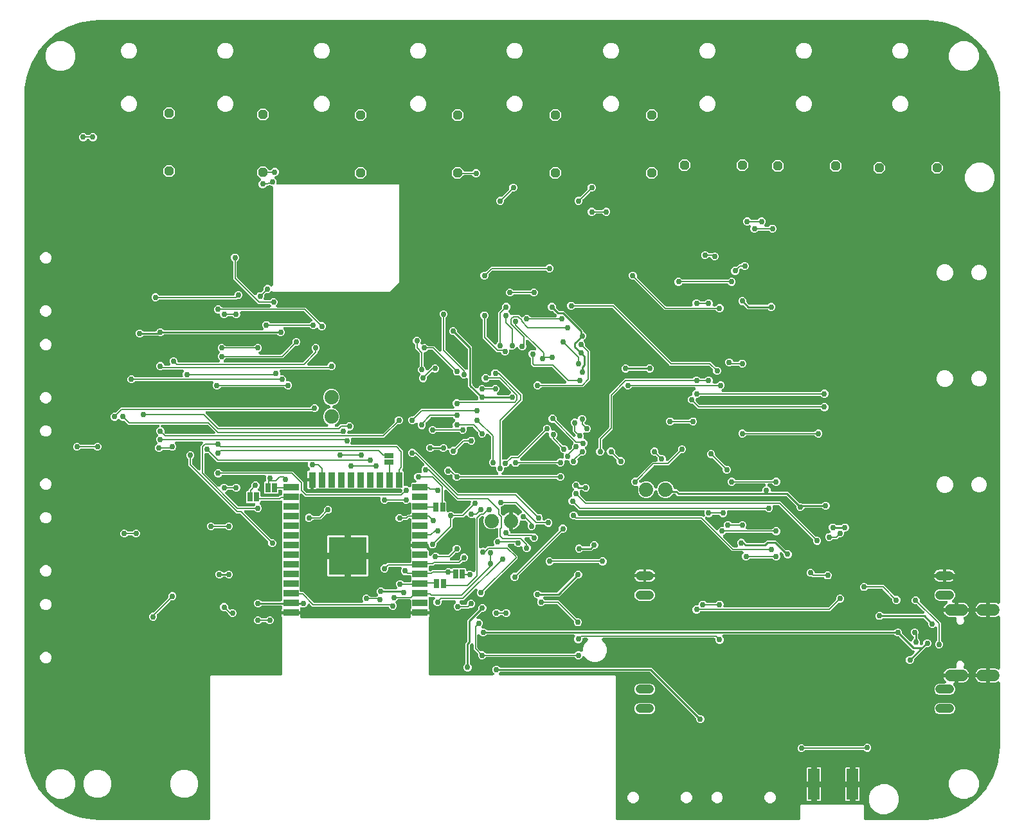
<source format=gbl>
G04 EAGLE Gerber RS-274X export*
G75*
%MOMM*%
%FSLAX34Y34*%
%LPD*%
%INBottom Copper*%
%IPPOS*%
%AMOC8*
5,1,8,0,0,1.08239X$1,22.5*%
G01*
%ADD10C,1.879600*%
%ADD11R,1.524000X4.064000*%
%ADD12C,1.200000*%
%ADD13P,1.319650X8X112.500000*%
%ADD14P,1.319650X8X22.500000*%
%ADD15R,5.000000X5.000000*%
%ADD16R,2.000000X0.900000*%
%ADD17R,0.900000X2.000000*%
%ADD18R,0.635000X1.270000*%
%ADD19R,1.270000X0.635000*%
%ADD20C,1.500000*%
%ADD21C,0.406400*%
%ADD22C,0.750000*%
%ADD23C,0.254000*%
%ADD24C,0.177800*%
%ADD25C,0.203200*%

G36*
X244554Y2035D02*
X244554Y2035D01*
X244572Y2033D01*
X244754Y2054D01*
X244937Y2073D01*
X244954Y2078D01*
X244971Y2080D01*
X245146Y2137D01*
X245322Y2191D01*
X245337Y2199D01*
X245354Y2205D01*
X245514Y2295D01*
X245676Y2383D01*
X245689Y2394D01*
X245705Y2403D01*
X245844Y2523D01*
X245985Y2640D01*
X245996Y2654D01*
X246010Y2666D01*
X246122Y2811D01*
X246237Y2954D01*
X246245Y2970D01*
X246256Y2984D01*
X246338Y3149D01*
X246423Y3311D01*
X246428Y3328D01*
X246436Y3344D01*
X246483Y3523D01*
X246534Y3698D01*
X246536Y3716D01*
X246540Y3733D01*
X246567Y4064D01*
X246567Y191502D01*
X247758Y192693D01*
X339598Y192693D01*
X339616Y192695D01*
X339634Y192693D01*
X339816Y192714D01*
X339999Y192733D01*
X340016Y192738D01*
X340033Y192740D01*
X340208Y192797D01*
X340384Y192851D01*
X340399Y192859D01*
X340416Y192865D01*
X340576Y192955D01*
X340738Y193043D01*
X340751Y193054D01*
X340767Y193063D01*
X340906Y193183D01*
X341047Y193300D01*
X341058Y193314D01*
X341072Y193326D01*
X341184Y193471D01*
X341299Y193614D01*
X341307Y193630D01*
X341318Y193644D01*
X341400Y193809D01*
X341485Y193971D01*
X341490Y193988D01*
X341498Y194004D01*
X341545Y194183D01*
X341596Y194358D01*
X341598Y194376D01*
X341602Y194393D01*
X341629Y194724D01*
X341629Y268584D01*
X341613Y268747D01*
X341603Y268911D01*
X341593Y268947D01*
X341589Y268985D01*
X341541Y269142D01*
X341499Y269300D01*
X341481Y269338D01*
X341471Y269370D01*
X341430Y269446D01*
X341357Y269600D01*
X341256Y269775D01*
X341117Y270292D01*
X341117Y272811D01*
X352932Y272811D01*
X352950Y272812D01*
X352967Y272811D01*
X353131Y272830D01*
X353368Y272811D01*
X365183Y272811D01*
X365183Y270143D01*
X365181Y270131D01*
X365183Y270072D01*
X365183Y270038D01*
X365177Y269966D01*
X365191Y269848D01*
X365195Y269728D01*
X365214Y269648D01*
X365224Y269567D01*
X365261Y269453D01*
X365289Y269337D01*
X365323Y269262D01*
X365349Y269184D01*
X365407Y269080D01*
X365458Y268971D01*
X365506Y268905D01*
X365547Y268833D01*
X365625Y268743D01*
X365695Y268646D01*
X365756Y268591D01*
X365810Y268528D01*
X365904Y268455D01*
X365992Y268374D01*
X366063Y268332D01*
X366128Y268282D01*
X366235Y268228D01*
X366337Y268167D01*
X366415Y268139D01*
X366488Y268102D01*
X366604Y268071D01*
X366716Y268031D01*
X366798Y268019D01*
X366877Y267998D01*
X367029Y267985D01*
X367115Y267973D01*
X367155Y267975D01*
X367208Y267971D01*
X509092Y267971D01*
X509174Y267979D01*
X509256Y267977D01*
X509374Y267999D01*
X509493Y268011D01*
X509571Y268035D01*
X509652Y268049D01*
X509763Y268094D01*
X509878Y268129D01*
X509950Y268168D01*
X510026Y268198D01*
X510127Y268264D01*
X510232Y268321D01*
X510295Y268373D01*
X510364Y268418D01*
X510449Y268502D01*
X510541Y268578D01*
X510592Y268642D01*
X510651Y268700D01*
X510719Y268799D01*
X510793Y268892D01*
X510831Y268965D01*
X510877Y269033D01*
X510924Y269143D01*
X510979Y269249D01*
X511002Y269328D01*
X511033Y269404D01*
X511057Y269521D01*
X511090Y269636D01*
X511097Y269718D01*
X511113Y269799D01*
X511113Y269918D01*
X511123Y270038D01*
X511117Y270087D01*
X511117Y272811D01*
X522932Y272811D01*
X522950Y272812D01*
X522967Y272811D01*
X523131Y272830D01*
X523368Y272811D01*
X535183Y272811D01*
X535183Y270292D01*
X535044Y269775D01*
X534943Y269600D01*
X534875Y269450D01*
X534802Y269304D01*
X534793Y269267D01*
X534777Y269233D01*
X534740Y269073D01*
X534698Y268915D01*
X534694Y268873D01*
X534687Y268841D01*
X534685Y268754D01*
X534671Y268584D01*
X534671Y194724D01*
X534673Y194706D01*
X534671Y194688D01*
X534692Y194506D01*
X534711Y194323D01*
X534716Y194306D01*
X534718Y194289D01*
X534775Y194114D01*
X534829Y193938D01*
X534837Y193923D01*
X534843Y193906D01*
X534933Y193746D01*
X535021Y193584D01*
X535032Y193571D01*
X535041Y193555D01*
X535161Y193416D01*
X535278Y193275D01*
X535292Y193264D01*
X535304Y193250D01*
X535449Y193138D01*
X535592Y193023D01*
X535608Y193015D01*
X535622Y193004D01*
X535787Y192922D01*
X535949Y192837D01*
X535966Y192832D01*
X535982Y192824D01*
X536161Y192777D01*
X536336Y192726D01*
X536354Y192724D01*
X536371Y192720D01*
X536702Y192693D01*
X618856Y192693D01*
X618865Y192694D01*
X618874Y192693D01*
X619066Y192714D01*
X619257Y192733D01*
X619266Y192735D01*
X619274Y192736D01*
X619457Y192794D01*
X619642Y192851D01*
X619650Y192855D01*
X619658Y192858D01*
X619827Y192951D01*
X619996Y193043D01*
X620003Y193048D01*
X620011Y193053D01*
X620158Y193178D01*
X620305Y193300D01*
X620311Y193307D01*
X620318Y193313D01*
X620437Y193464D01*
X620557Y193614D01*
X620562Y193622D01*
X620567Y193629D01*
X620654Y193800D01*
X620743Y193971D01*
X620745Y193980D01*
X620750Y193988D01*
X620801Y194173D01*
X620854Y194358D01*
X620855Y194367D01*
X620858Y194376D01*
X620871Y194566D01*
X620887Y194760D01*
X620886Y194768D01*
X620887Y194777D01*
X620863Y194970D01*
X620840Y195159D01*
X620838Y195168D01*
X620836Y195177D01*
X620775Y195360D01*
X620716Y195542D01*
X620711Y195550D01*
X620708Y195558D01*
X620613Y195724D01*
X620518Y195893D01*
X620512Y195900D01*
X620507Y195907D01*
X620293Y196160D01*
X619416Y197037D01*
X618613Y198976D01*
X618613Y201074D01*
X619416Y203013D01*
X620900Y204497D01*
X622838Y205300D01*
X624937Y205300D01*
X626875Y204497D01*
X627957Y203415D01*
X627978Y203398D01*
X627996Y203377D01*
X628134Y203270D01*
X628269Y203160D01*
X628293Y203147D01*
X628314Y203131D01*
X628470Y203053D01*
X628625Y202971D01*
X628650Y202963D01*
X628674Y202951D01*
X628843Y202906D01*
X629010Y202856D01*
X629037Y202854D01*
X629063Y202847D01*
X629394Y202820D01*
X828245Y202820D01*
X890258Y140807D01*
X890278Y140790D01*
X890296Y140770D01*
X890434Y140663D01*
X890569Y140552D01*
X890593Y140540D01*
X890614Y140523D01*
X890771Y140445D01*
X890925Y140363D01*
X890950Y140356D01*
X890974Y140344D01*
X891144Y140298D01*
X891311Y140249D01*
X891337Y140246D01*
X891363Y140239D01*
X891694Y140212D01*
X893224Y140212D01*
X895163Y139409D01*
X896647Y137925D01*
X897450Y135987D01*
X897450Y133888D01*
X896647Y131950D01*
X895163Y130466D01*
X893224Y129663D01*
X891126Y129663D01*
X889187Y130466D01*
X887703Y131950D01*
X886900Y133888D01*
X886900Y135419D01*
X886898Y135445D01*
X886900Y135472D01*
X886878Y135646D01*
X886860Y135819D01*
X886853Y135845D01*
X886849Y135871D01*
X886794Y136037D01*
X886742Y136204D01*
X886729Y136228D01*
X886721Y136253D01*
X886634Y136405D01*
X886550Y136558D01*
X886533Y136579D01*
X886520Y136602D01*
X886305Y136855D01*
X826525Y196635D01*
X826504Y196652D01*
X826487Y196673D01*
X826349Y196780D01*
X826213Y196890D01*
X826190Y196903D01*
X826169Y196919D01*
X826012Y196997D01*
X825858Y197079D01*
X825832Y197087D01*
X825808Y197099D01*
X825639Y197144D01*
X825472Y197194D01*
X825445Y197196D01*
X825419Y197203D01*
X825089Y197230D01*
X629394Y197230D01*
X629367Y197228D01*
X629340Y197230D01*
X629166Y197208D01*
X628993Y197190D01*
X628968Y197183D01*
X628941Y197179D01*
X628775Y197124D01*
X628608Y197072D01*
X628585Y197059D01*
X628559Y197051D01*
X628408Y196964D01*
X628254Y196880D01*
X628234Y196863D01*
X628210Y196850D01*
X627957Y196635D01*
X627482Y196160D01*
X627477Y196153D01*
X627470Y196148D01*
X627350Y195998D01*
X627227Y195849D01*
X627223Y195841D01*
X627218Y195834D01*
X627129Y195663D01*
X627039Y195493D01*
X627036Y195485D01*
X627032Y195477D01*
X626979Y195291D01*
X626924Y195107D01*
X626923Y195098D01*
X626921Y195090D01*
X626905Y194898D01*
X626887Y194706D01*
X626888Y194697D01*
X626888Y194688D01*
X626910Y194499D01*
X626931Y194306D01*
X626934Y194297D01*
X626935Y194289D01*
X626994Y194107D01*
X627052Y193922D01*
X627057Y193914D01*
X627059Y193906D01*
X627155Y193737D01*
X627247Y193570D01*
X627253Y193563D01*
X627257Y193555D01*
X627383Y193409D01*
X627508Y193263D01*
X627515Y193257D01*
X627521Y193250D01*
X627672Y193133D01*
X627824Y193013D01*
X627832Y193009D01*
X627839Y193004D01*
X628011Y192918D01*
X628183Y192831D01*
X628191Y192828D01*
X628199Y192824D01*
X628386Y192774D01*
X628570Y192723D01*
X628579Y192722D01*
X628588Y192720D01*
X628919Y192693D01*
X779512Y192693D01*
X780703Y191502D01*
X780703Y4064D01*
X780705Y4046D01*
X780703Y4028D01*
X780724Y3846D01*
X780743Y3663D01*
X780748Y3646D01*
X780750Y3629D01*
X780807Y3454D01*
X780861Y3278D01*
X780869Y3263D01*
X780875Y3246D01*
X780965Y3086D01*
X781053Y2924D01*
X781064Y2911D01*
X781073Y2895D01*
X781193Y2756D01*
X781310Y2615D01*
X781324Y2604D01*
X781336Y2590D01*
X781481Y2478D01*
X781624Y2363D01*
X781640Y2355D01*
X781654Y2344D01*
X781819Y2262D01*
X781981Y2177D01*
X781998Y2172D01*
X782014Y2164D01*
X782193Y2117D01*
X782368Y2066D01*
X782386Y2064D01*
X782403Y2060D01*
X782734Y2033D01*
X1021936Y2033D01*
X1021954Y2035D01*
X1021972Y2033D01*
X1022154Y2054D01*
X1022337Y2073D01*
X1022354Y2078D01*
X1022371Y2080D01*
X1022546Y2137D01*
X1022722Y2191D01*
X1022737Y2199D01*
X1022754Y2205D01*
X1022914Y2295D01*
X1023076Y2383D01*
X1023089Y2394D01*
X1023105Y2403D01*
X1023244Y2523D01*
X1023385Y2640D01*
X1023396Y2654D01*
X1023410Y2666D01*
X1023522Y2811D01*
X1023637Y2954D01*
X1023645Y2970D01*
X1023656Y2984D01*
X1023738Y3149D01*
X1023823Y3311D01*
X1023828Y3328D01*
X1023836Y3344D01*
X1023883Y3523D01*
X1023934Y3698D01*
X1023936Y3716D01*
X1023940Y3733D01*
X1023967Y4064D01*
X1023967Y20842D01*
X1025158Y22033D01*
X1106842Y22033D01*
X1108033Y20842D01*
X1108033Y4064D01*
X1108035Y4046D01*
X1108033Y4028D01*
X1108054Y3846D01*
X1108073Y3663D01*
X1108078Y3646D01*
X1108080Y3629D01*
X1108137Y3454D01*
X1108191Y3278D01*
X1108199Y3263D01*
X1108205Y3246D01*
X1108295Y3086D01*
X1108383Y2924D01*
X1108394Y2911D01*
X1108403Y2895D01*
X1108523Y2756D01*
X1108640Y2615D01*
X1108654Y2604D01*
X1108666Y2590D01*
X1108811Y2478D01*
X1108954Y2363D01*
X1108970Y2355D01*
X1108984Y2344D01*
X1109149Y2262D01*
X1109311Y2177D01*
X1109328Y2172D01*
X1109344Y2164D01*
X1109523Y2117D01*
X1109698Y2066D01*
X1109716Y2064D01*
X1109733Y2060D01*
X1110064Y2033D01*
X1189050Y2033D01*
X1189089Y2037D01*
X1189139Y2035D01*
X1197500Y2400D01*
X1197585Y2412D01*
X1197764Y2429D01*
X1214233Y5333D01*
X1214244Y5336D01*
X1214255Y5337D01*
X1214575Y5424D01*
X1230289Y11144D01*
X1230299Y11149D01*
X1230310Y11151D01*
X1230610Y11293D01*
X1245092Y19655D01*
X1245101Y19661D01*
X1245112Y19666D01*
X1245382Y19858D01*
X1258193Y30607D01*
X1258201Y30615D01*
X1258210Y30621D01*
X1258443Y30857D01*
X1269192Y43668D01*
X1269199Y43677D01*
X1269206Y43685D01*
X1269395Y43958D01*
X1277757Y58440D01*
X1277761Y58450D01*
X1277768Y58459D01*
X1277906Y58761D01*
X1283626Y74475D01*
X1283629Y74486D01*
X1283633Y74496D01*
X1283717Y74817D01*
X1286621Y91286D01*
X1286628Y91372D01*
X1286650Y91550D01*
X1287015Y99911D01*
X1287013Y99950D01*
X1287017Y100000D01*
X1287017Y182573D01*
X1287012Y182625D01*
X1287015Y182676D01*
X1286992Y182824D01*
X1286977Y182974D01*
X1286962Y183023D01*
X1286955Y183074D01*
X1286903Y183215D01*
X1286859Y183359D01*
X1286835Y183404D01*
X1286817Y183452D01*
X1286739Y183581D01*
X1286667Y183713D01*
X1286635Y183752D01*
X1286608Y183796D01*
X1286506Y183907D01*
X1286410Y184022D01*
X1286370Y184054D01*
X1286335Y184092D01*
X1286213Y184180D01*
X1286096Y184275D01*
X1286050Y184298D01*
X1286009Y184328D01*
X1285872Y184391D01*
X1285739Y184460D01*
X1285689Y184474D01*
X1285643Y184496D01*
X1285496Y184530D01*
X1285352Y184572D01*
X1285300Y184576D01*
X1285251Y184587D01*
X1285101Y184592D01*
X1284950Y184604D01*
X1284899Y184598D01*
X1284848Y184600D01*
X1284700Y184575D01*
X1284551Y184557D01*
X1284502Y184542D01*
X1284451Y184533D01*
X1284311Y184479D01*
X1284168Y184433D01*
X1284123Y184407D01*
X1284075Y184389D01*
X1283879Y184270D01*
X1283817Y184235D01*
X1283809Y184228D01*
X1282466Y183544D01*
X1281039Y183080D01*
X1279557Y182845D01*
X1273806Y182845D01*
X1273806Y191910D01*
X1273804Y191927D01*
X1273806Y191945D01*
X1273785Y192127D01*
X1273766Y192310D01*
X1273761Y192327D01*
X1273759Y192345D01*
X1273746Y192386D01*
X1273773Y192480D01*
X1273774Y192498D01*
X1273779Y192515D01*
X1273806Y192846D01*
X1273806Y201911D01*
X1279557Y201911D01*
X1281039Y201676D01*
X1282466Y201212D01*
X1283824Y200520D01*
X1283836Y200513D01*
X1283876Y200481D01*
X1284009Y200412D01*
X1284139Y200336D01*
X1284188Y200319D01*
X1284233Y200296D01*
X1284378Y200254D01*
X1284520Y200205D01*
X1284571Y200198D01*
X1284620Y200184D01*
X1284770Y200172D01*
X1284919Y200152D01*
X1284970Y200156D01*
X1285022Y200151D01*
X1285171Y200169D01*
X1285321Y200179D01*
X1285370Y200192D01*
X1285421Y200198D01*
X1285564Y200245D01*
X1285709Y200284D01*
X1285755Y200307D01*
X1285804Y200323D01*
X1285935Y200397D01*
X1286070Y200464D01*
X1286110Y200496D01*
X1286155Y200521D01*
X1286269Y200619D01*
X1286387Y200712D01*
X1286421Y200751D01*
X1286460Y200784D01*
X1286552Y200903D01*
X1286650Y201017D01*
X1286675Y201062D01*
X1286706Y201102D01*
X1286773Y201237D01*
X1286847Y201368D01*
X1286863Y201417D01*
X1286886Y201463D01*
X1286925Y201608D01*
X1286971Y201751D01*
X1286977Y201802D01*
X1286990Y201852D01*
X1287009Y202081D01*
X1287017Y202151D01*
X1287016Y202165D01*
X1287017Y202182D01*
X1287017Y269073D01*
X1287012Y269125D01*
X1287015Y269176D01*
X1286992Y269324D01*
X1286977Y269474D01*
X1286962Y269523D01*
X1286955Y269574D01*
X1286903Y269715D01*
X1286859Y269859D01*
X1286835Y269904D01*
X1286817Y269952D01*
X1286739Y270081D01*
X1286667Y270213D01*
X1286635Y270252D01*
X1286608Y270296D01*
X1286506Y270407D01*
X1286410Y270522D01*
X1286370Y270554D01*
X1286335Y270592D01*
X1286213Y270680D01*
X1286096Y270775D01*
X1286050Y270798D01*
X1286009Y270828D01*
X1285872Y270891D01*
X1285739Y270960D01*
X1285689Y270974D01*
X1285643Y270996D01*
X1285496Y271030D01*
X1285352Y271072D01*
X1285300Y271076D01*
X1285251Y271087D01*
X1285101Y271092D01*
X1284950Y271104D01*
X1284899Y271098D01*
X1284848Y271100D01*
X1284700Y271075D01*
X1284551Y271057D01*
X1284502Y271042D01*
X1284451Y271033D01*
X1284311Y270979D01*
X1284168Y270933D01*
X1284123Y270907D01*
X1284075Y270889D01*
X1283879Y270770D01*
X1283817Y270735D01*
X1283809Y270728D01*
X1282466Y270044D01*
X1281039Y269580D01*
X1279557Y269345D01*
X1273806Y269345D01*
X1273806Y278410D01*
X1273804Y278427D01*
X1273806Y278445D01*
X1273785Y278627D01*
X1273766Y278810D01*
X1273761Y278827D01*
X1273759Y278845D01*
X1273746Y278886D01*
X1273773Y278980D01*
X1273774Y278998D01*
X1273779Y279015D01*
X1273806Y279346D01*
X1273806Y288411D01*
X1279557Y288411D01*
X1281039Y288176D01*
X1282466Y287712D01*
X1283824Y287020D01*
X1283836Y287013D01*
X1283876Y286981D01*
X1284009Y286912D01*
X1284139Y286836D01*
X1284188Y286819D01*
X1284233Y286796D01*
X1284378Y286754D01*
X1284520Y286705D01*
X1284571Y286698D01*
X1284620Y286684D01*
X1284770Y286672D01*
X1284919Y286652D01*
X1284970Y286656D01*
X1285022Y286651D01*
X1285171Y286669D01*
X1285321Y286679D01*
X1285370Y286692D01*
X1285421Y286698D01*
X1285564Y286745D01*
X1285709Y286784D01*
X1285755Y286807D01*
X1285804Y286823D01*
X1285935Y286897D01*
X1286070Y286964D01*
X1286110Y286996D01*
X1286155Y287021D01*
X1286269Y287119D01*
X1286387Y287212D01*
X1286421Y287251D01*
X1286460Y287284D01*
X1286552Y287403D01*
X1286650Y287517D01*
X1286675Y287562D01*
X1286706Y287602D01*
X1286773Y287737D01*
X1286847Y287868D01*
X1286863Y287917D01*
X1286886Y287963D01*
X1286925Y288108D01*
X1286971Y288251D01*
X1286977Y288302D01*
X1286990Y288352D01*
X1287009Y288581D01*
X1287017Y288651D01*
X1287016Y288665D01*
X1287017Y288682D01*
X1287017Y957910D01*
X1287013Y957949D01*
X1287015Y957999D01*
X1286650Y966360D01*
X1286638Y966445D01*
X1286621Y966624D01*
X1283717Y983093D01*
X1283714Y983104D01*
X1283713Y983115D01*
X1283626Y983435D01*
X1277906Y999149D01*
X1277901Y999159D01*
X1277899Y999170D01*
X1277757Y999470D01*
X1269395Y1013952D01*
X1269389Y1013961D01*
X1269384Y1013972D01*
X1269192Y1014242D01*
X1258443Y1027053D01*
X1258435Y1027061D01*
X1258429Y1027070D01*
X1258257Y1027239D01*
X1258243Y1027256D01*
X1258231Y1027265D01*
X1258193Y1027303D01*
X1245382Y1038052D01*
X1245373Y1038059D01*
X1245365Y1038066D01*
X1245092Y1038255D01*
X1230610Y1046617D01*
X1230600Y1046621D01*
X1230591Y1046628D01*
X1230289Y1046766D01*
X1214575Y1052486D01*
X1214564Y1052489D01*
X1214554Y1052493D01*
X1214233Y1052577D01*
X1197764Y1055481D01*
X1197678Y1055488D01*
X1197500Y1055510D01*
X1189139Y1055875D01*
X1189100Y1055873D01*
X1189050Y1055877D01*
X100000Y1055877D01*
X99961Y1055873D01*
X99911Y1055875D01*
X91550Y1055510D01*
X91465Y1055498D01*
X91286Y1055481D01*
X74817Y1052577D01*
X74806Y1052574D01*
X74795Y1052573D01*
X74475Y1052486D01*
X58761Y1046766D01*
X58751Y1046761D01*
X58740Y1046759D01*
X58440Y1046617D01*
X43958Y1038255D01*
X43949Y1038249D01*
X43938Y1038244D01*
X43668Y1038052D01*
X30857Y1027303D01*
X30849Y1027295D01*
X30840Y1027289D01*
X30770Y1027217D01*
X30757Y1027206D01*
X30747Y1027194D01*
X30607Y1027053D01*
X19858Y1014242D01*
X19851Y1014233D01*
X19844Y1014225D01*
X19655Y1013952D01*
X11293Y999470D01*
X11289Y999460D01*
X11282Y999451D01*
X11144Y999149D01*
X5424Y983435D01*
X5421Y983424D01*
X5417Y983414D01*
X5333Y983093D01*
X2429Y966624D01*
X2422Y966538D01*
X2400Y966360D01*
X2035Y957999D01*
X2037Y957960D01*
X2033Y957910D01*
X2033Y100000D01*
X2037Y99961D01*
X2035Y99911D01*
X2400Y91550D01*
X2412Y91465D01*
X2429Y91286D01*
X5333Y74817D01*
X5336Y74806D01*
X5337Y74795D01*
X5351Y74742D01*
X5353Y74722D01*
X5373Y74662D01*
X5424Y74475D01*
X11144Y58761D01*
X11149Y58751D01*
X11151Y58740D01*
X11293Y58440D01*
X19655Y43958D01*
X19661Y43949D01*
X19666Y43938D01*
X19858Y43668D01*
X30607Y30857D01*
X30615Y30849D01*
X30621Y30840D01*
X30857Y30607D01*
X43668Y19858D01*
X43677Y19851D01*
X43685Y19844D01*
X43958Y19655D01*
X58440Y11293D01*
X58450Y11289D01*
X58459Y11282D01*
X58761Y11144D01*
X74475Y5424D01*
X74486Y5421D01*
X74496Y5417D01*
X74817Y5333D01*
X91286Y2429D01*
X91372Y2422D01*
X91550Y2400D01*
X99911Y2035D01*
X99950Y2037D01*
X100000Y2033D01*
X244536Y2033D01*
X244554Y2035D01*
G37*
%LPC*%
G36*
X522932Y277309D02*
X522932Y277309D01*
X511117Y277309D01*
X511117Y279828D01*
X511256Y280344D01*
X511448Y280677D01*
X511512Y280818D01*
X511582Y280957D01*
X511594Y281002D01*
X511613Y281044D01*
X511648Y281195D01*
X511690Y281345D01*
X511693Y281391D01*
X511704Y281436D01*
X511708Y281591D01*
X511719Y281746D01*
X511713Y281792D01*
X511715Y281839D01*
X511688Y281992D01*
X511669Y282146D01*
X511654Y282190D01*
X511646Y282235D01*
X511625Y282289D01*
X511625Y290830D01*
X511623Y290848D01*
X511625Y290866D01*
X511604Y291048D01*
X511585Y291231D01*
X511580Y291248D01*
X511578Y291265D01*
X511521Y291440D01*
X511467Y291616D01*
X511459Y291631D01*
X511453Y291648D01*
X511363Y291808D01*
X511275Y291970D01*
X511264Y291983D01*
X511255Y291999D01*
X511135Y292138D01*
X511018Y292279D01*
X511004Y292290D01*
X510992Y292304D01*
X510847Y292416D01*
X510704Y292531D01*
X510688Y292539D01*
X510674Y292550D01*
X510509Y292632D01*
X510347Y292717D01*
X510330Y292722D01*
X510314Y292730D01*
X510135Y292777D01*
X509960Y292828D01*
X509942Y292830D01*
X509925Y292834D01*
X509594Y292861D01*
X494837Y292861D01*
X494811Y292859D01*
X494784Y292861D01*
X494610Y292839D01*
X494437Y292821D01*
X494411Y292814D01*
X494384Y292810D01*
X494219Y292755D01*
X494052Y292703D01*
X494028Y292690D01*
X494003Y292682D01*
X493851Y292595D01*
X493698Y292511D01*
X493677Y292494D01*
X493654Y292481D01*
X493401Y292266D01*
X491898Y290763D01*
X491735Y290676D01*
X491725Y290668D01*
X491713Y290661D01*
X491570Y290539D01*
X491425Y290420D01*
X491416Y290409D01*
X491406Y290401D01*
X491290Y290253D01*
X491171Y290107D01*
X491165Y290095D01*
X491157Y290085D01*
X491071Y289917D01*
X490984Y289751D01*
X490980Y289738D01*
X490974Y289726D01*
X490924Y289545D01*
X490871Y289364D01*
X490870Y289351D01*
X490866Y289338D01*
X490852Y289150D01*
X490836Y288963D01*
X490838Y288950D01*
X490837Y288936D01*
X490860Y288750D01*
X490882Y288563D01*
X490886Y288550D01*
X490887Y288537D01*
X490947Y288359D01*
X491005Y288180D01*
X491011Y288168D01*
X491016Y288155D01*
X491110Y287992D01*
X491201Y287828D01*
X491210Y287818D01*
X491216Y287806D01*
X491431Y287553D01*
X491834Y287150D01*
X492637Y285212D01*
X492637Y283113D01*
X491834Y281175D01*
X490350Y279691D01*
X488412Y278888D01*
X486313Y278888D01*
X484375Y279691D01*
X482891Y281175D01*
X482515Y282082D01*
X482504Y282102D01*
X482497Y282123D01*
X482409Y282280D01*
X482325Y282437D01*
X482310Y282454D01*
X482299Y282474D01*
X482182Y282609D01*
X482068Y282748D01*
X482051Y282762D01*
X482036Y282779D01*
X481895Y282888D01*
X481756Y283001D01*
X481736Y283012D01*
X481718Y283025D01*
X481558Y283105D01*
X481399Y283188D01*
X481378Y283195D01*
X481358Y283205D01*
X481185Y283251D01*
X481013Y283301D01*
X480990Y283303D01*
X480969Y283309D01*
X480638Y283336D01*
X381588Y283336D01*
X378329Y286595D01*
X378319Y286603D01*
X378310Y286614D01*
X378163Y286731D01*
X378018Y286850D01*
X378006Y286856D01*
X377995Y286865D01*
X377828Y286950D01*
X377662Y287039D01*
X377649Y287042D01*
X377637Y287048D01*
X377457Y287100D01*
X377276Y287153D01*
X377263Y287155D01*
X377250Y287158D01*
X377064Y287173D01*
X376875Y287190D01*
X376862Y287188D01*
X376848Y287189D01*
X376664Y287167D01*
X376475Y287146D01*
X376462Y287142D01*
X376449Y287141D01*
X376272Y287082D01*
X376091Y287025D01*
X376079Y287018D01*
X376067Y287014D01*
X375904Y286921D01*
X375739Y286830D01*
X375728Y286821D01*
X375717Y286815D01*
X375575Y286691D01*
X375432Y286569D01*
X375423Y286559D01*
X375413Y286550D01*
X375299Y286401D01*
X375182Y286254D01*
X375176Y286242D01*
X375168Y286231D01*
X375016Y285936D01*
X374359Y284350D01*
X372875Y282866D01*
X370937Y282063D01*
X368838Y282063D01*
X367858Y282469D01*
X367784Y282491D01*
X367713Y282523D01*
X367592Y282549D01*
X367473Y282585D01*
X367395Y282593D01*
X367319Y282609D01*
X367195Y282612D01*
X367072Y282623D01*
X366995Y282615D01*
X366917Y282617D01*
X366795Y282595D01*
X366671Y282582D01*
X366597Y282559D01*
X366521Y282545D01*
X366405Y282499D01*
X366287Y282462D01*
X366219Y282425D01*
X366147Y282396D01*
X366043Y282328D01*
X365934Y282269D01*
X365874Y282219D01*
X365809Y282176D01*
X365721Y282089D01*
X365626Y282009D01*
X365577Y281949D01*
X365522Y281894D01*
X365452Y281792D01*
X365375Y281695D01*
X365339Y281626D01*
X365296Y281561D01*
X365247Y281447D01*
X365191Y281337D01*
X365170Y281262D01*
X365140Y281190D01*
X365115Y281068D01*
X365081Y280949D01*
X365075Y280872D01*
X365060Y280795D01*
X365060Y280671D01*
X365050Y280548D01*
X365059Y280471D01*
X365059Y280393D01*
X365088Y280234D01*
X365099Y280148D01*
X365110Y280113D01*
X365119Y280066D01*
X365183Y279828D01*
X365183Y277309D01*
X353368Y277309D01*
X353350Y277307D01*
X353333Y277309D01*
X353169Y277290D01*
X352932Y277309D01*
X341117Y277309D01*
X341117Y279828D01*
X341256Y280344D01*
X341448Y280677D01*
X341512Y280818D01*
X341582Y280957D01*
X341594Y281002D01*
X341613Y281044D01*
X341648Y281195D01*
X341690Y281345D01*
X341693Y281391D01*
X341704Y281436D01*
X341708Y281591D01*
X341719Y281746D01*
X341713Y281792D01*
X341715Y281839D01*
X341688Y281992D01*
X341669Y282146D01*
X341654Y282190D01*
X341646Y282235D01*
X341625Y282289D01*
X341625Y282512D01*
X341623Y282529D01*
X341625Y282547D01*
X341604Y282729D01*
X341585Y282912D01*
X341580Y282929D01*
X341578Y282947D01*
X341521Y283121D01*
X341467Y283297D01*
X341459Y283313D01*
X341453Y283330D01*
X341363Y283490D01*
X341275Y283651D01*
X341264Y283665D01*
X341255Y283680D01*
X341135Y283820D01*
X341018Y283960D01*
X341004Y283972D01*
X340992Y283985D01*
X340847Y284098D01*
X340704Y284213D01*
X340688Y284221D01*
X340674Y284232D01*
X340509Y284314D01*
X340347Y284398D01*
X340330Y284403D01*
X340314Y284411D01*
X340135Y284459D01*
X339960Y284510D01*
X339942Y284511D01*
X339925Y284516D01*
X339594Y284543D01*
X315069Y284543D01*
X315042Y284540D01*
X315015Y284542D01*
X314842Y284520D01*
X314668Y284503D01*
X314643Y284495D01*
X314616Y284492D01*
X314450Y284436D01*
X314283Y284385D01*
X314260Y284372D01*
X314234Y284363D01*
X314083Y284276D01*
X313929Y284193D01*
X313909Y284176D01*
X313885Y284163D01*
X313632Y283948D01*
X312550Y282866D01*
X310612Y282063D01*
X308513Y282063D01*
X306575Y282866D01*
X305091Y284350D01*
X304288Y286288D01*
X304288Y288387D01*
X305091Y290325D01*
X306575Y291809D01*
X308513Y292612D01*
X310612Y292612D01*
X312550Y291809D01*
X313632Y290727D01*
X313653Y290710D01*
X313671Y290690D01*
X313809Y290583D01*
X313944Y290472D01*
X313968Y290460D01*
X313989Y290443D01*
X314146Y290365D01*
X314300Y290283D01*
X314325Y290276D01*
X314349Y290264D01*
X314519Y290218D01*
X314686Y290169D01*
X314712Y290166D01*
X314738Y290159D01*
X315069Y290132D01*
X339594Y290132D01*
X339612Y290134D01*
X339630Y290133D01*
X339812Y290154D01*
X339995Y290172D01*
X340012Y290177D01*
X340029Y290179D01*
X340204Y290236D01*
X340380Y290290D01*
X340395Y290299D01*
X340412Y290304D01*
X340572Y290395D01*
X340734Y290482D01*
X340747Y290493D01*
X340763Y290502D01*
X340902Y290622D01*
X341043Y290740D01*
X341054Y290754D01*
X341068Y290765D01*
X341180Y290910D01*
X341295Y291054D01*
X341303Y291069D01*
X341314Y291083D01*
X341396Y291248D01*
X341481Y291411D01*
X341486Y291428D01*
X341494Y291444D01*
X341541Y291622D01*
X341592Y291798D01*
X341594Y291816D01*
X341598Y291833D01*
X341625Y292163D01*
X341625Y292940D01*
X341662Y292985D01*
X341671Y293001D01*
X341682Y293015D01*
X341765Y293179D01*
X341851Y293341D01*
X341856Y293358D01*
X341864Y293374D01*
X341914Y293552D01*
X341966Y293727D01*
X341967Y293744D01*
X341972Y293762D01*
X341986Y293945D01*
X342002Y294128D01*
X342000Y294145D01*
X342002Y294163D01*
X341979Y294346D01*
X341959Y294528D01*
X341953Y294545D01*
X341951Y294563D01*
X341893Y294736D01*
X341837Y294912D01*
X341829Y294928D01*
X341823Y294944D01*
X341731Y295103D01*
X341643Y295264D01*
X341631Y295278D01*
X341625Y295288D01*
X341625Y305640D01*
X341662Y305685D01*
X341671Y305701D01*
X341682Y305715D01*
X341765Y305879D01*
X341851Y306041D01*
X341856Y306058D01*
X341864Y306074D01*
X341914Y306252D01*
X341966Y306427D01*
X341967Y306444D01*
X341972Y306462D01*
X341986Y306645D01*
X342002Y306828D01*
X342000Y306845D01*
X342002Y306863D01*
X341979Y307046D01*
X341959Y307228D01*
X341953Y307245D01*
X341951Y307263D01*
X341893Y307436D01*
X341837Y307612D01*
X341829Y307628D01*
X341823Y307644D01*
X341731Y307803D01*
X341643Y307964D01*
X341631Y307978D01*
X341625Y307988D01*
X341625Y318340D01*
X341662Y318385D01*
X341671Y318401D01*
X341682Y318415D01*
X341765Y318579D01*
X341851Y318741D01*
X341856Y318758D01*
X341864Y318774D01*
X341914Y318952D01*
X341966Y319127D01*
X341967Y319144D01*
X341972Y319162D01*
X341986Y319345D01*
X342002Y319528D01*
X342000Y319545D01*
X342002Y319563D01*
X341979Y319746D01*
X341959Y319928D01*
X341953Y319945D01*
X341951Y319963D01*
X341893Y320136D01*
X341837Y320312D01*
X341829Y320328D01*
X341823Y320344D01*
X341731Y320503D01*
X341643Y320664D01*
X341631Y320678D01*
X341625Y320688D01*
X341625Y331040D01*
X341662Y331085D01*
X341671Y331101D01*
X341682Y331115D01*
X341765Y331278D01*
X341851Y331441D01*
X341856Y331458D01*
X341864Y331474D01*
X341914Y331652D01*
X341966Y331827D01*
X341967Y331844D01*
X341972Y331862D01*
X341986Y332045D01*
X342002Y332228D01*
X342000Y332245D01*
X342002Y332263D01*
X341979Y332446D01*
X341959Y332628D01*
X341953Y332645D01*
X341951Y332663D01*
X341893Y332836D01*
X341837Y333012D01*
X341829Y333028D01*
X341823Y333044D01*
X341731Y333203D01*
X341643Y333364D01*
X341631Y333378D01*
X341625Y333388D01*
X341625Y343740D01*
X341662Y343785D01*
X341671Y343801D01*
X341682Y343815D01*
X341765Y343979D01*
X341851Y344141D01*
X341856Y344158D01*
X341864Y344174D01*
X341913Y344350D01*
X341966Y344527D01*
X341967Y344544D01*
X341972Y344562D01*
X341986Y344745D01*
X342002Y344928D01*
X342000Y344945D01*
X342002Y344963D01*
X341979Y345145D01*
X341959Y345328D01*
X341953Y345345D01*
X341951Y345363D01*
X341893Y345536D01*
X341837Y345712D01*
X341829Y345728D01*
X341823Y345744D01*
X341731Y345903D01*
X341643Y346064D01*
X341631Y346078D01*
X341625Y346088D01*
X341625Y356440D01*
X341662Y356485D01*
X341671Y356501D01*
X341682Y356515D01*
X341765Y356678D01*
X341851Y356841D01*
X341856Y356858D01*
X341864Y356874D01*
X341914Y357052D01*
X341966Y357227D01*
X341967Y357244D01*
X341972Y357262D01*
X341986Y357445D01*
X342002Y357628D01*
X342000Y357645D01*
X342002Y357663D01*
X341979Y357846D01*
X341959Y358028D01*
X341953Y358045D01*
X341951Y358063D01*
X341893Y358236D01*
X341837Y358412D01*
X341829Y358428D01*
X341823Y358444D01*
X341731Y358603D01*
X341643Y358764D01*
X341631Y358778D01*
X341625Y358788D01*
X341625Y369140D01*
X341662Y369185D01*
X341671Y369201D01*
X341682Y369215D01*
X341765Y369379D01*
X341851Y369541D01*
X341856Y369558D01*
X341864Y369574D01*
X341914Y369752D01*
X341966Y369927D01*
X341967Y369944D01*
X341972Y369962D01*
X341986Y370145D01*
X342002Y370328D01*
X342000Y370345D01*
X342002Y370363D01*
X341979Y370545D01*
X341959Y370728D01*
X341953Y370745D01*
X341951Y370763D01*
X341893Y370936D01*
X341837Y371112D01*
X341829Y371128D01*
X341823Y371144D01*
X341731Y371303D01*
X341643Y371464D01*
X341631Y371478D01*
X341625Y371488D01*
X341625Y381840D01*
X341662Y381885D01*
X341671Y381901D01*
X341682Y381915D01*
X341765Y382079D01*
X341851Y382241D01*
X341856Y382258D01*
X341864Y382274D01*
X341914Y382452D01*
X341966Y382627D01*
X341967Y382644D01*
X341972Y382662D01*
X341986Y382845D01*
X342002Y383028D01*
X342000Y383045D01*
X342002Y383063D01*
X341979Y383246D01*
X341959Y383428D01*
X341953Y383445D01*
X341951Y383463D01*
X341893Y383636D01*
X341837Y383812D01*
X341829Y383828D01*
X341823Y383844D01*
X341731Y384003D01*
X341643Y384164D01*
X341631Y384178D01*
X341625Y384188D01*
X341625Y394540D01*
X341662Y394585D01*
X341671Y394601D01*
X341682Y394615D01*
X341765Y394779D01*
X341851Y394941D01*
X341856Y394958D01*
X341864Y394974D01*
X341914Y395151D01*
X341966Y395327D01*
X341967Y395344D01*
X341972Y395362D01*
X341986Y395545D01*
X342002Y395728D01*
X342000Y395745D01*
X342002Y395763D01*
X341979Y395946D01*
X341959Y396128D01*
X341953Y396145D01*
X341951Y396163D01*
X341893Y396336D01*
X341837Y396512D01*
X341829Y396528D01*
X341823Y396544D01*
X341732Y396703D01*
X341643Y396864D01*
X341631Y396878D01*
X341625Y396888D01*
X341625Y407240D01*
X341662Y407285D01*
X341671Y407301D01*
X341682Y407315D01*
X341765Y407479D01*
X341851Y407641D01*
X341856Y407658D01*
X341864Y407674D01*
X341914Y407851D01*
X341966Y408027D01*
X341967Y408044D01*
X341972Y408062D01*
X341986Y408245D01*
X342002Y408428D01*
X342000Y408445D01*
X342002Y408463D01*
X341979Y408644D01*
X341959Y408828D01*
X341953Y408845D01*
X341951Y408863D01*
X341893Y409036D01*
X341837Y409212D01*
X341829Y409228D01*
X341823Y409244D01*
X341732Y409403D01*
X341643Y409564D01*
X341631Y409578D01*
X341625Y409588D01*
X341625Y420007D01*
X341656Y420065D01*
X341746Y420236D01*
X341749Y420244D01*
X341753Y420252D01*
X341806Y420437D01*
X341861Y420622D01*
X341862Y420631D01*
X341864Y420639D01*
X341880Y420831D01*
X341897Y421023D01*
X341896Y421032D01*
X341897Y421041D01*
X341875Y421231D01*
X341854Y421423D01*
X341851Y421431D01*
X341850Y421440D01*
X341790Y421624D01*
X341732Y421807D01*
X341728Y421815D01*
X341725Y421823D01*
X341630Y421992D01*
X341538Y422159D01*
X341532Y422166D01*
X341527Y422174D01*
X341401Y422320D01*
X341277Y422466D01*
X341270Y422472D01*
X341264Y422479D01*
X341113Y422596D01*
X340961Y422716D01*
X340953Y422720D01*
X340946Y422725D01*
X340774Y422811D01*
X340602Y422898D01*
X340594Y422901D01*
X340586Y422905D01*
X340399Y422955D01*
X340214Y423006D01*
X340206Y423007D01*
X340197Y423009D01*
X339866Y423036D01*
X314855Y423036D01*
X314837Y423034D01*
X314819Y423036D01*
X314637Y423015D01*
X314454Y422996D01*
X314437Y422991D01*
X314419Y422989D01*
X314245Y422932D01*
X314069Y422878D01*
X314053Y422870D01*
X314036Y422864D01*
X313876Y422774D01*
X313715Y422686D01*
X313701Y422675D01*
X313686Y422666D01*
X313547Y422546D01*
X313406Y422429D01*
X313395Y422415D01*
X313381Y422403D01*
X313269Y422258D01*
X313153Y422115D01*
X313145Y422099D01*
X313134Y422085D01*
X313052Y421920D01*
X312968Y421758D01*
X312963Y421741D01*
X312955Y421725D01*
X312907Y421546D01*
X312857Y421371D01*
X312855Y421353D01*
X312850Y421336D01*
X312823Y421005D01*
X312823Y420589D01*
X312439Y420205D01*
X312428Y420191D01*
X312414Y420180D01*
X312301Y420036D01*
X312184Y419894D01*
X312176Y419878D01*
X312165Y419864D01*
X312082Y419700D01*
X311996Y419538D01*
X311991Y419521D01*
X311983Y419505D01*
X311933Y419327D01*
X311881Y419152D01*
X311879Y419134D01*
X311875Y419117D01*
X311861Y418934D01*
X311845Y418751D01*
X311846Y418733D01*
X311845Y418716D01*
X311868Y418533D01*
X311888Y418351D01*
X311893Y418334D01*
X311896Y418316D01*
X311954Y418142D01*
X312009Y417967D01*
X312018Y417951D01*
X312024Y417935D01*
X312115Y417776D01*
X312204Y417615D01*
X312216Y417601D01*
X312225Y417586D01*
X312439Y417333D01*
X314034Y415738D01*
X314837Y413799D01*
X314837Y411701D01*
X314034Y409762D01*
X312550Y408278D01*
X310612Y407475D01*
X308513Y407475D01*
X306575Y408278D01*
X305112Y409741D01*
X305101Y409750D01*
X305096Y409756D01*
X305086Y409763D01*
X305073Y409779D01*
X304935Y409886D01*
X304800Y409996D01*
X304776Y410009D01*
X304755Y410025D01*
X304598Y410103D01*
X304444Y410185D01*
X304419Y410193D01*
X304395Y410205D01*
X304225Y410250D01*
X304058Y410300D01*
X304032Y410302D01*
X304006Y410309D01*
X303675Y410336D01*
X293306Y410336D01*
X293297Y410335D01*
X293288Y410336D01*
X293095Y410315D01*
X292905Y410296D01*
X292897Y410294D01*
X292888Y410293D01*
X292704Y410234D01*
X292521Y410178D01*
X292513Y410174D01*
X292504Y410171D01*
X292336Y410078D01*
X292167Y409986D01*
X292160Y409981D01*
X292152Y409976D01*
X292005Y409852D01*
X291857Y409729D01*
X291852Y409722D01*
X291845Y409716D01*
X291725Y409564D01*
X291605Y409415D01*
X291601Y409407D01*
X291595Y409400D01*
X291507Y409226D01*
X291419Y409058D01*
X291417Y409049D01*
X291413Y409041D01*
X291361Y408853D01*
X291308Y408671D01*
X291307Y408662D01*
X291305Y408653D01*
X291291Y408459D01*
X291275Y408269D01*
X291276Y408261D01*
X291276Y408252D01*
X291300Y408059D01*
X291322Y407870D01*
X291325Y407861D01*
X291326Y407852D01*
X291388Y407669D01*
X291447Y407487D01*
X291451Y407479D01*
X291454Y407471D01*
X291551Y407302D01*
X291645Y407136D01*
X291651Y407129D01*
X291655Y407122D01*
X291870Y406869D01*
X326156Y372582D01*
X326177Y372565D01*
X326195Y372545D01*
X326332Y372438D01*
X326468Y372327D01*
X326491Y372315D01*
X326513Y372298D01*
X326670Y372220D01*
X326824Y372138D01*
X326849Y372131D01*
X326873Y372119D01*
X327043Y372073D01*
X327209Y372024D01*
X327236Y372021D01*
X327262Y372014D01*
X327593Y371987D01*
X329662Y371987D01*
X331600Y371184D01*
X333084Y369700D01*
X333887Y367762D01*
X333887Y365663D01*
X333084Y363725D01*
X331600Y362241D01*
X329662Y361438D01*
X327563Y361438D01*
X325625Y362241D01*
X324141Y363725D01*
X323338Y365663D01*
X323338Y367732D01*
X323335Y367759D01*
X323337Y367786D01*
X323315Y367960D01*
X323298Y368133D01*
X323290Y368158D01*
X323287Y368185D01*
X323231Y368351D01*
X323180Y368518D01*
X323167Y368541D01*
X323158Y368567D01*
X323071Y368718D01*
X322988Y368872D01*
X322971Y368892D01*
X322958Y368916D01*
X322743Y369169D01*
X286933Y404979D01*
X286912Y404996D01*
X286894Y405016D01*
X286757Y405123D01*
X286621Y405234D01*
X286597Y405246D01*
X286576Y405263D01*
X286419Y405341D01*
X286265Y405423D01*
X286240Y405430D01*
X286216Y405442D01*
X286046Y405488D01*
X285880Y405537D01*
X285853Y405540D01*
X285827Y405547D01*
X285496Y405574D01*
X281575Y405574D01*
X218249Y468900D01*
X218249Y476713D01*
X218246Y476739D01*
X218248Y476766D01*
X218226Y476940D01*
X218209Y477113D01*
X218201Y477139D01*
X218198Y477166D01*
X218142Y477331D01*
X218091Y477498D01*
X218078Y477522D01*
X218069Y477547D01*
X217982Y477699D01*
X217899Y477852D01*
X217882Y477873D01*
X217869Y477896D01*
X217654Y478149D01*
X216191Y479612D01*
X215388Y481551D01*
X215388Y483649D01*
X216191Y485588D01*
X217675Y487072D01*
X219613Y487875D01*
X221712Y487875D01*
X223650Y487072D01*
X225134Y485588D01*
X225937Y483649D01*
X225937Y481551D01*
X225134Y479612D01*
X223671Y478149D01*
X223654Y478128D01*
X223634Y478111D01*
X223527Y477973D01*
X223416Y477838D01*
X223404Y477814D01*
X223387Y477793D01*
X223309Y477636D01*
X223227Y477482D01*
X223220Y477456D01*
X223208Y477432D01*
X223162Y477263D01*
X223113Y477096D01*
X223110Y477069D01*
X223103Y477043D01*
X223076Y476713D01*
X223076Y471741D01*
X223079Y471715D01*
X223077Y471688D01*
X223099Y471514D01*
X223116Y471341D01*
X223124Y471315D01*
X223127Y471288D01*
X223183Y471123D01*
X223234Y470956D01*
X223247Y470932D01*
X223256Y470907D01*
X223343Y470755D01*
X223426Y470602D01*
X223443Y470581D01*
X223456Y470558D01*
X223671Y470305D01*
X230656Y463320D01*
X230663Y463314D01*
X230669Y463307D01*
X230818Y463187D01*
X230968Y463065D01*
X230976Y463061D01*
X230983Y463055D01*
X231153Y462966D01*
X231323Y462876D01*
X231332Y462874D01*
X231340Y462869D01*
X231525Y462816D01*
X231709Y462761D01*
X231718Y462761D01*
X231727Y462758D01*
X231918Y462742D01*
X232110Y462725D01*
X232119Y462726D01*
X232128Y462725D01*
X232317Y462747D01*
X232511Y462768D01*
X232519Y462771D01*
X232528Y462772D01*
X232710Y462831D01*
X232894Y462890D01*
X232902Y462894D01*
X232911Y462897D01*
X233078Y462992D01*
X233247Y463085D01*
X233253Y463090D01*
X233261Y463095D01*
X233406Y463220D01*
X233554Y463345D01*
X233559Y463352D01*
X233566Y463358D01*
X233683Y463509D01*
X233803Y463661D01*
X233807Y463669D01*
X233813Y463676D01*
X233898Y463848D01*
X233986Y464020D01*
X233988Y464029D01*
X233992Y464037D01*
X234042Y464223D01*
X234094Y464408D01*
X234094Y464417D01*
X234097Y464425D01*
X234124Y464756D01*
X234124Y494712D01*
X236133Y496721D01*
X236768Y497356D01*
X236773Y497363D01*
X236780Y497369D01*
X236900Y497518D01*
X237023Y497668D01*
X237027Y497676D01*
X237033Y497683D01*
X237120Y497852D01*
X237211Y498023D01*
X237214Y498032D01*
X237218Y498040D01*
X237271Y498223D01*
X237326Y498409D01*
X237327Y498418D01*
X237329Y498427D01*
X237345Y498616D01*
X237363Y498810D01*
X237362Y498819D01*
X237362Y498828D01*
X237340Y499018D01*
X237319Y499211D01*
X237316Y499219D01*
X237315Y499228D01*
X237256Y499411D01*
X237198Y499594D01*
X237193Y499602D01*
X237191Y499611D01*
X237096Y499779D01*
X237003Y499947D01*
X236997Y499954D01*
X236993Y499961D01*
X236867Y500107D01*
X236742Y500254D01*
X236735Y500259D01*
X236730Y500266D01*
X236578Y500384D01*
X236426Y500503D01*
X236418Y500507D01*
X236411Y500513D01*
X236238Y500599D01*
X236068Y500686D01*
X236059Y500688D01*
X236051Y500692D01*
X235863Y500743D01*
X235680Y500794D01*
X235671Y500794D01*
X235662Y500797D01*
X235331Y500824D01*
X202102Y500824D01*
X202093Y500823D01*
X202084Y500824D01*
X201892Y500803D01*
X201702Y500784D01*
X201693Y500781D01*
X201684Y500780D01*
X201502Y500723D01*
X201317Y500666D01*
X201309Y500661D01*
X201300Y500659D01*
X201132Y500566D01*
X200963Y500474D01*
X200956Y500468D01*
X200948Y500464D01*
X200800Y500339D01*
X200653Y500216D01*
X200648Y500209D01*
X200641Y500203D01*
X200521Y500051D01*
X200401Y499902D01*
X200397Y499895D01*
X200391Y499888D01*
X200303Y499714D01*
X200216Y499545D01*
X200213Y499537D01*
X200209Y499529D01*
X200157Y499343D01*
X200104Y499158D01*
X200103Y499149D01*
X200101Y499141D01*
X200087Y498946D01*
X200071Y498757D01*
X200072Y498748D01*
X200072Y498739D01*
X200096Y498548D01*
X200118Y498357D01*
X200121Y498349D01*
X200122Y498340D01*
X200183Y498158D01*
X200243Y497974D01*
X200247Y497967D01*
X200250Y497958D01*
X200347Y497789D01*
X200441Y497624D01*
X200447Y497617D01*
X200451Y497609D01*
X200666Y497356D01*
X201322Y496700D01*
X202125Y494762D01*
X202125Y492663D01*
X201322Y490725D01*
X199838Y489241D01*
X197899Y488438D01*
X195801Y488438D01*
X193806Y489264D01*
X193675Y489371D01*
X193651Y489384D01*
X193630Y489400D01*
X193473Y489478D01*
X193319Y489560D01*
X193294Y489568D01*
X193270Y489580D01*
X193100Y489625D01*
X192933Y489675D01*
X192907Y489677D01*
X192881Y489684D01*
X192550Y489711D01*
X185275Y489711D01*
X185248Y489709D01*
X185221Y489711D01*
X185048Y489689D01*
X184874Y489671D01*
X184849Y489664D01*
X184822Y489660D01*
X184656Y489605D01*
X184489Y489553D01*
X184466Y489540D01*
X184440Y489532D01*
X184289Y489445D01*
X184135Y489361D01*
X184115Y489344D01*
X184091Y489331D01*
X183838Y489116D01*
X182375Y487653D01*
X180437Y486850D01*
X178338Y486850D01*
X176400Y487653D01*
X174916Y489137D01*
X174113Y491076D01*
X174113Y493174D01*
X174916Y495113D01*
X176440Y496637D01*
X176602Y496724D01*
X176613Y496732D01*
X176624Y496739D01*
X176768Y496861D01*
X176913Y496980D01*
X176921Y496991D01*
X176931Y496999D01*
X177048Y497147D01*
X177166Y497293D01*
X177173Y497305D01*
X177181Y497315D01*
X177266Y497483D01*
X177353Y497649D01*
X177357Y497662D01*
X177363Y497674D01*
X177414Y497855D01*
X177466Y498036D01*
X177468Y498049D01*
X177471Y498062D01*
X177485Y498250D01*
X177501Y498437D01*
X177500Y498450D01*
X177501Y498464D01*
X177477Y498650D01*
X177456Y498837D01*
X177452Y498850D01*
X177450Y498863D01*
X177390Y499041D01*
X177333Y499220D01*
X177326Y499232D01*
X177322Y499245D01*
X177228Y499408D01*
X177136Y499572D01*
X177128Y499582D01*
X177121Y499594D01*
X176906Y499847D01*
X176503Y500250D01*
X175700Y502188D01*
X175700Y504287D01*
X176503Y506225D01*
X177635Y507357D01*
X177647Y507371D01*
X177660Y507383D01*
X177775Y507527D01*
X177890Y507669D01*
X177899Y507685D01*
X177910Y507699D01*
X177993Y507863D01*
X178079Y508025D01*
X178084Y508042D01*
X178092Y508058D01*
X178142Y508235D01*
X178194Y508411D01*
X178195Y508428D01*
X178200Y508446D01*
X178214Y508629D01*
X178230Y508811D01*
X178228Y508829D01*
X178230Y508847D01*
X178207Y509029D01*
X178187Y509212D01*
X178181Y509229D01*
X178179Y509246D01*
X178121Y509420D01*
X178065Y509596D01*
X178057Y509611D01*
X178051Y509628D01*
X177960Y509787D01*
X177871Y509948D01*
X177859Y509962D01*
X177850Y509977D01*
X177635Y510230D01*
X176503Y511362D01*
X175700Y513301D01*
X175700Y515399D01*
X176503Y517338D01*
X177987Y518822D01*
X178758Y519141D01*
X178762Y519143D01*
X178766Y519144D01*
X178939Y519238D01*
X179113Y519331D01*
X179116Y519334D01*
X179120Y519336D01*
X179269Y519460D01*
X179423Y519587D01*
X179426Y519591D01*
X179429Y519594D01*
X179552Y519747D01*
X179677Y519900D01*
X179679Y519904D01*
X179682Y519908D01*
X179769Y520077D01*
X179864Y520257D01*
X179865Y520261D01*
X179867Y520265D01*
X179922Y520454D01*
X179977Y520643D01*
X179977Y520647D01*
X179978Y520652D01*
X179995Y520850D01*
X180011Y521044D01*
X180011Y521049D01*
X180011Y521053D01*
X179989Y521246D01*
X179966Y521444D01*
X179965Y521448D01*
X179964Y521453D01*
X179903Y521641D01*
X179843Y521828D01*
X179841Y521831D01*
X179840Y521836D01*
X179742Y522008D01*
X179647Y522179D01*
X179644Y522182D01*
X179642Y522186D01*
X179513Y522335D01*
X179385Y522485D01*
X179381Y522488D01*
X179379Y522491D01*
X179227Y522609D01*
X179068Y522733D01*
X179064Y522735D01*
X179060Y522738D01*
X178885Y522825D01*
X178708Y522914D01*
X178704Y522915D01*
X178700Y522917D01*
X178507Y522969D01*
X178320Y523020D01*
X178315Y523021D01*
X178311Y523022D01*
X177980Y523049D01*
X138700Y523049D01*
X136691Y525058D01*
X134219Y527530D01*
X134198Y527547D01*
X134180Y527568D01*
X134043Y527675D01*
X133907Y527785D01*
X133884Y527798D01*
X133862Y527814D01*
X133706Y527892D01*
X133551Y527974D01*
X133526Y527982D01*
X133502Y527994D01*
X133333Y528039D01*
X133166Y528089D01*
X133139Y528091D01*
X133113Y528098D01*
X132782Y528125D01*
X130713Y528125D01*
X128775Y528928D01*
X127643Y530060D01*
X127629Y530072D01*
X127617Y530085D01*
X127473Y530199D01*
X127331Y530315D01*
X127315Y530324D01*
X127301Y530335D01*
X127138Y530418D01*
X126975Y530504D01*
X126958Y530509D01*
X126942Y530517D01*
X126765Y530567D01*
X126589Y530619D01*
X126572Y530620D01*
X126554Y530625D01*
X126371Y530639D01*
X126188Y530655D01*
X126171Y530653D01*
X126153Y530655D01*
X125971Y530632D01*
X125788Y530612D01*
X125771Y530606D01*
X125753Y530604D01*
X125580Y530546D01*
X125404Y530490D01*
X125389Y530482D01*
X125372Y530476D01*
X125213Y530384D01*
X125052Y530295D01*
X125038Y530284D01*
X125023Y530275D01*
X124770Y530060D01*
X123638Y528928D01*
X121699Y528125D01*
X119601Y528125D01*
X117662Y528928D01*
X116178Y530412D01*
X115375Y532351D01*
X115375Y534449D01*
X116178Y536388D01*
X117662Y537872D01*
X119601Y538675D01*
X121670Y538675D01*
X121696Y538677D01*
X121723Y538675D01*
X121897Y538697D01*
X122070Y538715D01*
X122096Y538722D01*
X122123Y538726D01*
X122288Y538781D01*
X122455Y538833D01*
X122479Y538846D01*
X122504Y538854D01*
X122656Y538941D01*
X122809Y539025D01*
X122830Y539042D01*
X122853Y539055D01*
X123106Y539270D01*
X129175Y545339D01*
X377451Y545339D01*
X377473Y545341D01*
X377495Y545339D01*
X377673Y545361D01*
X377851Y545379D01*
X377873Y545385D01*
X377895Y545388D01*
X378065Y545444D01*
X378236Y545497D01*
X378256Y545507D01*
X378277Y545514D01*
X378433Y545603D01*
X378590Y545689D01*
X378607Y545703D01*
X378627Y545714D01*
X378762Y545832D01*
X378899Y545946D01*
X378913Y545964D01*
X378930Y545978D01*
X379040Y546121D01*
X379152Y546260D01*
X379162Y546280D01*
X379176Y546297D01*
X379327Y546593D01*
X379703Y547500D01*
X381187Y548984D01*
X383126Y549787D01*
X385224Y549787D01*
X387163Y548984D01*
X388647Y547500D01*
X389450Y545562D01*
X389450Y543463D01*
X388647Y541525D01*
X387163Y540041D01*
X385224Y539238D01*
X383126Y539238D01*
X381131Y540064D01*
X381000Y540171D01*
X380976Y540184D01*
X380955Y540200D01*
X380798Y540278D01*
X380644Y540360D01*
X380619Y540368D01*
X380595Y540380D01*
X380425Y540425D01*
X380258Y540475D01*
X380232Y540477D01*
X380206Y540484D01*
X379875Y540511D01*
X242506Y540511D01*
X242497Y540510D01*
X242488Y540511D01*
X242297Y540490D01*
X242105Y540471D01*
X242097Y540469D01*
X242088Y540468D01*
X241905Y540410D01*
X241721Y540353D01*
X241712Y540349D01*
X241704Y540346D01*
X241536Y540253D01*
X241367Y540161D01*
X241359Y540156D01*
X241351Y540151D01*
X241205Y540027D01*
X241057Y539904D01*
X241052Y539897D01*
X241045Y539891D01*
X240925Y539739D01*
X240805Y539590D01*
X240801Y539582D01*
X240795Y539575D01*
X240707Y539401D01*
X240619Y539233D01*
X240617Y539224D01*
X240613Y539216D01*
X240561Y539030D01*
X240508Y538846D01*
X240507Y538837D01*
X240505Y538828D01*
X240491Y538637D01*
X240475Y538444D01*
X240476Y538435D01*
X240476Y538426D01*
X240500Y538235D01*
X240522Y538045D01*
X240525Y538036D01*
X240526Y538027D01*
X240588Y537843D01*
X240647Y537662D01*
X240651Y537654D01*
X240654Y537645D01*
X240750Y537479D01*
X240845Y537311D01*
X240851Y537304D01*
X240855Y537296D01*
X241070Y537043D01*
X241133Y536980D01*
X241134Y536980D01*
X257580Y520534D01*
X257601Y520517D01*
X257618Y520496D01*
X257756Y520389D01*
X257891Y520279D01*
X257915Y520266D01*
X257936Y520250D01*
X258093Y520172D01*
X258247Y520090D01*
X258273Y520082D01*
X258297Y520070D01*
X258466Y520025D01*
X258633Y519975D01*
X258660Y519973D01*
X258685Y519966D01*
X259016Y519939D01*
X400144Y519939D01*
X400149Y519939D01*
X400153Y519939D01*
X400348Y519959D01*
X400545Y519979D01*
X400549Y519980D01*
X400554Y519980D01*
X400741Y520039D01*
X400930Y520097D01*
X400934Y520099D01*
X400938Y520100D01*
X401112Y520196D01*
X401284Y520289D01*
X401287Y520291D01*
X401291Y520294D01*
X401444Y520422D01*
X401593Y520546D01*
X401596Y520550D01*
X401599Y520553D01*
X401721Y520705D01*
X401845Y520860D01*
X401847Y520864D01*
X401850Y520868D01*
X401941Y521044D01*
X402031Y521217D01*
X402032Y521222D01*
X402034Y521226D01*
X402089Y521419D01*
X402142Y521604D01*
X402143Y521609D01*
X402144Y521613D01*
X402159Y521809D01*
X402175Y522006D01*
X402175Y522010D01*
X402175Y522014D01*
X402151Y522208D01*
X402128Y522405D01*
X402127Y522410D01*
X402126Y522414D01*
X402065Y522599D01*
X402003Y522788D01*
X402001Y522792D01*
X402000Y522796D01*
X401904Y522963D01*
X401805Y523139D01*
X401802Y523142D01*
X401800Y523146D01*
X401672Y523293D01*
X401542Y523443D01*
X401539Y523446D01*
X401536Y523450D01*
X401377Y523572D01*
X401224Y523690D01*
X401220Y523692D01*
X401217Y523695D01*
X400921Y523847D01*
X400213Y524140D01*
X397140Y527213D01*
X395477Y531227D01*
X395477Y535573D01*
X397140Y539587D01*
X400213Y542660D01*
X403987Y544223D01*
X403995Y544228D01*
X404004Y544230D01*
X404172Y544322D01*
X404342Y544414D01*
X404349Y544419D01*
X404357Y544424D01*
X404503Y544547D01*
X404653Y544670D01*
X404658Y544677D01*
X404665Y544683D01*
X404785Y544833D01*
X404906Y544983D01*
X404911Y544991D01*
X404916Y544997D01*
X405004Y545169D01*
X405093Y545339D01*
X405096Y545348D01*
X405100Y545356D01*
X405152Y545540D01*
X405207Y545726D01*
X405207Y545734D01*
X405210Y545743D01*
X405225Y545934D01*
X405241Y546127D01*
X405240Y546136D01*
X405241Y546144D01*
X405218Y546335D01*
X405196Y546527D01*
X405193Y546535D01*
X405192Y546544D01*
X405132Y546727D01*
X405073Y546910D01*
X405069Y546918D01*
X405066Y546926D01*
X404970Y547094D01*
X404877Y547262D01*
X404871Y547268D01*
X404866Y547276D01*
X404740Y547421D01*
X404615Y547567D01*
X404608Y547573D01*
X404602Y547580D01*
X404450Y547697D01*
X404298Y547816D01*
X404290Y547820D01*
X404283Y547825D01*
X403987Y547977D01*
X400213Y549540D01*
X397140Y552613D01*
X395477Y556627D01*
X395477Y560973D01*
X397140Y564987D01*
X400213Y568060D01*
X402264Y568909D01*
X402264Y568910D01*
X404227Y569723D01*
X408573Y569723D01*
X412587Y568060D01*
X415660Y564987D01*
X417323Y560973D01*
X417323Y556627D01*
X415660Y552613D01*
X412587Y549540D01*
X408813Y547977D01*
X408805Y547972D01*
X408796Y547970D01*
X408627Y547877D01*
X408458Y547786D01*
X408451Y547781D01*
X408443Y547776D01*
X408295Y547652D01*
X408147Y547530D01*
X408142Y547523D01*
X408135Y547517D01*
X408015Y547367D01*
X407894Y547217D01*
X407889Y547209D01*
X407884Y547202D01*
X407797Y547033D01*
X407706Y546861D01*
X407704Y546852D01*
X407700Y546844D01*
X407648Y546662D01*
X407593Y546474D01*
X407593Y546465D01*
X407590Y546457D01*
X407575Y546266D01*
X407559Y546073D01*
X407560Y546064D01*
X407559Y546056D01*
X407582Y545865D01*
X407604Y545673D01*
X407607Y545665D01*
X407608Y545656D01*
X407668Y545474D01*
X407727Y545290D01*
X407732Y545282D01*
X407734Y545274D01*
X407830Y545106D01*
X407923Y544938D01*
X407929Y544932D01*
X407934Y544924D01*
X408061Y544778D01*
X408185Y544633D01*
X408192Y544627D01*
X408198Y544620D01*
X408350Y544503D01*
X408502Y544384D01*
X408510Y544380D01*
X408517Y544375D01*
X408813Y544223D01*
X412587Y542660D01*
X415660Y539587D01*
X417323Y535573D01*
X417323Y531227D01*
X415660Y527213D01*
X412587Y524140D01*
X411879Y523847D01*
X411875Y523845D01*
X411870Y523843D01*
X411697Y523750D01*
X411524Y523656D01*
X411520Y523654D01*
X411516Y523651D01*
X411366Y523526D01*
X411213Y523400D01*
X411210Y523397D01*
X411207Y523394D01*
X411086Y523243D01*
X410960Y523087D01*
X410957Y523083D01*
X410955Y523080D01*
X410866Y522908D01*
X410773Y522731D01*
X410771Y522727D01*
X410769Y522723D01*
X410715Y522535D01*
X410659Y522344D01*
X410659Y522340D01*
X410658Y522336D01*
X410642Y522138D01*
X410625Y521943D01*
X410625Y521939D01*
X410625Y521934D01*
X410648Y521735D01*
X410670Y521543D01*
X410671Y521539D01*
X410672Y521535D01*
X410733Y521347D01*
X410793Y521160D01*
X410795Y521156D01*
X410797Y521152D01*
X410896Y520976D01*
X410989Y520808D01*
X410992Y520805D01*
X410995Y520801D01*
X411124Y520651D01*
X411251Y520503D01*
X411255Y520500D01*
X411258Y520496D01*
X411415Y520375D01*
X411568Y520254D01*
X411572Y520252D01*
X411576Y520250D01*
X411752Y520162D01*
X411928Y520074D01*
X411932Y520072D01*
X411936Y520070D01*
X412127Y520019D01*
X412316Y519967D01*
X412321Y519967D01*
X412325Y519966D01*
X412656Y519939D01*
X414084Y519939D01*
X414110Y519941D01*
X414137Y519939D01*
X414311Y519961D01*
X414484Y519979D01*
X414510Y519986D01*
X414537Y519990D01*
X414702Y520045D01*
X414869Y520097D01*
X414893Y520110D01*
X414918Y520118D01*
X415070Y520205D01*
X415223Y520289D01*
X415244Y520306D01*
X415267Y520319D01*
X415520Y520534D01*
X418100Y523114D01*
X424325Y523114D01*
X424352Y523116D01*
X424379Y523114D01*
X424553Y523136D01*
X424726Y523154D01*
X424751Y523161D01*
X424778Y523165D01*
X424944Y523221D01*
X425111Y523272D01*
X425134Y523285D01*
X425160Y523293D01*
X425311Y523380D01*
X425465Y523464D01*
X425485Y523481D01*
X425509Y523494D01*
X425762Y523709D01*
X427225Y525172D01*
X429163Y525975D01*
X431262Y525975D01*
X433200Y525172D01*
X434684Y523688D01*
X435487Y521749D01*
X435487Y519651D01*
X434684Y517712D01*
X433200Y516228D01*
X431262Y515425D01*
X429581Y515425D01*
X429563Y515423D01*
X429545Y515425D01*
X429363Y515404D01*
X429180Y515385D01*
X429163Y515380D01*
X429146Y515378D01*
X428971Y515321D01*
X428795Y515267D01*
X428780Y515259D01*
X428763Y515253D01*
X428603Y515163D01*
X428441Y515075D01*
X428428Y515064D01*
X428412Y515055D01*
X428273Y514935D01*
X428132Y514818D01*
X428121Y514804D01*
X428107Y514792D01*
X427995Y514647D01*
X427880Y514504D01*
X427872Y514488D01*
X427861Y514474D01*
X427779Y514309D01*
X427694Y514147D01*
X427689Y514130D01*
X427681Y514114D01*
X427634Y513935D01*
X427583Y513760D01*
X427581Y513742D01*
X427577Y513725D01*
X427550Y513394D01*
X427550Y513301D01*
X427517Y513222D01*
X427513Y513209D01*
X427507Y513198D01*
X427455Y513018D01*
X427401Y512837D01*
X427399Y512824D01*
X427396Y512811D01*
X427380Y512623D01*
X427363Y512436D01*
X427364Y512423D01*
X427363Y512409D01*
X427385Y512223D01*
X427404Y512036D01*
X427408Y512023D01*
X427410Y512010D01*
X427468Y511830D01*
X427524Y511651D01*
X427530Y511640D01*
X427535Y511627D01*
X427627Y511463D01*
X427717Y511298D01*
X427726Y511288D01*
X427733Y511276D01*
X427855Y511134D01*
X427977Y510990D01*
X427987Y510982D01*
X427996Y510971D01*
X428144Y510857D01*
X428291Y510739D01*
X428303Y510733D01*
X428314Y510725D01*
X428482Y510641D01*
X428649Y510555D01*
X428662Y510551D01*
X428674Y510545D01*
X428857Y510496D01*
X429037Y510445D01*
X429050Y510444D01*
X429063Y510441D01*
X429394Y510414D01*
X472821Y510414D01*
X472848Y510416D01*
X472875Y510414D01*
X473049Y510436D01*
X473222Y510454D01*
X473247Y510461D01*
X473274Y510465D01*
X473440Y510520D01*
X473607Y510572D01*
X473630Y510585D01*
X473656Y510593D01*
X473807Y510680D01*
X473961Y510764D01*
X473981Y510781D01*
X474005Y510794D01*
X474258Y511009D01*
X489430Y526181D01*
X489447Y526202D01*
X489468Y526220D01*
X489575Y526357D01*
X489685Y526493D01*
X489698Y526517D01*
X489714Y526538D01*
X489792Y526695D01*
X489874Y526849D01*
X489882Y526874D01*
X489894Y526898D01*
X489939Y527068D01*
X489989Y527234D01*
X489991Y527261D01*
X489998Y527287D01*
X490025Y527618D01*
X490025Y529687D01*
X490828Y531625D01*
X492312Y533109D01*
X494251Y533912D01*
X496349Y533912D01*
X498288Y533109D01*
X499772Y531625D01*
X500575Y529687D01*
X500575Y527588D01*
X499772Y525650D01*
X498288Y524166D01*
X496349Y523363D01*
X494280Y523363D01*
X494254Y523360D01*
X494227Y523362D01*
X494053Y523340D01*
X493880Y523323D01*
X493854Y523315D01*
X493827Y523312D01*
X493662Y523256D01*
X493495Y523205D01*
X493471Y523192D01*
X493446Y523183D01*
X493294Y523096D01*
X493141Y523013D01*
X493120Y522996D01*
X493097Y522983D01*
X492844Y522768D01*
X475662Y505586D01*
X434156Y505586D01*
X434143Y505585D01*
X434130Y505586D01*
X433944Y505565D01*
X433756Y505546D01*
X433743Y505542D01*
X433729Y505541D01*
X433551Y505484D01*
X433371Y505428D01*
X433359Y505422D01*
X433346Y505418D01*
X433182Y505326D01*
X433017Y505236D01*
X433007Y505228D01*
X432995Y505221D01*
X432851Y505098D01*
X432708Y504979D01*
X432699Y504968D01*
X432689Y504959D01*
X432572Y504811D01*
X432455Y504665D01*
X432449Y504653D01*
X432441Y504642D01*
X432356Y504473D01*
X432270Y504308D01*
X432266Y504295D01*
X432260Y504283D01*
X432210Y504100D01*
X432158Y503921D01*
X432157Y503907D01*
X432154Y503894D01*
X432141Y503707D01*
X432125Y503519D01*
X432127Y503506D01*
X432126Y503493D01*
X432150Y503306D01*
X432172Y503120D01*
X432176Y503107D01*
X432178Y503093D01*
X432280Y502778D01*
X432312Y502699D01*
X432312Y500601D01*
X431622Y498935D01*
X431618Y498922D01*
X431612Y498910D01*
X431560Y498729D01*
X431506Y498549D01*
X431504Y498536D01*
X431501Y498523D01*
X431485Y498335D01*
X431468Y498149D01*
X431469Y498135D01*
X431468Y498122D01*
X431490Y497935D01*
X431509Y497748D01*
X431513Y497735D01*
X431515Y497722D01*
X431573Y497544D01*
X431629Y497364D01*
X431635Y497352D01*
X431640Y497339D01*
X431732Y497175D01*
X431822Y497011D01*
X431831Y497000D01*
X431837Y496989D01*
X431960Y496846D01*
X432081Y496702D01*
X432092Y496694D01*
X432101Y496684D01*
X432248Y496569D01*
X432396Y496451D01*
X432408Y496445D01*
X432419Y496437D01*
X432586Y496354D01*
X432754Y496268D01*
X432767Y496264D01*
X432779Y496258D01*
X432962Y496209D01*
X433142Y496158D01*
X433155Y496157D01*
X433168Y496153D01*
X433499Y496126D01*
X493125Y496126D01*
X500889Y488362D01*
X500889Y465725D01*
X500076Y464913D01*
X500065Y464899D01*
X500051Y464887D01*
X499937Y464743D01*
X499821Y464601D01*
X499813Y464585D01*
X499802Y464571D01*
X499719Y464408D01*
X499633Y464246D01*
X499627Y464228D01*
X499619Y464212D01*
X499570Y464036D01*
X499518Y463860D01*
X499516Y463842D01*
X499511Y463825D01*
X499498Y463642D01*
X499481Y463459D01*
X499483Y463441D01*
X499482Y463423D01*
X499505Y463241D01*
X499525Y463058D01*
X499530Y463041D01*
X499532Y463024D01*
X499591Y462850D01*
X499646Y462675D01*
X499655Y462659D01*
X499661Y462642D01*
X499752Y462484D01*
X499841Y462322D01*
X499853Y462308D01*
X499862Y462293D01*
X500076Y462040D01*
X501325Y460792D01*
X501325Y443862D01*
X501326Y443848D01*
X501325Y443834D01*
X501346Y443648D01*
X501365Y443461D01*
X501369Y443448D01*
X501370Y443434D01*
X501428Y443256D01*
X501483Y443076D01*
X501489Y443064D01*
X501494Y443051D01*
X501585Y442888D01*
X501675Y442722D01*
X501683Y442712D01*
X501690Y442700D01*
X501812Y442557D01*
X501932Y442413D01*
X501943Y442405D01*
X501952Y442394D01*
X502101Y442278D01*
X502246Y442161D01*
X502258Y442154D01*
X502269Y442146D01*
X502438Y442061D01*
X502603Y441975D01*
X502617Y441972D01*
X502629Y441965D01*
X502810Y441916D01*
X502990Y441864D01*
X503004Y441863D01*
X503017Y441859D01*
X503204Y441846D01*
X503392Y441831D01*
X503405Y441833D01*
X503419Y441832D01*
X503461Y441837D01*
X505874Y441837D01*
X507813Y441034D01*
X508158Y440689D01*
X508165Y440684D01*
X508170Y440677D01*
X508319Y440557D01*
X508469Y440434D01*
X508477Y440430D01*
X508484Y440425D01*
X508653Y440337D01*
X508825Y440246D01*
X508834Y440243D01*
X508841Y440239D01*
X509025Y440186D01*
X509211Y440131D01*
X509220Y440130D01*
X509228Y440128D01*
X509419Y440112D01*
X509612Y440094D01*
X509621Y440095D01*
X509630Y440095D01*
X509819Y440117D01*
X510012Y440138D01*
X510021Y440141D01*
X510029Y440142D01*
X510212Y440201D01*
X510396Y440259D01*
X510404Y440264D01*
X510412Y440266D01*
X510581Y440362D01*
X510748Y440454D01*
X510755Y440460D01*
X510763Y440464D01*
X510908Y440590D01*
X511055Y440715D01*
X511061Y440722D01*
X511068Y440728D01*
X511185Y440879D01*
X511305Y441031D01*
X511309Y441039D01*
X511314Y441046D01*
X511400Y441218D01*
X511487Y441390D01*
X511490Y441398D01*
X511494Y441406D01*
X511544Y441595D01*
X511595Y441777D01*
X511596Y441786D01*
X511598Y441795D01*
X511625Y442126D01*
X511625Y445292D01*
X512518Y446185D01*
X516177Y446185D01*
X516186Y446186D01*
X516195Y446185D01*
X516386Y446206D01*
X516577Y446225D01*
X516586Y446227D01*
X516595Y446228D01*
X516777Y446286D01*
X516962Y446343D01*
X516970Y446347D01*
X516979Y446350D01*
X517147Y446443D01*
X517316Y446535D01*
X517323Y446540D01*
X517331Y446545D01*
X517479Y446670D01*
X517626Y446792D01*
X517631Y446799D01*
X517638Y446805D01*
X517757Y446956D01*
X517878Y447106D01*
X517882Y447114D01*
X517888Y447121D01*
X517975Y447293D01*
X518063Y447463D01*
X518066Y447472D01*
X518070Y447480D01*
X518121Y447664D01*
X518175Y447850D01*
X518176Y447859D01*
X518178Y447868D01*
X518192Y448060D01*
X518208Y448252D01*
X518207Y448260D01*
X518207Y448269D01*
X518183Y448462D01*
X518161Y448651D01*
X518158Y448660D01*
X518157Y448669D01*
X518096Y448852D01*
X518036Y449034D01*
X518032Y449042D01*
X518029Y449050D01*
X517934Y449214D01*
X517838Y449385D01*
X517832Y449392D01*
X517828Y449399D01*
X517613Y449652D01*
X516228Y451037D01*
X515425Y452976D01*
X515425Y455074D01*
X516228Y457013D01*
X517712Y458497D01*
X519651Y459300D01*
X521749Y459300D01*
X522683Y458913D01*
X522692Y458910D01*
X522700Y458906D01*
X522885Y458852D01*
X523069Y458796D01*
X523077Y458796D01*
X523086Y458793D01*
X523279Y458776D01*
X523469Y458758D01*
X523478Y458759D01*
X523487Y458758D01*
X523677Y458780D01*
X523870Y458800D01*
X523878Y458803D01*
X523887Y458804D01*
X524068Y458862D01*
X524254Y458920D01*
X524262Y458924D01*
X524271Y458927D01*
X524438Y459020D01*
X524607Y459113D01*
X524614Y459119D01*
X524622Y459123D01*
X524769Y459249D01*
X524916Y459372D01*
X524921Y459379D01*
X524928Y459385D01*
X525046Y459536D01*
X525167Y459687D01*
X525171Y459695D01*
X525176Y459702D01*
X525263Y459874D01*
X525350Y460045D01*
X525353Y460054D01*
X525357Y460062D01*
X525408Y460248D01*
X525460Y460432D01*
X525461Y460441D01*
X525463Y460450D01*
X525476Y460642D01*
X525491Y460834D01*
X525490Y460843D01*
X525491Y460852D01*
X525466Y461043D01*
X525443Y461234D01*
X525440Y461242D01*
X525439Y461251D01*
X525337Y461567D01*
X524950Y462501D01*
X524950Y464599D01*
X525753Y466538D01*
X527237Y468022D01*
X527701Y468214D01*
X527713Y468220D01*
X527725Y468224D01*
X527890Y468315D01*
X528056Y468404D01*
X528066Y468413D01*
X528078Y468419D01*
X528220Y468540D01*
X528366Y468660D01*
X528374Y468671D01*
X528385Y468679D01*
X528501Y468827D01*
X528620Y468973D01*
X528626Y468985D01*
X528634Y468995D01*
X528720Y469163D01*
X528807Y469329D01*
X528811Y469342D01*
X528817Y469354D01*
X528867Y469536D01*
X528920Y469716D01*
X528921Y469729D01*
X528925Y469742D01*
X528938Y469931D01*
X528955Y470117D01*
X528953Y470130D01*
X528954Y470144D01*
X528931Y470330D01*
X528909Y470517D01*
X528905Y470530D01*
X528904Y470543D01*
X528844Y470721D01*
X528786Y470900D01*
X528780Y470912D01*
X528775Y470925D01*
X528682Y471087D01*
X528590Y471252D01*
X528581Y471262D01*
X528574Y471274D01*
X528360Y471527D01*
X518603Y481283D01*
X518589Y481295D01*
X518578Y481308D01*
X518434Y481422D01*
X518292Y481538D01*
X518276Y481547D01*
X518262Y481558D01*
X518097Y481641D01*
X517936Y481727D01*
X517919Y481732D01*
X517903Y481740D01*
X517725Y481790D01*
X517550Y481842D01*
X517532Y481843D01*
X517515Y481848D01*
X517332Y481862D01*
X517149Y481878D01*
X517131Y481876D01*
X517113Y481878D01*
X516932Y481855D01*
X516749Y481835D01*
X516732Y481829D01*
X516714Y481827D01*
X516540Y481769D01*
X516365Y481713D01*
X516349Y481705D01*
X516332Y481699D01*
X516173Y481607D01*
X516013Y481519D01*
X515999Y481507D01*
X515983Y481498D01*
X515757Y481306D01*
X513812Y480500D01*
X511713Y480500D01*
X509775Y481303D01*
X508291Y482787D01*
X507488Y484726D01*
X507488Y486824D01*
X508291Y488763D01*
X509775Y490247D01*
X511713Y491050D01*
X513812Y491050D01*
X515750Y490247D01*
X517213Y488784D01*
X517234Y488767D01*
X517252Y488746D01*
X517390Y488639D01*
X517525Y488529D01*
X517549Y488516D01*
X517570Y488500D01*
X517727Y488422D01*
X517881Y488340D01*
X517906Y488332D01*
X517930Y488320D01*
X518100Y488275D01*
X518267Y488225D01*
X518293Y488223D01*
X518319Y488216D01*
X518514Y488200D01*
X573492Y433221D01*
X573498Y433216D01*
X573499Y433215D01*
X573504Y433212D01*
X573513Y433204D01*
X573531Y433184D01*
X573668Y433077D01*
X573804Y432966D01*
X573828Y432954D01*
X573849Y432937D01*
X574006Y432859D01*
X574160Y432777D01*
X574185Y432770D01*
X574209Y432758D01*
X574379Y432712D01*
X574545Y432663D01*
X574572Y432660D01*
X574598Y432653D01*
X574929Y432626D01*
X650287Y432626D01*
X676994Y405920D01*
X677015Y405903D01*
X677032Y405882D01*
X677170Y405775D01*
X677305Y405665D01*
X677329Y405652D01*
X677350Y405636D01*
X677507Y405558D01*
X677661Y405476D01*
X677687Y405468D01*
X677711Y405456D01*
X677880Y405411D01*
X678047Y405361D01*
X678074Y405359D01*
X678099Y405352D01*
X678430Y405325D01*
X680499Y405325D01*
X682438Y404522D01*
X683922Y403038D01*
X684725Y401099D01*
X684725Y398638D01*
X684726Y398629D01*
X684725Y398620D01*
X684746Y398428D01*
X684765Y398238D01*
X684767Y398229D01*
X684768Y398220D01*
X684827Y398035D01*
X684883Y397853D01*
X684887Y397845D01*
X684890Y397836D01*
X684983Y397667D01*
X685075Y397499D01*
X685080Y397492D01*
X685085Y397484D01*
X685210Y397336D01*
X685332Y397189D01*
X685339Y397184D01*
X685345Y397177D01*
X685496Y397058D01*
X685646Y396937D01*
X685654Y396933D01*
X685661Y396927D01*
X685832Y396840D01*
X686003Y396752D01*
X686012Y396749D01*
X686020Y396745D01*
X686206Y396693D01*
X686390Y396640D01*
X686399Y396639D01*
X686408Y396637D01*
X686600Y396623D01*
X686792Y396607D01*
X686800Y396608D01*
X686809Y396608D01*
X687002Y396632D01*
X687191Y396654D01*
X687200Y396657D01*
X687209Y396658D01*
X687392Y396719D01*
X687574Y396779D01*
X687582Y396783D01*
X687590Y396786D01*
X687756Y396882D01*
X687925Y396977D01*
X687932Y396983D01*
X687939Y396987D01*
X688192Y397202D01*
X689162Y398172D01*
X691101Y398975D01*
X693199Y398975D01*
X695138Y398172D01*
X696622Y396688D01*
X697425Y394749D01*
X697425Y392651D01*
X696622Y390712D01*
X695138Y389228D01*
X693199Y388425D01*
X691101Y388425D01*
X689162Y389228D01*
X687699Y390691D01*
X687678Y390708D01*
X687661Y390729D01*
X687523Y390836D01*
X687388Y390946D01*
X687364Y390959D01*
X687343Y390975D01*
X687186Y391053D01*
X687032Y391135D01*
X687006Y391143D01*
X686982Y391155D01*
X686813Y391200D01*
X686646Y391250D01*
X686619Y391252D01*
X686593Y391259D01*
X686263Y391286D01*
X677231Y391286D01*
X677213Y391284D01*
X677195Y391286D01*
X677013Y391265D01*
X676830Y391246D01*
X676813Y391241D01*
X676796Y391239D01*
X676621Y391182D01*
X676445Y391128D01*
X676430Y391120D01*
X676413Y391114D01*
X676253Y391024D01*
X676091Y390936D01*
X676078Y390925D01*
X676062Y390916D01*
X675923Y390796D01*
X675782Y390679D01*
X675771Y390665D01*
X675757Y390653D01*
X675645Y390508D01*
X675530Y390365D01*
X675522Y390349D01*
X675511Y390335D01*
X675429Y390170D01*
X675344Y390008D01*
X675339Y389991D01*
X675331Y389975D01*
X675284Y389796D01*
X675233Y389621D01*
X675231Y389603D01*
X675227Y389586D01*
X675200Y389255D01*
X675200Y387888D01*
X674397Y385950D01*
X672913Y384466D01*
X670974Y383663D01*
X668876Y383663D01*
X666937Y384466D01*
X665453Y385950D01*
X664650Y387888D01*
X664650Y389987D01*
X665299Y391552D01*
X665305Y391573D01*
X665315Y391593D01*
X665363Y391766D01*
X665415Y391937D01*
X665417Y391960D01*
X665423Y391981D01*
X665436Y392160D01*
X665453Y392338D01*
X665451Y392360D01*
X665453Y392383D01*
X665430Y392562D01*
X665412Y392739D01*
X665405Y392760D01*
X665402Y392782D01*
X665345Y392952D01*
X665292Y393123D01*
X665281Y393143D01*
X665274Y393164D01*
X665184Y393319D01*
X665098Y393476D01*
X665084Y393493D01*
X665073Y393513D01*
X664858Y393766D01*
X662518Y396106D01*
X662501Y396120D01*
X662486Y396137D01*
X662345Y396248D01*
X662207Y396361D01*
X662187Y396371D01*
X662169Y396385D01*
X662008Y396466D01*
X661851Y396550D01*
X661830Y396556D01*
X661810Y396566D01*
X661636Y396613D01*
X661465Y396664D01*
X661443Y396666D01*
X661421Y396672D01*
X661243Y396685D01*
X661064Y396701D01*
X661042Y396698D01*
X661020Y396700D01*
X660842Y396677D01*
X660664Y396657D01*
X660643Y396651D01*
X660620Y396648D01*
X660304Y396546D01*
X659862Y396363D01*
X657763Y396363D01*
X657307Y396552D01*
X657254Y396568D01*
X657204Y396591D01*
X657062Y396626D01*
X656922Y396668D01*
X656867Y396673D01*
X656812Y396687D01*
X656666Y396692D01*
X656521Y396706D01*
X656466Y396701D01*
X656410Y396703D01*
X656266Y396680D01*
X656121Y396665D01*
X656067Y396648D01*
X656013Y396639D01*
X655876Y396588D01*
X655736Y396545D01*
X655687Y396518D01*
X655635Y396499D01*
X655511Y396422D01*
X655383Y396352D01*
X655340Y396316D01*
X655293Y396286D01*
X655187Y396187D01*
X655075Y396092D01*
X655040Y396049D01*
X655000Y396011D01*
X654915Y395892D01*
X654824Y395778D01*
X654798Y395728D01*
X654766Y395683D01*
X654707Y395549D01*
X654640Y395419D01*
X654625Y395366D01*
X654602Y395315D01*
X654551Y395106D01*
X654530Y395032D01*
X654529Y395014D01*
X654524Y394993D01*
X654255Y393297D01*
X653699Y391586D01*
X652882Y389983D01*
X651825Y388527D01*
X650552Y387255D01*
X649097Y386197D01*
X647494Y385381D01*
X645782Y384824D01*
X645645Y384803D01*
X645645Y395466D01*
X645643Y395483D01*
X645645Y395501D01*
X645623Y395683D01*
X645605Y395866D01*
X645600Y395883D01*
X645598Y395901D01*
X645572Y395979D01*
X645612Y396116D01*
X645613Y396134D01*
X645618Y396151D01*
X645645Y396482D01*
X645645Y407145D01*
X645782Y407123D01*
X647494Y406567D01*
X649097Y405750D01*
X650552Y404693D01*
X651101Y404144D01*
X651112Y404135D01*
X651120Y404125D01*
X651267Y404008D01*
X651413Y403889D01*
X651425Y403882D01*
X651435Y403874D01*
X651602Y403788D01*
X651768Y403700D01*
X651781Y403696D01*
X651793Y403690D01*
X651973Y403639D01*
X652154Y403585D01*
X652168Y403584D01*
X652181Y403580D01*
X652367Y403566D01*
X652555Y403549D01*
X652569Y403550D01*
X652582Y403549D01*
X652768Y403572D01*
X652956Y403592D01*
X652968Y403596D01*
X652982Y403598D01*
X653160Y403657D01*
X653339Y403714D01*
X653351Y403720D01*
X653364Y403724D01*
X653527Y403818D01*
X653692Y403909D01*
X653702Y403917D01*
X653714Y403924D01*
X653856Y404048D01*
X653999Y404169D01*
X654007Y404180D01*
X654017Y404188D01*
X654132Y404338D01*
X654248Y404485D01*
X654254Y404497D01*
X654263Y404508D01*
X654305Y404589D01*
X655825Y406109D01*
X656288Y406301D01*
X656300Y406308D01*
X656313Y406312D01*
X656477Y406402D01*
X656643Y406491D01*
X656654Y406500D01*
X656665Y406506D01*
X656807Y406627D01*
X656954Y406748D01*
X656962Y406758D01*
X656972Y406767D01*
X657088Y406914D01*
X657207Y407060D01*
X657213Y407072D01*
X657222Y407083D01*
X657307Y407251D01*
X657394Y407417D01*
X657398Y407430D01*
X657404Y407442D01*
X657455Y407623D01*
X657507Y407803D01*
X657509Y407817D01*
X657512Y407830D01*
X657526Y408018D01*
X657542Y408205D01*
X657541Y408218D01*
X657542Y408231D01*
X657518Y408418D01*
X657497Y408605D01*
X657493Y408617D01*
X657491Y408631D01*
X657431Y408809D01*
X657374Y408988D01*
X657367Y409000D01*
X657363Y409012D01*
X657269Y409176D01*
X657177Y409339D01*
X657169Y409350D01*
X657162Y409361D01*
X656947Y409614D01*
X649260Y417301D01*
X649239Y417318D01*
X649222Y417339D01*
X649084Y417446D01*
X648949Y417556D01*
X648925Y417569D01*
X648904Y417585D01*
X648747Y417663D01*
X648593Y417745D01*
X648567Y417753D01*
X648543Y417765D01*
X648374Y417810D01*
X648207Y417860D01*
X648180Y417862D01*
X648154Y417869D01*
X647824Y417896D01*
X634965Y417896D01*
X634938Y417894D01*
X634911Y417896D01*
X634738Y417874D01*
X634564Y417856D01*
X634539Y417849D01*
X634512Y417845D01*
X634346Y417790D01*
X634179Y417738D01*
X634156Y417726D01*
X634130Y417717D01*
X633979Y417630D01*
X633825Y417547D01*
X633805Y417530D01*
X633781Y417516D01*
X633528Y417301D01*
X632065Y415838D01*
X630444Y415167D01*
X630432Y415160D01*
X630419Y415156D01*
X630255Y415066D01*
X630089Y414977D01*
X630078Y414968D01*
X630067Y414961D01*
X629924Y414840D01*
X629779Y414720D01*
X629770Y414710D01*
X629760Y414701D01*
X629643Y414553D01*
X629525Y414407D01*
X629519Y414396D01*
X629510Y414385D01*
X629425Y414216D01*
X629338Y414051D01*
X629334Y414038D01*
X629328Y414026D01*
X629277Y413845D01*
X629225Y413665D01*
X629223Y413651D01*
X629220Y413638D01*
X629206Y413450D01*
X629190Y413263D01*
X629192Y413250D01*
X629191Y413237D01*
X629214Y413048D01*
X629235Y412863D01*
X629239Y412851D01*
X629241Y412837D01*
X629301Y412658D01*
X629358Y412480D01*
X629365Y412468D01*
X629369Y412456D01*
X629463Y412292D01*
X629476Y412269D01*
X629476Y406654D01*
X629479Y406627D01*
X629477Y406600D01*
X629499Y406427D01*
X629516Y406253D01*
X629524Y406228D01*
X629527Y406201D01*
X629583Y406034D01*
X629634Y405868D01*
X629647Y405845D01*
X629656Y405819D01*
X629743Y405668D01*
X629826Y405514D01*
X629843Y405494D01*
X629856Y405470D01*
X630071Y405217D01*
X631691Y403597D01*
X631705Y403586D01*
X631717Y403572D01*
X631861Y403458D01*
X632003Y403342D01*
X632019Y403334D01*
X632033Y403323D01*
X632196Y403240D01*
X632358Y403154D01*
X632376Y403149D01*
X632391Y403140D01*
X632568Y403091D01*
X632744Y403039D01*
X632762Y403037D01*
X632779Y403032D01*
X632962Y403019D01*
X633145Y403002D01*
X633163Y403004D01*
X633181Y403003D01*
X633363Y403026D01*
X633546Y403046D01*
X633563Y403051D01*
X633580Y403053D01*
X633754Y403112D01*
X633929Y403167D01*
X633945Y403176D01*
X633962Y403182D01*
X634120Y403273D01*
X634282Y403362D01*
X634295Y403374D01*
X634311Y403383D01*
X634564Y403597D01*
X635659Y404693D01*
X637115Y405750D01*
X638718Y406567D01*
X640429Y407123D01*
X640566Y407145D01*
X640566Y396482D01*
X640568Y396464D01*
X640567Y396446D01*
X640588Y396263D01*
X640606Y396081D01*
X640612Y396064D01*
X640614Y396047D01*
X640639Y395968D01*
X640600Y395831D01*
X640598Y395814D01*
X640594Y395796D01*
X640566Y395466D01*
X640566Y384207D01*
X640570Y384176D01*
X640567Y384145D01*
X640590Y383976D01*
X640606Y383807D01*
X640615Y383777D01*
X640620Y383746D01*
X640721Y383430D01*
X641733Y380988D01*
X641770Y380874D01*
X641824Y380698D01*
X641832Y380683D01*
X641838Y380666D01*
X641928Y380505D01*
X642015Y380344D01*
X642027Y380331D01*
X642036Y380315D01*
X642156Y380176D01*
X642273Y380035D01*
X642287Y380024D01*
X642299Y380010D01*
X642444Y379898D01*
X642587Y379783D01*
X642603Y379775D01*
X642617Y379764D01*
X642782Y379682D01*
X642944Y379597D01*
X642961Y379592D01*
X642977Y379584D01*
X643156Y379536D01*
X643331Y379486D01*
X643349Y379484D01*
X643366Y379480D01*
X643697Y379453D01*
X661358Y379453D01*
X661384Y379455D01*
X661411Y379453D01*
X661585Y379475D01*
X661758Y379493D01*
X661784Y379500D01*
X661810Y379504D01*
X661976Y379559D01*
X662042Y379580D01*
X671303Y379580D01*
X671400Y379500D01*
X671424Y379488D01*
X671445Y379472D01*
X671602Y379394D01*
X671756Y379312D01*
X671781Y379304D01*
X671805Y379292D01*
X671975Y379247D01*
X672142Y379197D01*
X672168Y379195D01*
X672194Y379188D01*
X672525Y379161D01*
X674414Y379161D01*
X676353Y378358D01*
X677837Y376874D01*
X678640Y374935D01*
X678640Y372837D01*
X677837Y370898D01*
X676353Y369414D01*
X674414Y368611D01*
X672316Y368611D01*
X670377Y369414D01*
X668893Y370898D01*
X667973Y373120D01*
X667932Y373252D01*
X667924Y373268D01*
X667918Y373285D01*
X667828Y373445D01*
X667741Y373606D01*
X667729Y373620D01*
X667720Y373636D01*
X667600Y373775D01*
X667483Y373916D01*
X667469Y373927D01*
X667457Y373940D01*
X667312Y374053D01*
X667169Y374168D01*
X667153Y374176D01*
X667139Y374187D01*
X666974Y374269D01*
X666812Y374354D01*
X666795Y374358D01*
X666779Y374366D01*
X666601Y374414D01*
X666425Y374465D01*
X666407Y374466D01*
X666390Y374471D01*
X666059Y374498D01*
X662519Y374498D01*
X662510Y374497D01*
X662501Y374498D01*
X662310Y374477D01*
X662119Y374458D01*
X662110Y374456D01*
X662101Y374455D01*
X661919Y374397D01*
X661734Y374340D01*
X661726Y374336D01*
X661717Y374333D01*
X661549Y374240D01*
X661380Y374148D01*
X661373Y374143D01*
X661365Y374138D01*
X661217Y374013D01*
X661070Y373891D01*
X661065Y373884D01*
X661058Y373878D01*
X660939Y373727D01*
X660818Y373577D01*
X660814Y373569D01*
X660808Y373562D01*
X660721Y373389D01*
X660633Y373220D01*
X660630Y373211D01*
X660626Y373203D01*
X660574Y373017D01*
X660521Y372833D01*
X660520Y372824D01*
X660518Y372815D01*
X660504Y372621D01*
X660488Y372431D01*
X660489Y372423D01*
X660489Y372414D01*
X660513Y372220D01*
X660535Y372032D01*
X660538Y372023D01*
X660539Y372014D01*
X660600Y371831D01*
X660660Y371649D01*
X660664Y371641D01*
X660667Y371632D01*
X660763Y371466D01*
X660858Y371298D01*
X660864Y371291D01*
X660868Y371284D01*
X661083Y371031D01*
X666000Y366114D01*
X666011Y366022D01*
X666029Y365849D01*
X666036Y365824D01*
X666040Y365797D01*
X666096Y365631D01*
X666147Y365464D01*
X666160Y365441D01*
X666168Y365415D01*
X666255Y365264D01*
X666339Y365110D01*
X666356Y365090D01*
X666369Y365066D01*
X666584Y364813D01*
X668047Y363350D01*
X668850Y361412D01*
X668850Y359313D01*
X668047Y357375D01*
X666563Y355891D01*
X664624Y355088D01*
X662526Y355088D01*
X660587Y355891D01*
X659103Y357375D01*
X658300Y359313D01*
X658300Y360381D01*
X658299Y360395D01*
X658300Y360408D01*
X658279Y360594D01*
X658260Y360782D01*
X658256Y360795D01*
X658255Y360808D01*
X658198Y360986D01*
X658142Y361167D01*
X658136Y361179D01*
X658132Y361191D01*
X658040Y361356D01*
X657950Y361521D01*
X657942Y361531D01*
X657935Y361543D01*
X657812Y361687D01*
X657693Y361830D01*
X657682Y361838D01*
X657674Y361849D01*
X657525Y361965D01*
X657379Y362082D01*
X657367Y362089D01*
X657357Y362097D01*
X657187Y362182D01*
X657022Y362268D01*
X657009Y362272D01*
X656997Y362278D01*
X656815Y362328D01*
X656635Y362379D01*
X656621Y362380D01*
X656608Y362384D01*
X656422Y362397D01*
X656233Y362412D01*
X656220Y362411D01*
X656207Y362412D01*
X656020Y362387D01*
X655834Y362365D01*
X655821Y362361D01*
X655808Y362359D01*
X655492Y362258D01*
X653512Y361438D01*
X651413Y361438D01*
X649475Y362241D01*
X647991Y363725D01*
X647615Y364632D01*
X647604Y364652D01*
X647597Y364673D01*
X647509Y364830D01*
X647425Y364987D01*
X647410Y365004D01*
X647399Y365024D01*
X647282Y365160D01*
X647168Y365298D01*
X647151Y365312D01*
X647136Y365329D01*
X646995Y365438D01*
X646856Y365551D01*
X646836Y365562D01*
X646818Y365575D01*
X646658Y365655D01*
X646499Y365738D01*
X646478Y365745D01*
X646458Y365755D01*
X646285Y365801D01*
X646113Y365851D01*
X646090Y365853D01*
X646069Y365859D01*
X645738Y365886D01*
X640558Y365886D01*
X640549Y365885D01*
X640540Y365886D01*
X640347Y365865D01*
X640157Y365846D01*
X640149Y365844D01*
X640140Y365843D01*
X639957Y365785D01*
X639773Y365728D01*
X639765Y365724D01*
X639756Y365721D01*
X639588Y365628D01*
X639419Y365536D01*
X639412Y365531D01*
X639404Y365526D01*
X639257Y365402D01*
X639109Y365279D01*
X639104Y365272D01*
X639097Y365266D01*
X638976Y365112D01*
X638857Y364965D01*
X638853Y364957D01*
X638847Y364950D01*
X638759Y364777D01*
X638671Y364608D01*
X638669Y364599D01*
X638665Y364591D01*
X638613Y364405D01*
X638560Y364221D01*
X638559Y364212D01*
X638557Y364203D01*
X638543Y364010D01*
X638527Y363819D01*
X638528Y363811D01*
X638528Y363802D01*
X638552Y363608D01*
X638574Y363420D01*
X638577Y363411D01*
X638578Y363402D01*
X638639Y363219D01*
X638699Y363037D01*
X638703Y363029D01*
X638706Y363021D01*
X638802Y362854D01*
X638897Y362686D01*
X638903Y362679D01*
X638907Y362672D01*
X639122Y362419D01*
X649805Y351735D01*
X651814Y349726D01*
X651814Y346449D01*
X609188Y303822D01*
X609171Y303801D01*
X609151Y303784D01*
X609043Y303646D01*
X608933Y303511D01*
X608920Y303487D01*
X608904Y303466D01*
X608826Y303309D01*
X608744Y303155D01*
X608736Y303129D01*
X608725Y303105D01*
X608679Y302936D01*
X608629Y302769D01*
X608627Y302742D01*
X608620Y302716D01*
X608593Y302386D01*
X608593Y300317D01*
X607790Y298378D01*
X606306Y296894D01*
X604367Y296091D01*
X602269Y296091D01*
X600330Y296894D01*
X598846Y298378D01*
X598043Y300317D01*
X598043Y302415D01*
X598707Y304017D01*
X598708Y304021D01*
X598710Y304025D01*
X598765Y304210D01*
X598823Y304402D01*
X598824Y304407D01*
X598825Y304411D01*
X598843Y304609D01*
X598861Y304803D01*
X598861Y304807D01*
X598861Y304812D01*
X598840Y305010D01*
X598820Y305203D01*
X598818Y305208D01*
X598818Y305212D01*
X598758Y305401D01*
X598700Y305588D01*
X598698Y305592D01*
X598696Y305596D01*
X598602Y305766D01*
X598507Y305941D01*
X598504Y305944D01*
X598502Y305948D01*
X598377Y306095D01*
X598247Y306249D01*
X598244Y306252D01*
X598241Y306255D01*
X598087Y306377D01*
X597933Y306500D01*
X597929Y306502D01*
X597925Y306505D01*
X597750Y306594D01*
X597574Y306684D01*
X597570Y306685D01*
X597566Y306687D01*
X597374Y306741D01*
X597187Y306794D01*
X597183Y306794D01*
X597178Y306795D01*
X596977Y306810D01*
X596786Y306825D01*
X596781Y306824D01*
X596777Y306825D01*
X596579Y306800D01*
X596386Y306776D01*
X596382Y306775D01*
X596377Y306774D01*
X596193Y306712D01*
X596004Y306650D01*
X596000Y306647D01*
X595996Y306646D01*
X595825Y306548D01*
X595654Y306450D01*
X595651Y306447D01*
X595647Y306445D01*
X595394Y306230D01*
X580437Y291274D01*
X576949Y291274D01*
X576940Y291273D01*
X576931Y291274D01*
X576739Y291253D01*
X576548Y291234D01*
X576540Y291231D01*
X576531Y291230D01*
X576349Y291173D01*
X576164Y291116D01*
X576156Y291111D01*
X576147Y291109D01*
X575979Y291016D01*
X575810Y290924D01*
X575803Y290918D01*
X575795Y290914D01*
X575647Y290789D01*
X575500Y290666D01*
X575495Y290659D01*
X575488Y290653D01*
X575367Y290501D01*
X575248Y290352D01*
X575244Y290345D01*
X575238Y290338D01*
X575151Y290165D01*
X575062Y289995D01*
X575060Y289987D01*
X575056Y289979D01*
X575004Y289793D01*
X574951Y289608D01*
X574950Y289599D01*
X574948Y289591D01*
X574934Y289396D01*
X574918Y289207D01*
X574919Y289198D01*
X574919Y289189D01*
X574943Y288996D01*
X574965Y288807D01*
X574968Y288799D01*
X574969Y288790D01*
X575031Y288606D01*
X575090Y288424D01*
X575094Y288416D01*
X575097Y288408D01*
X575193Y288243D01*
X575288Y288074D01*
X575294Y288067D01*
X575298Y288059D01*
X575513Y287806D01*
X577131Y286188D01*
X577151Y286171D01*
X577169Y286151D01*
X577307Y286044D01*
X577442Y285933D01*
X577466Y285921D01*
X577487Y285904D01*
X577643Y285827D01*
X577798Y285745D01*
X577824Y285737D01*
X577848Y285725D01*
X578016Y285680D01*
X578184Y285630D01*
X578210Y285627D01*
X578236Y285620D01*
X578567Y285593D01*
X583009Y285593D01*
X583027Y285595D01*
X583045Y285594D01*
X583227Y285615D01*
X583410Y285633D01*
X583427Y285638D01*
X583445Y285641D01*
X583619Y285697D01*
X583795Y285751D01*
X583811Y285760D01*
X583828Y285765D01*
X583988Y285856D01*
X584149Y285943D01*
X584163Y285955D01*
X584178Y285963D01*
X584317Y286084D01*
X584458Y286201D01*
X584469Y286215D01*
X584483Y286226D01*
X584595Y286371D01*
X584711Y286515D01*
X584719Y286530D01*
X584730Y286545D01*
X584812Y286709D01*
X584896Y286872D01*
X584901Y286889D01*
X584909Y286905D01*
X584957Y287083D01*
X585007Y287259D01*
X585009Y287277D01*
X585014Y287294D01*
X585041Y287625D01*
X585041Y288007D01*
X585844Y289946D01*
X587327Y291429D01*
X589266Y292232D01*
X591365Y292232D01*
X593303Y291429D01*
X594787Y289946D01*
X595590Y288007D01*
X595590Y285908D01*
X594787Y283970D01*
X593303Y282486D01*
X591365Y281683D01*
X589296Y281683D01*
X589269Y281680D01*
X589242Y281682D01*
X589068Y281660D01*
X588895Y281643D01*
X588869Y281635D01*
X588843Y281632D01*
X588677Y281576D01*
X588510Y281525D01*
X588486Y281512D01*
X588461Y281504D01*
X588309Y281416D01*
X588156Y281333D01*
X588136Y281316D01*
X588112Y281303D01*
X587859Y281088D01*
X587537Y280766D01*
X578567Y280766D01*
X578540Y280763D01*
X578514Y280765D01*
X578340Y280743D01*
X578166Y280726D01*
X578141Y280718D01*
X578114Y280715D01*
X577949Y280659D01*
X577782Y280608D01*
X577758Y280595D01*
X577733Y280587D01*
X577581Y280499D01*
X577427Y280416D01*
X577407Y280399D01*
X577384Y280386D01*
X577131Y280171D01*
X575668Y278708D01*
X573729Y277905D01*
X571631Y277905D01*
X569692Y278708D01*
X568208Y280192D01*
X567405Y282130D01*
X567405Y284229D01*
X568208Y286167D01*
X569847Y287806D01*
X569853Y287813D01*
X569859Y287819D01*
X569980Y287968D01*
X570102Y288118D01*
X570106Y288126D01*
X570112Y288133D01*
X570200Y288302D01*
X570291Y288473D01*
X570293Y288482D01*
X570297Y288490D01*
X570350Y288672D01*
X570405Y288859D01*
X570406Y288868D01*
X570409Y288877D01*
X570424Y289068D01*
X570442Y289260D01*
X570441Y289269D01*
X570441Y289278D01*
X570419Y289467D01*
X570398Y289661D01*
X570396Y289669D01*
X570395Y289678D01*
X570335Y289860D01*
X570277Y290044D01*
X570273Y290052D01*
X570270Y290061D01*
X570176Y290228D01*
X570082Y290397D01*
X570076Y290404D01*
X570072Y290411D01*
X569947Y290556D01*
X569822Y290704D01*
X569814Y290709D01*
X569809Y290716D01*
X569658Y290833D01*
X569506Y290953D01*
X569498Y290957D01*
X569491Y290963D01*
X569319Y291048D01*
X569147Y291136D01*
X569138Y291138D01*
X569130Y291142D01*
X568944Y291192D01*
X568759Y291244D01*
X568750Y291244D01*
X568741Y291247D01*
X568411Y291274D01*
X553406Y291274D01*
X553388Y291272D01*
X553370Y291273D01*
X553188Y291252D01*
X553005Y291234D01*
X552988Y291229D01*
X552971Y291227D01*
X552796Y291169D01*
X552620Y291116D01*
X552605Y291107D01*
X552588Y291102D01*
X552428Y291011D01*
X552266Y290924D01*
X552253Y290913D01*
X552237Y290904D01*
X552098Y290784D01*
X551957Y290666D01*
X551946Y290652D01*
X551932Y290641D01*
X551820Y290496D01*
X551705Y290352D01*
X551697Y290337D01*
X551686Y290323D01*
X551604Y290158D01*
X551519Y289995D01*
X551514Y289978D01*
X551506Y289962D01*
X551459Y289784D01*
X551408Y289608D01*
X551406Y289590D01*
X551402Y289573D01*
X551375Y289243D01*
X551375Y287876D01*
X550572Y285937D01*
X549088Y284453D01*
X547149Y283650D01*
X545051Y283650D01*
X543112Y284453D01*
X541628Y285937D01*
X540825Y287876D01*
X540825Y289974D01*
X541628Y291913D01*
X542284Y292569D01*
X542290Y292576D01*
X542297Y292581D01*
X542416Y292730D01*
X542539Y292880D01*
X542543Y292888D01*
X542549Y292895D01*
X542637Y293065D01*
X542728Y293236D01*
X542730Y293245D01*
X542734Y293252D01*
X542787Y293435D01*
X542843Y293622D01*
X542843Y293631D01*
X542846Y293639D01*
X542861Y293828D01*
X542879Y294023D01*
X542878Y294032D01*
X542879Y294041D01*
X542857Y294230D01*
X542836Y294423D01*
X542833Y294432D01*
X542832Y294440D01*
X542773Y294621D01*
X542714Y294807D01*
X542710Y294815D01*
X542707Y294823D01*
X542612Y294992D01*
X542519Y295159D01*
X542514Y295166D01*
X542509Y295174D01*
X542382Y295320D01*
X542259Y295466D01*
X542252Y295472D01*
X542246Y295479D01*
X542093Y295597D01*
X541943Y295716D01*
X541935Y295720D01*
X541928Y295725D01*
X541756Y295811D01*
X541584Y295898D01*
X541575Y295901D01*
X541567Y295905D01*
X541382Y295954D01*
X541196Y296006D01*
X541187Y296007D01*
X541179Y296009D01*
X540848Y296036D01*
X536434Y296036D01*
X536425Y296035D01*
X536416Y296036D01*
X536225Y296015D01*
X536033Y295996D01*
X536025Y295994D01*
X536016Y295993D01*
X535832Y295935D01*
X535648Y295878D01*
X535640Y295874D01*
X535632Y295871D01*
X535464Y295778D01*
X535294Y295686D01*
X535287Y295681D01*
X535280Y295676D01*
X535132Y295552D01*
X534985Y295429D01*
X534979Y295422D01*
X534973Y295416D01*
X534853Y295264D01*
X534733Y295115D01*
X534729Y295107D01*
X534723Y295100D01*
X534636Y294928D01*
X534547Y294758D01*
X534545Y294749D01*
X534541Y294741D01*
X534489Y294556D01*
X534436Y294371D01*
X534435Y294362D01*
X534433Y294353D01*
X534419Y294161D01*
X534403Y293969D01*
X534404Y293961D01*
X534403Y293952D01*
X534428Y293759D01*
X534450Y293570D01*
X534453Y293561D01*
X534454Y293552D01*
X534515Y293369D01*
X534575Y293187D01*
X534579Y293179D01*
X534582Y293170D01*
X534675Y293009D01*
X534675Y282277D01*
X534636Y282167D01*
X534630Y282120D01*
X534617Y282076D01*
X534603Y281922D01*
X534582Y281768D01*
X534584Y281721D01*
X534580Y281675D01*
X534597Y281521D01*
X534607Y281366D01*
X534619Y281321D01*
X534624Y281275D01*
X534671Y281126D01*
X534710Y280977D01*
X534733Y280930D01*
X534745Y280891D01*
X534787Y280815D01*
X534852Y280677D01*
X535044Y280344D01*
X535183Y279828D01*
X535183Y277309D01*
X523368Y277309D01*
X523350Y277307D01*
X523333Y277309D01*
X523169Y277290D01*
X522932Y277309D01*
G37*
%LPD*%
%LPC*%
G36*
X152938Y637663D02*
X152938Y637663D01*
X151000Y638466D01*
X149516Y639950D01*
X148713Y641888D01*
X148713Y643987D01*
X149516Y645925D01*
X151000Y647409D01*
X152938Y648212D01*
X155037Y648212D01*
X156975Y647409D01*
X158057Y646327D01*
X158078Y646310D01*
X158096Y646290D01*
X158234Y646183D01*
X158369Y646072D01*
X158393Y646060D01*
X158414Y646043D01*
X158571Y645965D01*
X158725Y645883D01*
X158750Y645876D01*
X158774Y645864D01*
X158944Y645818D01*
X159111Y645769D01*
X159137Y645766D01*
X159163Y645759D01*
X159494Y645732D01*
X174408Y645732D01*
X174431Y645734D01*
X174453Y645733D01*
X174631Y645754D01*
X174809Y645772D01*
X174830Y645779D01*
X174853Y645781D01*
X175023Y645838D01*
X175194Y645890D01*
X175214Y645901D01*
X175235Y645908D01*
X175391Y645997D01*
X175548Y646082D01*
X175565Y646096D01*
X175585Y646107D01*
X175720Y646225D01*
X175857Y646340D01*
X175871Y646357D01*
X175888Y646372D01*
X175997Y646514D01*
X176110Y646654D01*
X176120Y646673D01*
X176134Y646691D01*
X176285Y646986D01*
X176503Y647513D01*
X177987Y648997D01*
X179926Y649800D01*
X182024Y649800D01*
X183963Y648997D01*
X185045Y647915D01*
X185066Y647898D01*
X185083Y647877D01*
X185221Y647770D01*
X185356Y647660D01*
X185380Y647647D01*
X185401Y647631D01*
X185558Y647553D01*
X185712Y647471D01*
X185738Y647463D01*
X185762Y647451D01*
X185931Y647406D01*
X186098Y647356D01*
X186125Y647354D01*
X186151Y647347D01*
X186481Y647320D01*
X315042Y647320D01*
X315051Y647321D01*
X315060Y647320D01*
X315250Y647340D01*
X315442Y647360D01*
X315451Y647362D01*
X315460Y647363D01*
X315643Y647421D01*
X315827Y647478D01*
X315835Y647482D01*
X315844Y647485D01*
X316012Y647578D01*
X316181Y647670D01*
X316188Y647675D01*
X316196Y647680D01*
X316343Y647804D01*
X316491Y647927D01*
X316496Y647934D01*
X316503Y647940D01*
X316622Y648091D01*
X316743Y648241D01*
X316747Y648249D01*
X316753Y648256D01*
X316841Y648429D01*
X316928Y648598D01*
X316931Y648607D01*
X316935Y648615D01*
X316987Y648802D01*
X317040Y648985D01*
X317041Y648994D01*
X317043Y649003D01*
X317057Y649195D01*
X317073Y649387D01*
X317072Y649395D01*
X317072Y649404D01*
X317048Y649594D01*
X317026Y649786D01*
X317023Y649795D01*
X317022Y649804D01*
X316961Y649986D01*
X316901Y650169D01*
X316897Y650177D01*
X316894Y650185D01*
X316798Y650353D01*
X316703Y650520D01*
X316697Y650527D01*
X316693Y650534D01*
X316478Y650787D01*
X316203Y651062D01*
X315400Y653001D01*
X315400Y655099D01*
X316203Y657038D01*
X317687Y658522D01*
X319626Y659325D01*
X321724Y659325D01*
X323663Y658522D01*
X325126Y657059D01*
X325147Y657042D01*
X325164Y657021D01*
X325302Y656914D01*
X325437Y656804D01*
X325461Y656791D01*
X325482Y656775D01*
X325639Y656697D01*
X325793Y656615D01*
X325819Y656607D01*
X325843Y656595D01*
X326012Y656550D01*
X326179Y656500D01*
X326206Y656498D01*
X326231Y656491D01*
X326562Y656464D01*
X376700Y656464D01*
X376727Y656466D01*
X376754Y656464D01*
X376927Y656486D01*
X377101Y656504D01*
X377126Y656511D01*
X377153Y656515D01*
X377319Y656570D01*
X377486Y656622D01*
X377509Y656635D01*
X377535Y656643D01*
X377686Y656730D01*
X377840Y656814D01*
X377860Y656831D01*
X377884Y656844D01*
X378137Y657059D01*
X379600Y658522D01*
X380063Y658714D01*
X380075Y658720D01*
X380088Y658724D01*
X380252Y658815D01*
X380418Y658904D01*
X380429Y658913D01*
X380440Y658919D01*
X380583Y659040D01*
X380729Y659160D01*
X380737Y659171D01*
X380747Y659179D01*
X380864Y659327D01*
X380982Y659473D01*
X380988Y659485D01*
X380997Y659495D01*
X381082Y659663D01*
X381169Y659829D01*
X381173Y659842D01*
X381179Y659854D01*
X381230Y660036D01*
X381282Y660216D01*
X381284Y660229D01*
X381287Y660242D01*
X381301Y660431D01*
X381317Y660617D01*
X381316Y660630D01*
X381317Y660644D01*
X381293Y660831D01*
X381272Y661017D01*
X381268Y661030D01*
X381266Y661043D01*
X381206Y661221D01*
X381149Y661400D01*
X381142Y661412D01*
X381138Y661425D01*
X381044Y661588D01*
X380952Y661752D01*
X380944Y661762D01*
X380937Y661774D01*
X380722Y662027D01*
X371070Y671679D01*
X371049Y671696D01*
X371032Y671716D01*
X370894Y671823D01*
X370759Y671934D01*
X370735Y671946D01*
X370714Y671963D01*
X370557Y672041D01*
X370403Y672123D01*
X370377Y672130D01*
X370353Y672142D01*
X370184Y672188D01*
X370017Y672237D01*
X369990Y672240D01*
X369965Y672247D01*
X369634Y672274D01*
X288106Y672274D01*
X288093Y672272D01*
X288080Y672274D01*
X287894Y672253D01*
X287706Y672234D01*
X287693Y672230D01*
X287679Y672228D01*
X287501Y672171D01*
X287321Y672116D01*
X287309Y672109D01*
X287296Y672105D01*
X287132Y672013D01*
X286967Y671924D01*
X286957Y671915D01*
X286945Y671909D01*
X286801Y671785D01*
X286658Y671666D01*
X286649Y671656D01*
X286639Y671647D01*
X286523Y671499D01*
X286405Y671352D01*
X286399Y671341D01*
X286391Y671330D01*
X286306Y671161D01*
X286220Y670995D01*
X286216Y670982D01*
X286210Y670970D01*
X286160Y670788D01*
X286108Y670608D01*
X286107Y670595D01*
X286104Y670582D01*
X286091Y670394D01*
X286075Y670207D01*
X286077Y670194D01*
X286076Y670180D01*
X286100Y669994D01*
X286122Y669807D01*
X286126Y669794D01*
X286128Y669781D01*
X286230Y669465D01*
X286262Y669387D01*
X286262Y667288D01*
X285459Y665350D01*
X283975Y663866D01*
X282037Y663063D01*
X279938Y663063D01*
X278000Y663866D01*
X276537Y665329D01*
X276516Y665346D01*
X276498Y665366D01*
X276360Y665473D01*
X276225Y665584D01*
X276201Y665596D01*
X276180Y665613D01*
X276023Y665691D01*
X275869Y665773D01*
X275844Y665780D01*
X275820Y665792D01*
X275650Y665838D01*
X275483Y665887D01*
X275457Y665890D01*
X275431Y665897D01*
X275100Y665924D01*
X271000Y665924D01*
X270973Y665921D01*
X270946Y665923D01*
X270773Y665901D01*
X270599Y665884D01*
X270574Y665876D01*
X270547Y665873D01*
X270381Y665817D01*
X270214Y665766D01*
X270191Y665753D01*
X270165Y665744D01*
X270014Y665657D01*
X269860Y665574D01*
X269840Y665557D01*
X269816Y665544D01*
X269563Y665329D01*
X268100Y663866D01*
X266162Y663063D01*
X264063Y663063D01*
X262125Y663866D01*
X260641Y665350D01*
X259838Y667288D01*
X259838Y667382D01*
X259836Y667399D01*
X259837Y667417D01*
X259816Y667599D01*
X259798Y667782D01*
X259793Y667799D01*
X259791Y667817D01*
X259734Y667991D01*
X259680Y668167D01*
X259671Y668183D01*
X259666Y668200D01*
X259575Y668360D01*
X259488Y668521D01*
X259477Y668535D01*
X259468Y668550D01*
X259348Y668690D01*
X259230Y668830D01*
X259216Y668842D01*
X259205Y668855D01*
X259060Y668968D01*
X258916Y669083D01*
X258901Y669091D01*
X258887Y669102D01*
X258722Y669184D01*
X258559Y669268D01*
X258542Y669273D01*
X258526Y669281D01*
X258348Y669329D01*
X258172Y669380D01*
X258154Y669381D01*
X258137Y669386D01*
X257807Y669413D01*
X256126Y669413D01*
X254187Y670216D01*
X252703Y671700D01*
X251900Y673638D01*
X251900Y675737D01*
X252703Y677675D01*
X254187Y679159D01*
X256126Y679962D01*
X258224Y679962D01*
X260163Y679159D01*
X261626Y677696D01*
X261647Y677679D01*
X261664Y677659D01*
X261802Y677552D01*
X261937Y677441D01*
X261961Y677429D01*
X261982Y677412D01*
X262139Y677334D01*
X262293Y677252D01*
X262319Y677245D01*
X262343Y677233D01*
X262512Y677187D01*
X262679Y677138D01*
X262706Y677135D01*
X262732Y677128D01*
X263062Y677101D01*
X324948Y677101D01*
X324957Y677102D01*
X324966Y677101D01*
X325156Y677122D01*
X325348Y677141D01*
X325357Y677144D01*
X325366Y677145D01*
X325549Y677203D01*
X325733Y677259D01*
X325741Y677264D01*
X325750Y677266D01*
X325918Y677359D01*
X326087Y677451D01*
X326094Y677457D01*
X326102Y677461D01*
X326249Y677585D01*
X326397Y677709D01*
X326402Y677716D01*
X326409Y677722D01*
X326528Y677873D01*
X326649Y678023D01*
X326653Y678030D01*
X326659Y678037D01*
X326746Y678210D01*
X326834Y678380D01*
X326837Y678388D01*
X326841Y678396D01*
X326893Y678581D01*
X326946Y678767D01*
X326947Y678776D01*
X326949Y678784D01*
X326963Y678976D01*
X326979Y679168D01*
X326978Y679177D01*
X326978Y679186D01*
X326954Y679377D01*
X326932Y679568D01*
X326929Y679576D01*
X326928Y679585D01*
X326867Y679767D01*
X326807Y679951D01*
X326803Y679958D01*
X326800Y679967D01*
X326704Y680133D01*
X326609Y680301D01*
X326603Y680308D01*
X326599Y680316D01*
X326384Y680569D01*
X325749Y681204D01*
X325728Y681221D01*
X325711Y681241D01*
X325573Y681348D01*
X325438Y681459D01*
X325414Y681471D01*
X325393Y681488D01*
X325236Y681566D01*
X325082Y681648D01*
X325056Y681655D01*
X325032Y681667D01*
X324863Y681713D01*
X324696Y681762D01*
X324669Y681765D01*
X324643Y681772D01*
X324313Y681799D01*
X310150Y681799D01*
X308142Y683807D01*
X308141Y683808D01*
X276986Y714963D01*
X276986Y737063D01*
X276984Y737089D01*
X276986Y737116D01*
X276964Y737290D01*
X276946Y737463D01*
X276939Y737489D01*
X276935Y737516D01*
X276880Y737681D01*
X276828Y737848D01*
X276815Y737872D01*
X276807Y737897D01*
X276720Y738049D01*
X276636Y738202D01*
X276619Y738223D01*
X276606Y738246D01*
X276391Y738499D01*
X274928Y739962D01*
X274125Y741901D01*
X274125Y743999D01*
X274928Y745938D01*
X276412Y747422D01*
X278351Y748225D01*
X280449Y748225D01*
X282388Y747422D01*
X283872Y745938D01*
X284675Y743999D01*
X284675Y741901D01*
X283872Y739962D01*
X282409Y738499D01*
X282392Y738478D01*
X282371Y738461D01*
X282264Y738323D01*
X282154Y738188D01*
X282141Y738164D01*
X282125Y738143D01*
X282047Y737986D01*
X281965Y737832D01*
X281957Y737806D01*
X281945Y737782D01*
X281900Y737613D01*
X281850Y737446D01*
X281848Y737419D01*
X281841Y737393D01*
X281814Y737063D01*
X281814Y717804D01*
X281816Y717777D01*
X281814Y717750D01*
X281836Y717576D01*
X281854Y717403D01*
X281861Y717378D01*
X281865Y717351D01*
X281920Y717185D01*
X281972Y717018D01*
X281985Y716995D01*
X281993Y716969D01*
X282080Y716818D01*
X282164Y716664D01*
X282181Y716644D01*
X282194Y716620D01*
X282409Y716367D01*
X304761Y694015D01*
X304771Y694007D01*
X304780Y693996D01*
X304927Y693879D01*
X305072Y693760D01*
X305084Y693754D01*
X305095Y693746D01*
X305262Y693660D01*
X305428Y693572D01*
X305441Y693568D01*
X305453Y693562D01*
X305633Y693510D01*
X305814Y693457D01*
X305827Y693456D01*
X305840Y693452D01*
X306026Y693437D01*
X306215Y693420D01*
X306228Y693422D01*
X306242Y693421D01*
X306426Y693443D01*
X306615Y693464D01*
X306628Y693468D01*
X306641Y693469D01*
X306819Y693528D01*
X306999Y693585D01*
X307011Y693592D01*
X307023Y693596D01*
X307187Y693689D01*
X307351Y693780D01*
X307362Y693789D01*
X307373Y693795D01*
X307515Y693919D01*
X307658Y694041D01*
X307667Y694051D01*
X307677Y694060D01*
X307791Y694209D01*
X307908Y694356D01*
X307914Y694368D01*
X307922Y694379D01*
X308074Y694674D01*
X308266Y695138D01*
X309750Y696622D01*
X311688Y697425D01*
X313757Y697425D01*
X313784Y697427D01*
X313811Y697425D01*
X313985Y697447D01*
X314158Y697465D01*
X314183Y697472D01*
X314210Y697476D01*
X314376Y697531D01*
X314543Y697583D01*
X314566Y697596D01*
X314592Y697604D01*
X314743Y697691D01*
X314897Y697775D01*
X314917Y697792D01*
X314941Y697805D01*
X315194Y698020D01*
X316393Y699219D01*
X316410Y699240D01*
X316430Y699257D01*
X316537Y699395D01*
X316648Y699530D01*
X316660Y699554D01*
X316677Y699575D01*
X316755Y699732D01*
X316837Y699886D01*
X316844Y699912D01*
X316856Y699936D01*
X316902Y700105D01*
X316951Y700272D01*
X316954Y700299D01*
X316961Y700324D01*
X316988Y700655D01*
X316988Y702724D01*
X317791Y704663D01*
X319275Y706147D01*
X321213Y706950D01*
X323312Y706950D01*
X325250Y706147D01*
X325970Y705427D01*
X325977Y705422D01*
X325982Y705415D01*
X325991Y705408D01*
X325995Y705403D01*
X326051Y705360D01*
X326131Y705295D01*
X326281Y705172D01*
X326289Y705168D01*
X326296Y705163D01*
X326466Y705074D01*
X326637Y704984D01*
X326646Y704981D01*
X326653Y704977D01*
X326838Y704924D01*
X327023Y704869D01*
X327032Y704868D01*
X327040Y704866D01*
X327231Y704850D01*
X327424Y704832D01*
X327433Y704833D01*
X327442Y704833D01*
X327631Y704855D01*
X327824Y704876D01*
X327833Y704879D01*
X327841Y704880D01*
X328024Y704939D01*
X328208Y704997D01*
X328216Y705002D01*
X328224Y705004D01*
X328391Y705099D01*
X328560Y705192D01*
X328567Y705198D01*
X328575Y705202D01*
X328720Y705328D01*
X328867Y705453D01*
X328873Y705460D01*
X328880Y705466D01*
X328997Y705617D01*
X329117Y705769D01*
X329121Y705777D01*
X329126Y705784D01*
X329212Y705956D01*
X329299Y706128D01*
X329302Y706136D01*
X329306Y706144D01*
X329355Y706330D01*
X329407Y706515D01*
X329408Y706524D01*
X329410Y706533D01*
X329437Y706864D01*
X329437Y835657D01*
X329435Y835674D01*
X329437Y835692D01*
X329416Y835874D01*
X329397Y836057D01*
X329392Y836074D01*
X329390Y836092D01*
X329333Y836266D01*
X329279Y836442D01*
X329271Y836458D01*
X329265Y836475D01*
X329175Y836635D01*
X329087Y836796D01*
X329076Y836810D01*
X329067Y836825D01*
X328947Y836965D01*
X328830Y837105D01*
X328816Y837117D01*
X328804Y837130D01*
X328660Y837242D01*
X328516Y837358D01*
X328500Y837366D01*
X328486Y837377D01*
X328321Y837459D01*
X328159Y837543D01*
X328142Y837548D01*
X328126Y837556D01*
X327947Y837604D01*
X327772Y837655D01*
X327754Y837656D01*
X327737Y837661D01*
X327602Y837672D01*
X325998Y838336D01*
X325977Y838343D01*
X325957Y838353D01*
X325784Y838401D01*
X325613Y838453D01*
X325590Y838455D01*
X325569Y838461D01*
X325390Y838474D01*
X325212Y838491D01*
X325190Y838488D01*
X325167Y838490D01*
X324989Y838468D01*
X324811Y838449D01*
X324790Y838442D01*
X324768Y838440D01*
X324598Y838383D01*
X324427Y838329D01*
X324407Y838319D01*
X324386Y838311D01*
X324231Y838222D01*
X324074Y838136D01*
X324057Y838122D01*
X324037Y838111D01*
X323784Y837896D01*
X323262Y837374D01*
X321800Y837374D01*
X321773Y837371D01*
X321746Y837373D01*
X321573Y837351D01*
X321399Y837334D01*
X321374Y837326D01*
X321347Y837323D01*
X321181Y837267D01*
X321014Y837216D01*
X320991Y837203D01*
X320965Y837194D01*
X320814Y837107D01*
X320660Y837024D01*
X320640Y837007D01*
X320616Y836994D01*
X320363Y836779D01*
X318900Y835316D01*
X316962Y834513D01*
X314863Y834513D01*
X312925Y835316D01*
X311441Y836800D01*
X310638Y838738D01*
X310638Y840837D01*
X311441Y842775D01*
X313199Y844534D01*
X313210Y844547D01*
X313224Y844559D01*
X313338Y844703D01*
X313454Y844845D01*
X313462Y844861D01*
X313474Y844875D01*
X313557Y845039D01*
X313643Y845201D01*
X313648Y845218D01*
X313656Y845234D01*
X313705Y845411D01*
X313758Y845587D01*
X313759Y845604D01*
X313764Y845622D01*
X313777Y845805D01*
X313794Y845988D01*
X313792Y846005D01*
X313793Y846023D01*
X313770Y846205D01*
X313751Y846388D01*
X313745Y846405D01*
X313743Y846423D01*
X313685Y846596D01*
X313629Y846772D01*
X313620Y846787D01*
X313615Y846804D01*
X313523Y846963D01*
X313434Y847124D01*
X313423Y847138D01*
X313414Y847153D01*
X313199Y847406D01*
X308609Y851996D01*
X308609Y858309D01*
X313073Y862773D01*
X319387Y862773D01*
X323489Y858671D01*
X323510Y858654D01*
X323527Y858634D01*
X323665Y858527D01*
X323800Y858416D01*
X323824Y858404D01*
X323845Y858387D01*
X324002Y858309D01*
X324156Y858227D01*
X324182Y858220D01*
X324206Y858208D01*
X324375Y858162D01*
X324542Y858113D01*
X324569Y858110D01*
X324594Y858103D01*
X324925Y858076D01*
X325900Y858076D01*
X325927Y858079D01*
X325954Y858077D01*
X326127Y858099D01*
X326301Y858116D01*
X326326Y858124D01*
X326353Y858127D01*
X326519Y858183D01*
X326686Y858234D01*
X326709Y858247D01*
X326735Y858256D01*
X326886Y858343D01*
X327040Y858426D01*
X327060Y858443D01*
X327084Y858456D01*
X327337Y858671D01*
X328800Y860134D01*
X330738Y860937D01*
X332837Y860937D01*
X334775Y860134D01*
X336259Y858650D01*
X337062Y856712D01*
X337062Y854613D01*
X336259Y852675D01*
X334775Y851191D01*
X332683Y850324D01*
X332671Y850318D01*
X332658Y850314D01*
X332493Y850222D01*
X332328Y850134D01*
X332317Y850125D01*
X332306Y850119D01*
X332161Y849996D01*
X332017Y849877D01*
X332009Y849867D01*
X331999Y849858D01*
X331882Y849711D01*
X331764Y849565D01*
X331757Y849553D01*
X331749Y849542D01*
X331665Y849376D01*
X331577Y849208D01*
X331573Y849195D01*
X331567Y849183D01*
X331516Y849003D01*
X331463Y848822D01*
X331462Y848808D01*
X331459Y848796D01*
X331445Y848607D01*
X331429Y848421D01*
X331430Y848407D01*
X331429Y848394D01*
X331453Y848205D01*
X331474Y848021D01*
X331478Y848008D01*
X331480Y847995D01*
X331540Y847816D01*
X331597Y847637D01*
X331604Y847626D01*
X331608Y847613D01*
X331702Y847450D01*
X331794Y847286D01*
X331802Y847276D01*
X331809Y847264D01*
X332024Y847011D01*
X333084Y845950D01*
X333887Y844012D01*
X333887Y841913D01*
X333828Y841771D01*
X333825Y841758D01*
X333818Y841747D01*
X333767Y841566D01*
X333712Y841386D01*
X333711Y841373D01*
X333707Y841360D01*
X333692Y841171D01*
X333674Y840985D01*
X333675Y840972D01*
X333674Y840958D01*
X333696Y840772D01*
X333715Y840585D01*
X333719Y840572D01*
X333721Y840559D01*
X333779Y840380D01*
X333835Y840200D01*
X333842Y840189D01*
X333846Y840176D01*
X333938Y840012D01*
X334029Y839847D01*
X334037Y839837D01*
X334044Y839825D01*
X334167Y839683D01*
X334288Y839539D01*
X334298Y839531D01*
X334307Y839520D01*
X334455Y839406D01*
X334602Y839288D01*
X334614Y839282D01*
X334625Y839274D01*
X334793Y839190D01*
X334961Y839104D01*
X334974Y839100D01*
X334986Y839094D01*
X335168Y839045D01*
X335348Y838994D01*
X335361Y838993D01*
X335374Y838990D01*
X335705Y838963D01*
X495616Y838963D01*
X496063Y838516D01*
X496063Y710884D01*
X482916Y697737D01*
X329884Y697737D01*
X329271Y698351D01*
X329257Y698362D01*
X329245Y698376D01*
X329101Y698490D01*
X328959Y698606D01*
X328943Y698614D01*
X328929Y698625D01*
X328766Y698708D01*
X328603Y698795D01*
X328586Y698800D01*
X328570Y698808D01*
X328393Y698857D01*
X328217Y698909D01*
X328200Y698911D01*
X328182Y698916D01*
X327999Y698929D01*
X327816Y698946D01*
X327799Y698944D01*
X327781Y698945D01*
X327599Y698922D01*
X327416Y698902D01*
X327399Y698897D01*
X327381Y698895D01*
X327208Y698836D01*
X327032Y698781D01*
X327017Y698772D01*
X327000Y698766D01*
X326842Y698675D01*
X326680Y698586D01*
X326666Y698574D01*
X326651Y698565D01*
X326398Y698351D01*
X325250Y697203D01*
X323312Y696400D01*
X321243Y696400D01*
X321216Y696398D01*
X321189Y696400D01*
X321015Y696378D01*
X320842Y696360D01*
X320817Y696353D01*
X320790Y696349D01*
X320624Y696294D01*
X320457Y696242D01*
X320434Y696229D01*
X320408Y696221D01*
X320257Y696134D01*
X320103Y696050D01*
X320083Y696033D01*
X320059Y696020D01*
X319806Y695805D01*
X318607Y694606D01*
X318590Y694585D01*
X318570Y694568D01*
X318463Y694430D01*
X318352Y694295D01*
X318340Y694271D01*
X318323Y694250D01*
X318245Y694093D01*
X318163Y693939D01*
X318156Y693913D01*
X318144Y693889D01*
X318098Y693720D01*
X318049Y693553D01*
X318046Y693526D01*
X318039Y693501D01*
X318012Y693170D01*
X318012Y691101D01*
X317322Y689435D01*
X317318Y689422D01*
X317312Y689410D01*
X317260Y689229D01*
X317206Y689049D01*
X317204Y689036D01*
X317201Y689023D01*
X317185Y688835D01*
X317168Y688649D01*
X317169Y688635D01*
X317168Y688622D01*
X317190Y688435D01*
X317209Y688248D01*
X317213Y688235D01*
X317215Y688222D01*
X317273Y688044D01*
X317329Y687864D01*
X317335Y687852D01*
X317340Y687839D01*
X317432Y687676D01*
X317522Y687511D01*
X317531Y687500D01*
X317537Y687489D01*
X317660Y687346D01*
X317781Y687202D01*
X317792Y687194D01*
X317801Y687184D01*
X317948Y687069D01*
X318096Y686951D01*
X318108Y686945D01*
X318119Y686937D01*
X318286Y686854D01*
X318454Y686768D01*
X318467Y686764D01*
X318479Y686758D01*
X318662Y686709D01*
X318842Y686658D01*
X318855Y686657D01*
X318868Y686653D01*
X319199Y686626D01*
X324313Y686626D01*
X324339Y686629D01*
X324366Y686627D01*
X324540Y686649D01*
X324713Y686666D01*
X324739Y686674D01*
X324766Y686677D01*
X324931Y686733D01*
X325098Y686784D01*
X325122Y686797D01*
X325147Y686806D01*
X325299Y686893D01*
X325452Y686976D01*
X325473Y686993D01*
X325496Y687006D01*
X325749Y687221D01*
X327212Y688684D01*
X329151Y689487D01*
X331249Y689487D01*
X333188Y688684D01*
X334672Y687200D01*
X335475Y685262D01*
X335475Y683163D01*
X334672Y681225D01*
X334016Y680569D01*
X334010Y680562D01*
X334003Y680556D01*
X333884Y680407D01*
X333761Y680257D01*
X333757Y680249D01*
X333751Y680242D01*
X333662Y680071D01*
X333572Y679902D01*
X333570Y679893D01*
X333566Y679885D01*
X333512Y679701D01*
X333457Y679516D01*
X333457Y679507D01*
X333454Y679498D01*
X333438Y679307D01*
X333421Y679115D01*
X333422Y679106D01*
X333421Y679097D01*
X333444Y678906D01*
X333464Y678714D01*
X333467Y678706D01*
X333468Y678697D01*
X333528Y678514D01*
X333586Y678331D01*
X333590Y678323D01*
X333593Y678314D01*
X333688Y678146D01*
X333781Y677978D01*
X333786Y677971D01*
X333791Y677964D01*
X333918Y677817D01*
X334041Y677671D01*
X334048Y677666D01*
X334054Y677659D01*
X334207Y677541D01*
X334357Y677422D01*
X334365Y677418D01*
X334372Y677412D01*
X334544Y677327D01*
X334716Y677239D01*
X334725Y677237D01*
X334733Y677233D01*
X334918Y677183D01*
X335104Y677131D01*
X335113Y677131D01*
X335121Y677128D01*
X335452Y677101D01*
X372475Y677101D01*
X391244Y658332D01*
X391265Y658315D01*
X391282Y658295D01*
X391420Y658188D01*
X391555Y658077D01*
X391579Y658065D01*
X391600Y658048D01*
X391757Y657970D01*
X391911Y657888D01*
X391937Y657881D01*
X391961Y657869D01*
X392130Y657823D01*
X392297Y657774D01*
X392324Y657771D01*
X392349Y657764D01*
X392680Y657737D01*
X394749Y657737D01*
X396688Y656934D01*
X398172Y655450D01*
X398975Y653512D01*
X398975Y651413D01*
X398172Y649475D01*
X396688Y647991D01*
X394749Y647188D01*
X392651Y647188D01*
X390712Y647991D01*
X389188Y649515D01*
X389101Y649677D01*
X389093Y649688D01*
X389086Y649699D01*
X388964Y649843D01*
X388845Y649988D01*
X388834Y649996D01*
X388826Y650006D01*
X388678Y650123D01*
X388532Y650241D01*
X388520Y650248D01*
X388510Y650256D01*
X388342Y650341D01*
X388176Y650428D01*
X388163Y650432D01*
X388151Y650438D01*
X387970Y650489D01*
X387789Y650541D01*
X387776Y650543D01*
X387763Y650546D01*
X387575Y650560D01*
X387388Y650576D01*
X387375Y650575D01*
X387361Y650576D01*
X387175Y650552D01*
X386988Y650531D01*
X386975Y650527D01*
X386962Y650525D01*
X386784Y650465D01*
X386605Y650408D01*
X386593Y650401D01*
X386580Y650397D01*
X386417Y650303D01*
X386253Y650211D01*
X386243Y650203D01*
X386231Y650196D01*
X385978Y649981D01*
X385575Y649578D01*
X383637Y648775D01*
X381538Y648775D01*
X379600Y649578D01*
X378137Y651041D01*
X378116Y651058D01*
X378098Y651079D01*
X377960Y651186D01*
X377825Y651296D01*
X377801Y651309D01*
X377780Y651325D01*
X377623Y651403D01*
X377469Y651485D01*
X377444Y651493D01*
X377420Y651505D01*
X377250Y651550D01*
X377083Y651600D01*
X377057Y651602D01*
X377031Y651609D01*
X376700Y651636D01*
X344977Y651636D01*
X344968Y651635D01*
X344959Y651636D01*
X344767Y651615D01*
X344577Y651596D01*
X344568Y651594D01*
X344559Y651593D01*
X344377Y651535D01*
X344192Y651478D01*
X344184Y651474D01*
X344175Y651471D01*
X344007Y651378D01*
X343838Y651286D01*
X343831Y651281D01*
X343823Y651276D01*
X343675Y651151D01*
X343528Y651029D01*
X343523Y651022D01*
X343516Y651016D01*
X343396Y650864D01*
X343276Y650715D01*
X343272Y650707D01*
X343266Y650700D01*
X343178Y650526D01*
X343091Y650358D01*
X343088Y650349D01*
X343084Y650341D01*
X343032Y650156D01*
X342979Y649971D01*
X342978Y649962D01*
X342976Y649953D01*
X342962Y649760D01*
X342946Y649569D01*
X342947Y649561D01*
X342947Y649552D01*
X342971Y649360D01*
X342993Y649170D01*
X342996Y649161D01*
X342997Y649152D01*
X343058Y648970D01*
X343118Y648787D01*
X343122Y648779D01*
X343125Y648771D01*
X343221Y648603D01*
X343316Y648436D01*
X343322Y648429D01*
X343326Y648422D01*
X343541Y648169D01*
X344197Y647513D01*
X345000Y645574D01*
X345000Y643476D01*
X344197Y641537D01*
X342713Y640053D01*
X340774Y639250D01*
X338676Y639250D01*
X336737Y640053D01*
X335655Y641135D01*
X335634Y641152D01*
X335617Y641173D01*
X335479Y641280D01*
X335344Y641390D01*
X335320Y641403D01*
X335299Y641419D01*
X335142Y641497D01*
X334988Y641579D01*
X334962Y641587D01*
X334938Y641599D01*
X334769Y641644D01*
X334602Y641694D01*
X334575Y641696D01*
X334549Y641703D01*
X334219Y641730D01*
X186481Y641730D01*
X186455Y641728D01*
X186428Y641730D01*
X186254Y641708D01*
X186081Y641690D01*
X186055Y641683D01*
X186028Y641679D01*
X185863Y641624D01*
X185696Y641572D01*
X185672Y641559D01*
X185647Y641551D01*
X185495Y641464D01*
X185342Y641380D01*
X185321Y641363D01*
X185298Y641350D01*
X185045Y641135D01*
X183963Y640053D01*
X182024Y639250D01*
X179926Y639250D01*
X178144Y639988D01*
X178115Y639997D01*
X178087Y640011D01*
X177922Y640055D01*
X177759Y640105D01*
X177728Y640108D01*
X177698Y640116D01*
X177367Y640143D01*
X159494Y640143D01*
X159467Y640140D01*
X159440Y640142D01*
X159267Y640120D01*
X159093Y640103D01*
X159068Y640095D01*
X159041Y640092D01*
X158875Y640036D01*
X158708Y639985D01*
X158685Y639972D01*
X158659Y639963D01*
X158508Y639876D01*
X158354Y639793D01*
X158334Y639776D01*
X158310Y639763D01*
X158057Y639548D01*
X156975Y638466D01*
X155037Y637663D01*
X152938Y637663D01*
G37*
%LPD*%
G36*
X445990Y288165D02*
X445990Y288165D01*
X446003Y288164D01*
X446189Y288185D01*
X446377Y288204D01*
X446390Y288208D01*
X446403Y288209D01*
X446581Y288266D01*
X446762Y288322D01*
X446774Y288328D01*
X446786Y288332D01*
X446951Y288424D01*
X447116Y288514D01*
X447126Y288522D01*
X447138Y288529D01*
X447282Y288652D01*
X447425Y288771D01*
X447433Y288782D01*
X447444Y288790D01*
X447560Y288938D01*
X447677Y289085D01*
X447684Y289097D01*
X447692Y289107D01*
X447777Y289276D01*
X447863Y289442D01*
X447867Y289455D01*
X447873Y289467D01*
X447922Y289649D01*
X447974Y289829D01*
X447975Y289843D01*
X447979Y289856D01*
X447992Y290042D01*
X448007Y290231D01*
X448006Y290244D01*
X448007Y290257D01*
X447982Y290442D01*
X447960Y290630D01*
X447956Y290643D01*
X447954Y290656D01*
X447853Y290972D01*
X447163Y292638D01*
X447163Y294737D01*
X447966Y296675D01*
X449450Y298159D01*
X451388Y298962D01*
X453487Y298962D01*
X455425Y298159D01*
X456888Y296696D01*
X456909Y296679D01*
X456927Y296659D01*
X457065Y296552D01*
X457200Y296441D01*
X457224Y296429D01*
X457245Y296412D01*
X457402Y296334D01*
X457556Y296252D01*
X457581Y296245D01*
X457605Y296233D01*
X457775Y296187D01*
X457942Y296138D01*
X457968Y296135D01*
X457994Y296128D01*
X458325Y296101D01*
X465600Y296101D01*
X465627Y296104D01*
X465654Y296102D01*
X465827Y296124D01*
X466001Y296141D01*
X466026Y296149D01*
X466053Y296152D01*
X466219Y296208D01*
X466386Y296259D01*
X466409Y296272D01*
X466435Y296281D01*
X466586Y296368D01*
X466740Y296451D01*
X466760Y296468D01*
X466784Y296481D01*
X466909Y296588D01*
X466949Y296610D01*
X467115Y296699D01*
X467125Y296707D01*
X467137Y296714D01*
X467280Y296836D01*
X467425Y296955D01*
X467434Y296966D01*
X467444Y296974D01*
X467560Y297122D01*
X467679Y297268D01*
X467685Y297280D01*
X467693Y297290D01*
X467778Y297458D01*
X467866Y297624D01*
X467870Y297637D01*
X467876Y297649D01*
X467926Y297830D01*
X467979Y298011D01*
X467980Y298024D01*
X467984Y298037D01*
X467998Y298225D01*
X468014Y298412D01*
X468012Y298425D01*
X468013Y298439D01*
X467990Y298625D01*
X467968Y298812D01*
X467964Y298825D01*
X467963Y298838D01*
X467903Y299016D01*
X467845Y299195D01*
X467839Y299207D01*
X467834Y299220D01*
X467740Y299383D01*
X467649Y299547D01*
X467640Y299557D01*
X467634Y299569D01*
X467419Y299822D01*
X467016Y300225D01*
X466213Y302163D01*
X466213Y304262D01*
X467016Y306200D01*
X468500Y307684D01*
X470438Y308487D01*
X472537Y308487D01*
X474475Y307684D01*
X475557Y306602D01*
X475578Y306585D01*
X475596Y306565D01*
X475734Y306458D01*
X475869Y306347D01*
X475893Y306335D01*
X475914Y306318D01*
X476071Y306240D01*
X476225Y306158D01*
X476250Y306151D01*
X476274Y306139D01*
X476444Y306093D01*
X476611Y306044D01*
X476637Y306041D01*
X476663Y306034D01*
X476994Y306007D01*
X491254Y306007D01*
X491263Y306008D01*
X491272Y306007D01*
X491463Y306028D01*
X491655Y306047D01*
X491664Y306050D01*
X491672Y306051D01*
X491856Y306109D01*
X492040Y306165D01*
X492048Y306170D01*
X492056Y306172D01*
X492225Y306265D01*
X492394Y306357D01*
X492401Y306363D01*
X492409Y306367D01*
X492555Y306491D01*
X492703Y306615D01*
X492709Y306622D01*
X492716Y306628D01*
X492835Y306779D01*
X492955Y306929D01*
X492960Y306936D01*
X492965Y306943D01*
X493053Y307117D01*
X493141Y307286D01*
X493143Y307294D01*
X493148Y307302D01*
X493200Y307489D01*
X493252Y307673D01*
X493253Y307682D01*
X493256Y307690D01*
X493270Y307882D01*
X493285Y308074D01*
X493284Y308083D01*
X493285Y308092D01*
X493261Y308281D01*
X493238Y308474D01*
X493236Y308482D01*
X493234Y308491D01*
X493173Y308673D01*
X493114Y308857D01*
X493109Y308864D01*
X493106Y308873D01*
X493011Y309039D01*
X492916Y309207D01*
X492910Y309214D01*
X492905Y309222D01*
X492691Y309475D01*
X492416Y309750D01*
X491613Y311688D01*
X491613Y313787D01*
X492416Y315725D01*
X493900Y317209D01*
X495838Y318012D01*
X497937Y318012D01*
X499875Y317209D01*
X501338Y315746D01*
X501359Y315729D01*
X501377Y315709D01*
X501515Y315602D01*
X501650Y315491D01*
X501674Y315479D01*
X501695Y315462D01*
X501852Y315384D01*
X502006Y315302D01*
X502031Y315295D01*
X502055Y315283D01*
X502225Y315237D01*
X502392Y315188D01*
X502418Y315185D01*
X502444Y315178D01*
X502775Y315151D01*
X509594Y315151D01*
X509612Y315153D01*
X509630Y315152D01*
X509812Y315173D01*
X509995Y315191D01*
X510012Y315196D01*
X510029Y315198D01*
X510204Y315255D01*
X510380Y315309D01*
X510395Y315318D01*
X510412Y315323D01*
X510572Y315414D01*
X510734Y315501D01*
X510747Y315512D01*
X510763Y315521D01*
X510902Y315641D01*
X511043Y315759D01*
X511054Y315773D01*
X511068Y315784D01*
X511180Y315929D01*
X511295Y316073D01*
X511303Y316088D01*
X511314Y316102D01*
X511396Y316267D01*
X511481Y316430D01*
X511486Y316447D01*
X511494Y316463D01*
X511541Y316641D01*
X511592Y316817D01*
X511594Y316835D01*
X511598Y316852D01*
X511625Y317182D01*
X511625Y318340D01*
X511662Y318385D01*
X511671Y318401D01*
X511682Y318415D01*
X511765Y318579D01*
X511851Y318741D01*
X511856Y318758D01*
X511864Y318774D01*
X511914Y318951D01*
X511966Y319127D01*
X511967Y319145D01*
X511972Y319162D01*
X511986Y319345D01*
X512002Y319528D01*
X512000Y319546D01*
X512002Y319563D01*
X511979Y319745D01*
X511959Y319928D01*
X511953Y319945D01*
X511951Y319963D01*
X511893Y320136D01*
X511837Y320312D01*
X511829Y320328D01*
X511823Y320345D01*
X511731Y320504D01*
X511643Y320664D01*
X511631Y320678D01*
X511625Y320688D01*
X511625Y322580D01*
X511623Y322598D01*
X511625Y322616D01*
X511604Y322797D01*
X511585Y322981D01*
X511580Y322998D01*
X511578Y323015D01*
X511521Y323190D01*
X511467Y323366D01*
X511459Y323381D01*
X511453Y323398D01*
X511363Y323558D01*
X511275Y323720D01*
X511264Y323733D01*
X511255Y323749D01*
X511135Y323888D01*
X511018Y324029D01*
X511004Y324040D01*
X510992Y324054D01*
X510847Y324166D01*
X510704Y324281D01*
X510688Y324289D01*
X510674Y324300D01*
X510509Y324382D01*
X510347Y324467D01*
X510330Y324472D01*
X510314Y324480D01*
X510135Y324527D01*
X509960Y324578D01*
X509942Y324580D01*
X509925Y324584D01*
X509594Y324611D01*
X505341Y324611D01*
X505337Y324614D01*
X505181Y324692D01*
X505026Y324774D01*
X505001Y324782D01*
X504977Y324794D01*
X504807Y324839D01*
X504641Y324889D01*
X504614Y324891D01*
X504588Y324898D01*
X504257Y324925D01*
X502188Y324925D01*
X500250Y325728D01*
X498766Y327212D01*
X497963Y329151D01*
X497963Y331249D01*
X498653Y332915D01*
X498657Y332928D01*
X498663Y332940D01*
X498715Y333121D01*
X498769Y333301D01*
X498771Y333314D01*
X498774Y333327D01*
X498790Y333515D01*
X498807Y333701D01*
X498806Y333715D01*
X498807Y333728D01*
X498786Y333913D01*
X498766Y334102D01*
X498762Y334115D01*
X498760Y334128D01*
X498702Y334306D01*
X498646Y334486D01*
X498640Y334498D01*
X498635Y334511D01*
X498543Y334674D01*
X498453Y334839D01*
X498444Y334850D01*
X498438Y334861D01*
X498315Y335004D01*
X498194Y335148D01*
X498183Y335156D01*
X498174Y335166D01*
X498027Y335280D01*
X497879Y335399D01*
X497867Y335405D01*
X497856Y335413D01*
X497689Y335496D01*
X497521Y335582D01*
X497508Y335586D01*
X497496Y335592D01*
X497313Y335641D01*
X497133Y335692D01*
X497120Y335693D01*
X497107Y335697D01*
X496776Y335724D01*
X483556Y335724D01*
X483538Y335722D01*
X483520Y335723D01*
X483338Y335702D01*
X483155Y335684D01*
X483138Y335679D01*
X483121Y335677D01*
X482946Y335620D01*
X482770Y335566D01*
X482755Y335557D01*
X482738Y335552D01*
X482578Y335461D01*
X482416Y335374D01*
X482403Y335363D01*
X482387Y335354D01*
X482248Y335234D01*
X482107Y335116D01*
X482096Y335102D01*
X482082Y335091D01*
X481970Y334946D01*
X481855Y334802D01*
X481847Y334787D01*
X481836Y334773D01*
X481754Y334608D01*
X481669Y334445D01*
X481664Y334428D01*
X481656Y334412D01*
X481609Y334234D01*
X481558Y334058D01*
X481556Y334040D01*
X481552Y334023D01*
X481525Y333693D01*
X481525Y332326D01*
X480722Y330387D01*
X479238Y328903D01*
X477299Y328100D01*
X475201Y328100D01*
X473262Y328903D01*
X471778Y330387D01*
X470975Y332326D01*
X470975Y334424D01*
X471778Y336363D01*
X473262Y337847D01*
X475201Y338650D01*
X477270Y338650D01*
X477296Y338652D01*
X477323Y338650D01*
X477497Y338672D01*
X477670Y338690D01*
X477696Y338697D01*
X477723Y338701D01*
X477888Y338756D01*
X478055Y338808D01*
X478079Y338821D01*
X478104Y338829D01*
X478256Y338916D01*
X478409Y339000D01*
X478430Y339017D01*
X478453Y339030D01*
X478706Y339245D01*
X480013Y340551D01*
X509594Y340551D01*
X509612Y340553D01*
X509630Y340552D01*
X509812Y340573D01*
X509995Y340591D01*
X510012Y340596D01*
X510029Y340598D01*
X510204Y340655D01*
X510380Y340709D01*
X510395Y340718D01*
X510412Y340723D01*
X510572Y340814D01*
X510734Y340901D01*
X510747Y340912D01*
X510763Y340921D01*
X510902Y341041D01*
X511043Y341159D01*
X511054Y341173D01*
X511068Y341184D01*
X511180Y341329D01*
X511295Y341473D01*
X511303Y341488D01*
X511314Y341502D01*
X511396Y341667D01*
X511481Y341830D01*
X511486Y341847D01*
X511494Y341863D01*
X511541Y342041D01*
X511592Y342217D01*
X511594Y342235D01*
X511598Y342252D01*
X511625Y342582D01*
X511625Y343740D01*
X511662Y343785D01*
X511671Y343801D01*
X511682Y343815D01*
X511765Y343979D01*
X511851Y344141D01*
X511856Y344158D01*
X511864Y344174D01*
X511913Y344350D01*
X511966Y344527D01*
X511967Y344545D01*
X511972Y344562D01*
X511986Y344745D01*
X512002Y344928D01*
X512000Y344946D01*
X512002Y344963D01*
X511979Y345145D01*
X511959Y345328D01*
X511953Y345345D01*
X511951Y345363D01*
X511893Y345536D01*
X511837Y345712D01*
X511829Y345728D01*
X511823Y345745D01*
X511731Y345904D01*
X511643Y346064D01*
X511631Y346078D01*
X511625Y346088D01*
X511625Y356743D01*
X511664Y356853D01*
X511670Y356900D01*
X511683Y356944D01*
X511697Y357098D01*
X511718Y357252D01*
X511716Y357299D01*
X511720Y357345D01*
X511703Y357499D01*
X511693Y357654D01*
X511681Y357699D01*
X511676Y357745D01*
X511629Y357893D01*
X511590Y358043D01*
X511567Y358090D01*
X511555Y358129D01*
X511513Y358205D01*
X511448Y358343D01*
X511256Y358676D01*
X511117Y359192D01*
X511117Y361711D01*
X522932Y361711D01*
X522950Y361712D01*
X522967Y361711D01*
X523131Y361730D01*
X523368Y361711D01*
X532444Y361711D01*
X532462Y361712D01*
X532480Y361711D01*
X532662Y361732D01*
X532845Y361751D01*
X532862Y361756D01*
X532879Y361758D01*
X533054Y361815D01*
X533230Y361869D01*
X533245Y361877D01*
X533262Y361883D01*
X533422Y361973D01*
X533584Y362060D01*
X533597Y362072D01*
X533613Y362081D01*
X533752Y362201D01*
X533893Y362318D01*
X533904Y362332D01*
X533918Y362344D01*
X534030Y362489D01*
X534145Y362632D01*
X534153Y362648D01*
X534164Y362662D01*
X534246Y362827D01*
X534331Y362989D01*
X534336Y363006D01*
X534344Y363022D01*
X534391Y363201D01*
X534442Y363376D01*
X534444Y363394D01*
X534448Y363411D01*
X534475Y363742D01*
X534475Y364178D01*
X534473Y364196D01*
X534475Y364214D01*
X534454Y364396D01*
X534435Y364579D01*
X534430Y364596D01*
X534428Y364613D01*
X534371Y364788D01*
X534317Y364964D01*
X534309Y364979D01*
X534303Y364996D01*
X534213Y365156D01*
X534125Y365318D01*
X534114Y365331D01*
X534105Y365347D01*
X533985Y365486D01*
X533868Y365627D01*
X533854Y365638D01*
X533842Y365652D01*
X533697Y365764D01*
X533554Y365879D01*
X533538Y365887D01*
X533524Y365898D01*
X533359Y365980D01*
X533197Y366065D01*
X533180Y366070D01*
X533164Y366078D01*
X532985Y366125D01*
X532810Y366176D01*
X532792Y366178D01*
X532775Y366182D01*
X532444Y366209D01*
X523368Y366209D01*
X523350Y366207D01*
X523333Y366209D01*
X523169Y366190D01*
X522932Y366209D01*
X511117Y366209D01*
X511117Y368728D01*
X511256Y369244D01*
X511448Y369577D01*
X511512Y369718D01*
X511582Y369857D01*
X511594Y369902D01*
X511613Y369944D01*
X511648Y370095D01*
X511690Y370245D01*
X511693Y370291D01*
X511704Y370336D01*
X511708Y370491D01*
X511719Y370646D01*
X511713Y370692D01*
X511715Y370739D01*
X511688Y370892D01*
X511669Y371046D01*
X511654Y371090D01*
X511646Y371135D01*
X511625Y371189D01*
X511625Y381840D01*
X511662Y381885D01*
X511671Y381901D01*
X511682Y381915D01*
X511765Y382079D01*
X511851Y382241D01*
X511856Y382258D01*
X511864Y382274D01*
X511914Y382451D01*
X511966Y382627D01*
X511967Y382645D01*
X511972Y382662D01*
X511986Y382845D01*
X512002Y383028D01*
X512000Y383046D01*
X512002Y383063D01*
X511979Y383245D01*
X511959Y383428D01*
X511953Y383445D01*
X511951Y383463D01*
X511893Y383636D01*
X511837Y383812D01*
X511829Y383828D01*
X511823Y383845D01*
X511731Y384004D01*
X511643Y384164D01*
X511631Y384178D01*
X511625Y384188D01*
X511625Y394540D01*
X511662Y394585D01*
X511671Y394601D01*
X511682Y394615D01*
X511765Y394779D01*
X511851Y394941D01*
X511856Y394958D01*
X511864Y394974D01*
X511914Y395151D01*
X511966Y395327D01*
X511967Y395345D01*
X511972Y395362D01*
X511986Y395545D01*
X512002Y395728D01*
X512000Y395746D01*
X512002Y395763D01*
X511979Y395945D01*
X511959Y396128D01*
X511953Y396145D01*
X511951Y396163D01*
X511893Y396336D01*
X511837Y396512D01*
X511829Y396528D01*
X511823Y396545D01*
X511732Y396703D01*
X511643Y396864D01*
X511631Y396878D01*
X511625Y396888D01*
X511625Y397615D01*
X511623Y397633D01*
X511625Y397651D01*
X511604Y397833D01*
X511585Y398016D01*
X511580Y398033D01*
X511578Y398050D01*
X511521Y398225D01*
X511467Y398401D01*
X511459Y398416D01*
X511453Y398433D01*
X511363Y398593D01*
X511275Y398755D01*
X511264Y398768D01*
X511255Y398784D01*
X511135Y398923D01*
X511018Y399064D01*
X511004Y399075D01*
X510992Y399089D01*
X510847Y399201D01*
X510704Y399316D01*
X510688Y399324D01*
X510674Y399335D01*
X510509Y399417D01*
X510347Y399502D01*
X510330Y399507D01*
X510314Y399515D01*
X510135Y399562D01*
X509960Y399613D01*
X509942Y399615D01*
X509925Y399619D01*
X509594Y399646D01*
X509198Y399646D01*
X509172Y399644D01*
X509145Y399646D01*
X508971Y399624D01*
X508798Y399606D01*
X508772Y399599D01*
X508746Y399595D01*
X508580Y399540D01*
X508413Y399488D01*
X508389Y399475D01*
X508364Y399467D01*
X508212Y399380D01*
X508059Y399296D01*
X508038Y399279D01*
X508015Y399266D01*
X507762Y399051D01*
X505994Y397284D01*
X502175Y397284D01*
X502149Y397281D01*
X502122Y397283D01*
X501948Y397261D01*
X501775Y397244D01*
X501749Y397236D01*
X501723Y397233D01*
X501557Y397177D01*
X501390Y397126D01*
X501366Y397113D01*
X501341Y397104D01*
X501189Y397017D01*
X501036Y396934D01*
X501015Y396917D01*
X500992Y396903D01*
X500739Y396689D01*
X499276Y395226D01*
X497337Y394423D01*
X495239Y394423D01*
X493300Y395226D01*
X491816Y396710D01*
X491013Y398648D01*
X491013Y400747D01*
X491816Y402685D01*
X493300Y404169D01*
X495239Y404972D01*
X497337Y404972D01*
X499276Y404169D01*
X500739Y402706D01*
X500760Y402689D01*
X500777Y402669D01*
X500915Y402562D01*
X501050Y402451D01*
X501074Y402439D01*
X501095Y402422D01*
X501252Y402344D01*
X501406Y402262D01*
X501432Y402255D01*
X501456Y402243D01*
X501625Y402197D01*
X501792Y402148D01*
X501819Y402145D01*
X501845Y402138D01*
X502175Y402111D01*
X503153Y402111D01*
X503180Y402114D01*
X503207Y402112D01*
X503381Y402134D01*
X503554Y402151D01*
X503580Y402159D01*
X503606Y402162D01*
X503772Y402218D01*
X503939Y402269D01*
X503963Y402282D01*
X503988Y402291D01*
X504140Y402378D01*
X504293Y402461D01*
X504314Y402478D01*
X504337Y402491D01*
X504590Y402706D01*
X506357Y404474D01*
X509594Y404474D01*
X509612Y404476D01*
X509630Y404474D01*
X509812Y404495D01*
X509995Y404514D01*
X510012Y404519D01*
X510029Y404521D01*
X510204Y404578D01*
X510380Y404632D01*
X510395Y404640D01*
X510412Y404646D01*
X510572Y404736D01*
X510734Y404824D01*
X510747Y404835D01*
X510763Y404844D01*
X510902Y404964D01*
X511043Y405081D01*
X511054Y405095D01*
X511068Y405107D01*
X511180Y405252D01*
X511295Y405395D01*
X511303Y405411D01*
X511314Y405425D01*
X511396Y405590D01*
X511481Y405752D01*
X511486Y405769D01*
X511494Y405785D01*
X511541Y405963D01*
X511592Y406139D01*
X511594Y406157D01*
X511598Y406174D01*
X511625Y406505D01*
X511625Y407240D01*
X511662Y407285D01*
X511671Y407301D01*
X511682Y407315D01*
X511765Y407479D01*
X511851Y407641D01*
X511856Y407658D01*
X511864Y407674D01*
X511913Y407850D01*
X511966Y408027D01*
X511967Y408045D01*
X511972Y408062D01*
X511986Y408243D01*
X512002Y408428D01*
X512000Y408446D01*
X512002Y408463D01*
X511979Y408644D01*
X511959Y408828D01*
X511953Y408845D01*
X511951Y408863D01*
X511893Y409036D01*
X511837Y409212D01*
X511829Y409228D01*
X511823Y409245D01*
X511732Y409403D01*
X511643Y409564D01*
X511631Y409578D01*
X511625Y409588D01*
X511625Y418299D01*
X511624Y418308D01*
X511625Y418317D01*
X511605Y418507D01*
X511585Y418700D01*
X511583Y418709D01*
X511582Y418717D01*
X511524Y418899D01*
X511467Y419085D01*
X511463Y419093D01*
X511460Y419101D01*
X511367Y419270D01*
X511275Y419439D01*
X511270Y419446D01*
X511265Y419454D01*
X511141Y419600D01*
X511018Y419748D01*
X511011Y419754D01*
X511005Y419761D01*
X510854Y419880D01*
X510704Y420000D01*
X510696Y420005D01*
X510689Y420010D01*
X510517Y420098D01*
X510347Y420186D01*
X510338Y420188D01*
X510330Y420193D01*
X510145Y420244D01*
X509960Y420297D01*
X509951Y420298D01*
X509942Y420301D01*
X509750Y420315D01*
X509558Y420330D01*
X509550Y420329D01*
X509541Y420330D01*
X509349Y420306D01*
X509159Y420283D01*
X509150Y420281D01*
X509141Y420279D01*
X508959Y420218D01*
X508776Y420159D01*
X508768Y420154D01*
X508760Y420151D01*
X508592Y420055D01*
X508425Y419961D01*
X508418Y419955D01*
X508411Y419950D01*
X508158Y419736D01*
X507813Y419391D01*
X505874Y418588D01*
X503776Y418588D01*
X501837Y419391D01*
X500374Y420854D01*
X500353Y420871D01*
X500336Y420891D01*
X500198Y420998D01*
X500063Y421109D01*
X500039Y421121D01*
X500018Y421138D01*
X499861Y421216D01*
X499707Y421298D01*
X499681Y421305D01*
X499657Y421317D01*
X499488Y421363D01*
X499321Y421412D01*
X499294Y421415D01*
X499268Y421422D01*
X498938Y421449D01*
X482137Y421449D01*
X482111Y421446D01*
X482084Y421448D01*
X481910Y421426D01*
X481737Y421409D01*
X481711Y421401D01*
X481684Y421398D01*
X481519Y421342D01*
X481352Y421291D01*
X481328Y421278D01*
X481303Y421269D01*
X481151Y421182D01*
X480998Y421099D01*
X480977Y421082D01*
X480954Y421069D01*
X480701Y420854D01*
X479238Y419391D01*
X477299Y418588D01*
X475201Y418588D01*
X473262Y419391D01*
X471778Y420875D01*
X470975Y422813D01*
X470975Y424912D01*
X471008Y424990D01*
X471012Y425003D01*
X471018Y425015D01*
X471070Y425194D01*
X471124Y425375D01*
X471126Y425389D01*
X471129Y425402D01*
X471145Y425590D01*
X471162Y425776D01*
X471161Y425790D01*
X471162Y425803D01*
X471140Y425990D01*
X471121Y426177D01*
X471117Y426190D01*
X471115Y426203D01*
X471057Y426382D01*
X471001Y426561D01*
X470995Y426573D01*
X470990Y426586D01*
X470898Y426750D01*
X470808Y426914D01*
X470799Y426925D01*
X470792Y426936D01*
X470670Y427079D01*
X470549Y427222D01*
X470538Y427231D01*
X470529Y427241D01*
X470381Y427356D01*
X470234Y427473D01*
X470222Y427480D01*
X470211Y427488D01*
X470044Y427571D01*
X469876Y427657D01*
X469863Y427661D01*
X469851Y427667D01*
X469669Y427716D01*
X469488Y427767D01*
X469475Y427768D01*
X469462Y427772D01*
X469131Y427799D01*
X372063Y427799D01*
X370054Y429808D01*
X368142Y431719D01*
X368135Y431725D01*
X368130Y431732D01*
X367980Y431852D01*
X367831Y431974D01*
X367823Y431978D01*
X367816Y431984D01*
X367646Y432073D01*
X367475Y432163D01*
X367466Y432165D01*
X367459Y432170D01*
X367274Y432223D01*
X367089Y432278D01*
X367080Y432278D01*
X367072Y432281D01*
X366881Y432297D01*
X366688Y432314D01*
X366679Y432313D01*
X366670Y432314D01*
X366481Y432292D01*
X366288Y432271D01*
X366279Y432268D01*
X366271Y432267D01*
X366089Y432208D01*
X365904Y432149D01*
X365896Y432145D01*
X365888Y432142D01*
X365721Y432048D01*
X365552Y431954D01*
X365545Y431949D01*
X365537Y431944D01*
X365392Y431819D01*
X365245Y431694D01*
X365239Y431687D01*
X365232Y431681D01*
X365116Y431531D01*
X364995Y431378D01*
X364991Y431370D01*
X364986Y431363D01*
X364900Y431191D01*
X364813Y431019D01*
X364810Y431010D01*
X364806Y431002D01*
X364756Y430816D01*
X364705Y430631D01*
X364704Y430622D01*
X364702Y430614D01*
X364675Y430283D01*
X364675Y422280D01*
X364638Y422235D01*
X364629Y422219D01*
X364618Y422205D01*
X364535Y422041D01*
X364449Y421879D01*
X364444Y421862D01*
X364436Y421846D01*
X364386Y421669D01*
X364334Y421493D01*
X364333Y421475D01*
X364328Y421458D01*
X364314Y421275D01*
X364298Y421092D01*
X364300Y421074D01*
X364298Y421057D01*
X364321Y420875D01*
X364341Y420692D01*
X364347Y420675D01*
X364349Y420657D01*
X364407Y420484D01*
X364463Y420308D01*
X364471Y420292D01*
X364477Y420275D01*
X364569Y420116D01*
X364657Y419956D01*
X364669Y419942D01*
X364675Y419932D01*
X364675Y409580D01*
X364638Y409535D01*
X364629Y409519D01*
X364618Y409505D01*
X364535Y409341D01*
X364449Y409179D01*
X364444Y409162D01*
X364436Y409146D01*
X364386Y408969D01*
X364334Y408793D01*
X364333Y408775D01*
X364328Y408758D01*
X364314Y408575D01*
X364298Y408392D01*
X364300Y408374D01*
X364298Y408357D01*
X364321Y408174D01*
X364341Y407992D01*
X364347Y407975D01*
X364349Y407957D01*
X364407Y407783D01*
X364463Y407608D01*
X364471Y407592D01*
X364477Y407575D01*
X364569Y407416D01*
X364657Y407256D01*
X364669Y407242D01*
X364675Y407232D01*
X364675Y396880D01*
X364638Y396835D01*
X364629Y396819D01*
X364618Y396805D01*
X364535Y396641D01*
X364449Y396479D01*
X364444Y396462D01*
X364436Y396446D01*
X364386Y396269D01*
X364334Y396093D01*
X364333Y396075D01*
X364328Y396058D01*
X364314Y395875D01*
X364298Y395692D01*
X364300Y395674D01*
X364298Y395657D01*
X364321Y395474D01*
X364341Y395292D01*
X364347Y395275D01*
X364349Y395257D01*
X364407Y395084D01*
X364463Y394908D01*
X364471Y394892D01*
X364477Y394875D01*
X364569Y394716D01*
X364657Y394556D01*
X364669Y394542D01*
X364675Y394532D01*
X364675Y384180D01*
X364638Y384135D01*
X364629Y384119D01*
X364618Y384105D01*
X364535Y383941D01*
X364449Y383779D01*
X364444Y383762D01*
X364436Y383746D01*
X364386Y383569D01*
X364334Y383393D01*
X364333Y383375D01*
X364328Y383358D01*
X364314Y383175D01*
X364298Y382992D01*
X364300Y382974D01*
X364298Y382957D01*
X364321Y382774D01*
X364341Y382592D01*
X364347Y382575D01*
X364349Y382557D01*
X364407Y382384D01*
X364463Y382208D01*
X364471Y382192D01*
X364477Y382175D01*
X364569Y382016D01*
X364657Y381856D01*
X364669Y381842D01*
X364675Y381832D01*
X364675Y371480D01*
X364638Y371435D01*
X364629Y371419D01*
X364618Y371405D01*
X364535Y371241D01*
X364449Y371079D01*
X364444Y371062D01*
X364436Y371046D01*
X364386Y370869D01*
X364334Y370693D01*
X364333Y370675D01*
X364328Y370658D01*
X364314Y370475D01*
X364298Y370292D01*
X364300Y370274D01*
X364298Y370257D01*
X364321Y370075D01*
X364341Y369892D01*
X364347Y369875D01*
X364349Y369857D01*
X364407Y369684D01*
X364463Y369508D01*
X364471Y369492D01*
X364477Y369475D01*
X364569Y369316D01*
X364657Y369156D01*
X364669Y369142D01*
X364675Y369132D01*
X364675Y358780D01*
X364638Y358735D01*
X364629Y358719D01*
X364618Y358705D01*
X364535Y358541D01*
X364449Y358379D01*
X364444Y358362D01*
X364436Y358346D01*
X364386Y358169D01*
X364334Y357993D01*
X364333Y357975D01*
X364328Y357958D01*
X364314Y357775D01*
X364298Y357592D01*
X364300Y357574D01*
X364298Y357557D01*
X364321Y357375D01*
X364341Y357192D01*
X364347Y357175D01*
X364349Y357157D01*
X364407Y356984D01*
X364463Y356808D01*
X364471Y356792D01*
X364477Y356775D01*
X364569Y356616D01*
X364657Y356456D01*
X364669Y356442D01*
X364675Y356432D01*
X364675Y346080D01*
X364638Y346035D01*
X364629Y346019D01*
X364618Y346005D01*
X364535Y345841D01*
X364449Y345679D01*
X364444Y345662D01*
X364436Y345646D01*
X364386Y345469D01*
X364334Y345293D01*
X364333Y345275D01*
X364328Y345258D01*
X364314Y345075D01*
X364298Y344892D01*
X364300Y344874D01*
X364298Y344857D01*
X364321Y344675D01*
X364341Y344492D01*
X364347Y344475D01*
X364349Y344457D01*
X364407Y344284D01*
X364463Y344108D01*
X364471Y344092D01*
X364477Y344075D01*
X364569Y343916D01*
X364657Y343756D01*
X364669Y343742D01*
X364675Y343732D01*
X364675Y333380D01*
X364638Y333335D01*
X364629Y333319D01*
X364618Y333305D01*
X364535Y333141D01*
X364449Y332979D01*
X364444Y332962D01*
X364436Y332946D01*
X364386Y332769D01*
X364334Y332593D01*
X364333Y332575D01*
X364328Y332558D01*
X364314Y332375D01*
X364298Y332192D01*
X364300Y332174D01*
X364298Y332157D01*
X364321Y331974D01*
X364341Y331792D01*
X364347Y331775D01*
X364349Y331757D01*
X364407Y331584D01*
X364463Y331408D01*
X364471Y331392D01*
X364477Y331375D01*
X364569Y331216D01*
X364657Y331056D01*
X364669Y331042D01*
X364675Y331032D01*
X364675Y320680D01*
X364638Y320635D01*
X364629Y320619D01*
X364618Y320605D01*
X364535Y320441D01*
X364449Y320279D01*
X364444Y320262D01*
X364436Y320246D01*
X364386Y320069D01*
X364334Y319893D01*
X364333Y319875D01*
X364328Y319858D01*
X364314Y319675D01*
X364298Y319492D01*
X364300Y319474D01*
X364298Y319457D01*
X364321Y319275D01*
X364341Y319092D01*
X364347Y319075D01*
X364349Y319057D01*
X364407Y318884D01*
X364463Y318708D01*
X364471Y318692D01*
X364477Y318675D01*
X364569Y318516D01*
X364657Y318356D01*
X364669Y318342D01*
X364675Y318332D01*
X364675Y307980D01*
X364638Y307935D01*
X364629Y307919D01*
X364618Y307905D01*
X364535Y307741D01*
X364449Y307579D01*
X364444Y307562D01*
X364436Y307546D01*
X364386Y307369D01*
X364334Y307193D01*
X364333Y307175D01*
X364328Y307158D01*
X364314Y306975D01*
X364298Y306792D01*
X364300Y306774D01*
X364298Y306757D01*
X364321Y306575D01*
X364341Y306392D01*
X364347Y306375D01*
X364349Y306357D01*
X364407Y306184D01*
X364463Y306008D01*
X364471Y305992D01*
X364477Y305975D01*
X364569Y305816D01*
X364657Y305656D01*
X364669Y305642D01*
X364675Y305632D01*
X364675Y304482D01*
X364677Y304465D01*
X364675Y304447D01*
X364696Y304265D01*
X364715Y304082D01*
X364720Y304065D01*
X364722Y304047D01*
X364779Y303873D01*
X364833Y303697D01*
X364841Y303681D01*
X364847Y303664D01*
X364937Y303504D01*
X365025Y303343D01*
X365036Y303329D01*
X365045Y303314D01*
X365165Y303174D01*
X365282Y303034D01*
X365296Y303022D01*
X365308Y303009D01*
X365453Y302896D01*
X365596Y302781D01*
X365612Y302773D01*
X365626Y302762D01*
X365791Y302680D01*
X365953Y302596D01*
X365970Y302591D01*
X365986Y302583D01*
X366165Y302535D01*
X366340Y302484D01*
X366358Y302483D01*
X366375Y302478D01*
X366706Y302451D01*
X369300Y302451D01*
X382992Y288759D01*
X383013Y288742D01*
X383031Y288721D01*
X383168Y288614D01*
X383304Y288504D01*
X383328Y288491D01*
X383349Y288475D01*
X383506Y288397D01*
X383660Y288315D01*
X383685Y288307D01*
X383709Y288295D01*
X383879Y288250D01*
X384045Y288200D01*
X384072Y288198D01*
X384098Y288191D01*
X384429Y288164D01*
X445976Y288164D01*
X445990Y288165D01*
G37*
%LPC*%
G36*
X570451Y448750D02*
X570451Y448750D01*
X568512Y449553D01*
X567028Y451037D01*
X566225Y452976D01*
X566225Y455045D01*
X566223Y455071D01*
X566225Y455098D01*
X566203Y455272D01*
X566185Y455445D01*
X566178Y455471D01*
X566174Y455498D01*
X566119Y455663D01*
X566067Y455830D01*
X566054Y455854D01*
X566046Y455879D01*
X565959Y456031D01*
X565875Y456184D01*
X565858Y456205D01*
X565845Y456228D01*
X565630Y456481D01*
X565216Y456896D01*
X565198Y456910D01*
X565184Y456927D01*
X565043Y457038D01*
X564904Y457151D01*
X564884Y457161D01*
X564867Y457175D01*
X564706Y457256D01*
X564548Y457340D01*
X564527Y457346D01*
X564507Y457356D01*
X564334Y457403D01*
X564163Y457454D01*
X564140Y457456D01*
X564119Y457462D01*
X563940Y457474D01*
X563762Y457491D01*
X563739Y457488D01*
X563717Y457490D01*
X563539Y457467D01*
X563361Y457447D01*
X563340Y457441D01*
X563318Y457438D01*
X563002Y457336D01*
X561437Y456688D01*
X559338Y456688D01*
X557400Y457491D01*
X555916Y458975D01*
X555113Y460913D01*
X555113Y463012D01*
X555916Y464950D01*
X557400Y466434D01*
X559338Y467237D01*
X561437Y467237D01*
X563375Y466434D01*
X564859Y464950D01*
X565321Y463837D01*
X565335Y463809D01*
X565345Y463780D01*
X565430Y463632D01*
X565511Y463482D01*
X565531Y463458D01*
X565546Y463431D01*
X565761Y463178D01*
X566571Y462367D01*
X569044Y459895D01*
X569065Y459878D01*
X569082Y459857D01*
X569220Y459750D01*
X569355Y459640D01*
X569379Y459627D01*
X569400Y459611D01*
X569557Y459533D01*
X569711Y459451D01*
X569737Y459443D01*
X569761Y459431D01*
X569930Y459386D01*
X570097Y459336D01*
X570124Y459334D01*
X570149Y459327D01*
X570480Y459300D01*
X572549Y459300D01*
X574488Y458497D01*
X575951Y457034D01*
X575972Y457017D01*
X575989Y456996D01*
X576127Y456889D01*
X576262Y456779D01*
X576286Y456766D01*
X576307Y456750D01*
X576464Y456672D01*
X576618Y456590D01*
X576644Y456582D01*
X576668Y456570D01*
X576837Y456525D01*
X577004Y456475D01*
X577031Y456473D01*
X577057Y456466D01*
X577387Y456439D01*
X624377Y456439D01*
X624382Y456439D01*
X624387Y456439D01*
X624583Y456459D01*
X624777Y456479D01*
X624782Y456480D01*
X624787Y456481D01*
X624976Y456540D01*
X625162Y456597D01*
X625167Y456599D01*
X625172Y456601D01*
X625343Y456695D01*
X625516Y456789D01*
X625520Y456792D01*
X625525Y456794D01*
X625675Y456921D01*
X625826Y457046D01*
X625829Y457050D01*
X625833Y457054D01*
X625953Y457205D01*
X626078Y457360D01*
X626080Y457365D01*
X626083Y457368D01*
X626173Y457544D01*
X626263Y457717D01*
X626265Y457722D01*
X626267Y457727D01*
X626320Y457915D01*
X626375Y458104D01*
X626375Y458109D01*
X626377Y458114D01*
X626392Y458310D01*
X626408Y458506D01*
X626407Y458510D01*
X626408Y458516D01*
X626383Y458713D01*
X626361Y458905D01*
X626359Y458910D01*
X626359Y458915D01*
X626297Y459100D01*
X626236Y459288D01*
X626233Y459293D01*
X626232Y459297D01*
X626135Y459468D01*
X626038Y459639D01*
X626035Y459643D01*
X626032Y459647D01*
X625904Y459794D01*
X625775Y459943D01*
X625771Y459947D01*
X625768Y459950D01*
X625715Y459991D01*
X624020Y461685D01*
X623217Y463624D01*
X623217Y466021D01*
X623216Y466034D01*
X623217Y466048D01*
X623196Y466234D01*
X623178Y466421D01*
X623174Y466434D01*
X623172Y466448D01*
X623115Y466626D01*
X623059Y466806D01*
X623053Y466818D01*
X623049Y466831D01*
X622957Y466995D01*
X622868Y467160D01*
X622859Y467171D01*
X622853Y467182D01*
X622729Y467326D01*
X622610Y467470D01*
X622599Y467478D01*
X622591Y467488D01*
X622442Y467605D01*
X622296Y467722D01*
X622284Y467728D01*
X622274Y467736D01*
X622105Y467821D01*
X621939Y467907D01*
X621926Y467911D01*
X621914Y467917D01*
X621732Y467967D01*
X621552Y468019D01*
X621539Y468020D01*
X621526Y468024D01*
X621339Y468036D01*
X621151Y468052D01*
X621137Y468050D01*
X621124Y468051D01*
X620937Y468027D01*
X620751Y468005D01*
X620738Y468001D01*
X620725Y467999D01*
X620409Y467897D01*
X620174Y467800D01*
X618076Y467800D01*
X616137Y468603D01*
X614653Y470087D01*
X613850Y472026D01*
X613850Y474124D01*
X614653Y476063D01*
X616116Y477526D01*
X616133Y477547D01*
X616154Y477564D01*
X616261Y477702D01*
X616371Y477837D01*
X616384Y477861D01*
X616400Y477882D01*
X616478Y478039D01*
X616560Y478193D01*
X616568Y478219D01*
X616580Y478243D01*
X616625Y478412D01*
X616675Y478579D01*
X616677Y478606D01*
X616684Y478632D01*
X616711Y478962D01*
X616711Y506159D01*
X616709Y506185D01*
X616711Y506212D01*
X616689Y506386D01*
X616671Y506559D01*
X616664Y506585D01*
X616660Y506612D01*
X616605Y506777D01*
X616553Y506944D01*
X616540Y506968D01*
X616532Y506993D01*
X616445Y507144D01*
X616361Y507298D01*
X616344Y507319D01*
X616331Y507342D01*
X616116Y507595D01*
X613279Y510432D01*
X613269Y510441D01*
X613260Y510451D01*
X613113Y510568D01*
X612968Y510687D01*
X612956Y510694D01*
X612945Y510702D01*
X612778Y510788D01*
X612612Y510876D01*
X612599Y510880D01*
X612587Y510886D01*
X612407Y510937D01*
X612226Y510991D01*
X612213Y510992D01*
X612200Y510996D01*
X612014Y511010D01*
X611825Y511027D01*
X611812Y511026D01*
X611798Y511027D01*
X611614Y511004D01*
X611425Y510984D01*
X611412Y510980D01*
X611399Y510978D01*
X611222Y510920D01*
X611041Y510862D01*
X611029Y510856D01*
X611017Y510852D01*
X610853Y510759D01*
X610689Y510667D01*
X610678Y510659D01*
X610667Y510652D01*
X610525Y510528D01*
X610382Y510407D01*
X610373Y510396D01*
X610363Y510388D01*
X610249Y510239D01*
X610132Y510091D01*
X610126Y510079D01*
X610118Y510068D01*
X609966Y509773D01*
X609309Y508187D01*
X607825Y506703D01*
X605887Y505900D01*
X603788Y505900D01*
X601850Y506703D01*
X600366Y508187D01*
X599563Y510126D01*
X599563Y512195D01*
X599560Y512221D01*
X599562Y512248D01*
X599540Y512422D01*
X599523Y512595D01*
X599515Y512621D01*
X599512Y512648D01*
X599456Y512813D01*
X599405Y512980D01*
X599392Y513004D01*
X599383Y513029D01*
X599296Y513181D01*
X599213Y513334D01*
X599196Y513355D01*
X599183Y513378D01*
X598968Y513631D01*
X593320Y519279D01*
X593299Y519296D01*
X593282Y519316D01*
X593144Y519423D01*
X593009Y519534D01*
X592985Y519546D01*
X592964Y519563D01*
X592807Y519641D01*
X592653Y519723D01*
X592627Y519730D01*
X592603Y519742D01*
X592434Y519788D01*
X592267Y519837D01*
X592240Y519840D01*
X592215Y519847D01*
X591884Y519874D01*
X586556Y519874D01*
X586543Y519872D01*
X586530Y519874D01*
X586344Y519853D01*
X586156Y519834D01*
X586143Y519830D01*
X586129Y519828D01*
X585951Y519771D01*
X585771Y519716D01*
X585759Y519709D01*
X585746Y519705D01*
X585582Y519613D01*
X585417Y519524D01*
X585407Y519515D01*
X585395Y519509D01*
X585251Y519385D01*
X585108Y519266D01*
X585099Y519256D01*
X585089Y519247D01*
X584973Y519099D01*
X584855Y518952D01*
X584849Y518941D01*
X584841Y518930D01*
X584756Y518761D01*
X584670Y518595D01*
X584666Y518582D01*
X584660Y518570D01*
X584610Y518388D01*
X584558Y518208D01*
X584557Y518195D01*
X584554Y518182D01*
X584541Y517994D01*
X584525Y517807D01*
X584527Y517794D01*
X584526Y517780D01*
X584550Y517594D01*
X584572Y517407D01*
X584576Y517394D01*
X584578Y517381D01*
X584680Y517065D01*
X584712Y516987D01*
X584712Y514888D01*
X583909Y512950D01*
X582425Y511466D01*
X580487Y510663D01*
X578388Y510663D01*
X576450Y511466D01*
X574987Y512929D01*
X574966Y512946D01*
X574948Y512966D01*
X574810Y513073D01*
X574675Y513184D01*
X574651Y513196D01*
X574630Y513213D01*
X574474Y513291D01*
X574319Y513373D01*
X574294Y513380D01*
X574270Y513392D01*
X574101Y513438D01*
X573934Y513487D01*
X573907Y513490D01*
X573881Y513497D01*
X573550Y513524D01*
X545637Y513524D01*
X545611Y513521D01*
X545584Y513523D01*
X545410Y513501D01*
X545237Y513484D01*
X545211Y513476D01*
X545184Y513473D01*
X545019Y513417D01*
X544852Y513366D01*
X544828Y513353D01*
X544803Y513344D01*
X544652Y513257D01*
X544498Y513174D01*
X544477Y513157D01*
X544454Y513143D01*
X544201Y512929D01*
X542738Y511466D01*
X540799Y510663D01*
X538701Y510663D01*
X536762Y511466D01*
X535278Y512950D01*
X534475Y514888D01*
X534475Y516987D01*
X535278Y518925D01*
X536762Y520409D01*
X538701Y521212D01*
X540799Y521212D01*
X542738Y520409D01*
X544201Y518946D01*
X544222Y518929D01*
X544239Y518909D01*
X544377Y518802D01*
X544512Y518691D01*
X544536Y518679D01*
X544557Y518662D01*
X544714Y518584D01*
X544868Y518502D01*
X544894Y518495D01*
X544918Y518483D01*
X545087Y518437D01*
X545254Y518388D01*
X545281Y518385D01*
X545306Y518378D01*
X545637Y518351D01*
X564381Y518351D01*
X564395Y518353D01*
X564408Y518351D01*
X564594Y518372D01*
X564782Y518391D01*
X564795Y518395D01*
X564808Y518397D01*
X564986Y518454D01*
X565167Y518509D01*
X565179Y518516D01*
X565191Y518520D01*
X565355Y518611D01*
X565521Y518701D01*
X565531Y518710D01*
X565543Y518716D01*
X565686Y518839D01*
X565830Y518959D01*
X565838Y518969D01*
X565849Y518978D01*
X565965Y519126D01*
X566082Y519273D01*
X566088Y519284D01*
X566097Y519295D01*
X566182Y519464D01*
X566268Y519630D01*
X566271Y519643D01*
X566278Y519655D01*
X566327Y519837D01*
X566379Y520017D01*
X566380Y520030D01*
X566384Y520043D01*
X566397Y520231D01*
X566412Y520418D01*
X566411Y520431D01*
X566411Y520445D01*
X566387Y520632D01*
X566365Y520818D01*
X566361Y520831D01*
X566359Y520844D01*
X566258Y521160D01*
X566225Y521238D01*
X566225Y523337D01*
X567028Y525275D01*
X568512Y526759D01*
X568516Y526761D01*
X568524Y526765D01*
X568532Y526768D01*
X568701Y526860D01*
X568871Y526951D01*
X568878Y526957D01*
X568886Y526961D01*
X569033Y527085D01*
X569181Y527207D01*
X569187Y527214D01*
X569194Y527220D01*
X569314Y527370D01*
X569435Y527520D01*
X569439Y527528D01*
X569445Y527535D01*
X569533Y527706D01*
X569622Y527877D01*
X569625Y527885D01*
X569629Y527893D01*
X569681Y528078D01*
X569735Y528263D01*
X569736Y528272D01*
X569738Y528280D01*
X569753Y528473D01*
X569770Y528664D01*
X569769Y528673D01*
X569770Y528682D01*
X569746Y528873D01*
X569725Y529064D01*
X569722Y529073D01*
X569721Y529082D01*
X569661Y529264D01*
X569602Y529447D01*
X569597Y529455D01*
X569594Y529464D01*
X569499Y529630D01*
X569405Y529799D01*
X569399Y529806D01*
X569395Y529814D01*
X569269Y529958D01*
X569143Y530105D01*
X569136Y530110D01*
X569131Y530117D01*
X568978Y530234D01*
X568826Y530353D01*
X568818Y530357D01*
X568811Y530362D01*
X568516Y530514D01*
X568512Y530516D01*
X567049Y531979D01*
X567028Y531996D01*
X567011Y532016D01*
X566873Y532123D01*
X566738Y532234D01*
X566714Y532246D01*
X566693Y532263D01*
X566536Y532341D01*
X566382Y532423D01*
X566356Y532430D01*
X566332Y532442D01*
X566163Y532488D01*
X565996Y532537D01*
X565969Y532540D01*
X565943Y532547D01*
X565613Y532574D01*
X538416Y532574D01*
X538390Y532571D01*
X538363Y532573D01*
X538189Y532551D01*
X538016Y532534D01*
X537990Y532526D01*
X537963Y532523D01*
X537798Y532467D01*
X537631Y532416D01*
X537607Y532403D01*
X537582Y532394D01*
X537430Y532307D01*
X537277Y532224D01*
X537256Y532207D01*
X537233Y532194D01*
X536980Y531979D01*
X530994Y525993D01*
X530980Y525976D01*
X530963Y525961D01*
X530852Y525820D01*
X530739Y525682D01*
X530729Y525662D01*
X530715Y525644D01*
X530634Y525484D01*
X530550Y525326D01*
X530544Y525305D01*
X530534Y525285D01*
X530487Y525111D01*
X530436Y524940D01*
X530434Y524918D01*
X530428Y524896D01*
X530415Y524717D01*
X530399Y524539D01*
X530402Y524517D01*
X530400Y524495D01*
X530423Y524316D01*
X530443Y524139D01*
X530449Y524118D01*
X530452Y524095D01*
X530554Y523779D01*
X530737Y523337D01*
X530737Y521238D01*
X529934Y519300D01*
X528450Y517816D01*
X526512Y517013D01*
X524413Y517013D01*
X522475Y517816D01*
X520991Y519300D01*
X520188Y521238D01*
X520188Y523699D01*
X520187Y523708D01*
X520188Y523717D01*
X520167Y523909D01*
X520148Y524100D01*
X520145Y524109D01*
X520144Y524117D01*
X520087Y524300D01*
X520030Y524485D01*
X520025Y524493D01*
X520023Y524501D01*
X519930Y524670D01*
X519838Y524839D01*
X519832Y524846D01*
X519828Y524854D01*
X519703Y525001D01*
X519580Y525148D01*
X519573Y525154D01*
X519567Y525161D01*
X519416Y525280D01*
X519266Y525400D01*
X519258Y525405D01*
X519252Y525410D01*
X519080Y525497D01*
X518909Y525586D01*
X518901Y525588D01*
X518893Y525593D01*
X518707Y525644D01*
X518522Y525697D01*
X518513Y525698D01*
X518505Y525701D01*
X518312Y525715D01*
X518121Y525730D01*
X518112Y525729D01*
X518103Y525730D01*
X517910Y525706D01*
X517721Y525683D01*
X517713Y525681D01*
X517704Y525679D01*
X517521Y525618D01*
X517338Y525559D01*
X517330Y525554D01*
X517322Y525551D01*
X517157Y525456D01*
X516988Y525361D01*
X516981Y525355D01*
X516973Y525350D01*
X516720Y525136D01*
X515750Y524166D01*
X513812Y523363D01*
X511713Y523363D01*
X509775Y524166D01*
X508291Y525650D01*
X507488Y527588D01*
X507488Y529687D01*
X508291Y531625D01*
X509775Y533109D01*
X511713Y533912D01*
X513782Y533912D01*
X513809Y533915D01*
X513836Y533913D01*
X514010Y533935D01*
X514183Y533952D01*
X514208Y533960D01*
X514235Y533963D01*
X514401Y534019D01*
X514568Y534070D01*
X514591Y534083D01*
X514617Y534092D01*
X514768Y534179D01*
X514922Y534262D01*
X514942Y534279D01*
X514966Y534292D01*
X515219Y534507D01*
X524463Y543751D01*
X566248Y543751D01*
X566257Y543752D01*
X566266Y543751D01*
X566458Y543772D01*
X566648Y543791D01*
X566657Y543794D01*
X566666Y543795D01*
X566848Y543852D01*
X567033Y543909D01*
X567041Y543914D01*
X567050Y543916D01*
X567218Y544009D01*
X567387Y544101D01*
X567394Y544107D01*
X567402Y544111D01*
X567550Y544236D01*
X567697Y544359D01*
X567702Y544366D01*
X567709Y544372D01*
X567829Y544523D01*
X567949Y544673D01*
X567953Y544680D01*
X567959Y544687D01*
X568046Y544860D01*
X568134Y545030D01*
X568137Y545038D01*
X568141Y545046D01*
X568193Y545232D01*
X568246Y545417D01*
X568247Y545426D01*
X568249Y545434D01*
X568263Y545626D01*
X568279Y545818D01*
X568278Y545827D01*
X568278Y545836D01*
X568254Y546027D01*
X568232Y546218D01*
X568229Y546226D01*
X568228Y546235D01*
X568167Y546417D01*
X568107Y546601D01*
X568103Y546608D01*
X568100Y546617D01*
X568004Y546784D01*
X567909Y546951D01*
X567903Y546958D01*
X567899Y546966D01*
X567684Y547219D01*
X567028Y547875D01*
X566225Y549813D01*
X566225Y551912D01*
X567028Y553850D01*
X568512Y555334D01*
X570451Y556137D01*
X572549Y556137D01*
X574544Y555311D01*
X574675Y555204D01*
X574699Y555191D01*
X574720Y555175D01*
X574877Y555097D01*
X575031Y555015D01*
X575056Y555007D01*
X575080Y554995D01*
X575250Y554950D01*
X575417Y554900D01*
X575443Y554898D01*
X575469Y554891D01*
X575800Y554864D01*
X597719Y554864D01*
X597732Y554865D01*
X597745Y554864D01*
X597931Y554885D01*
X598119Y554904D01*
X598132Y554908D01*
X598146Y554909D01*
X598324Y554966D01*
X598504Y555022D01*
X598516Y555028D01*
X598529Y555032D01*
X598693Y555124D01*
X598858Y555214D01*
X598868Y555222D01*
X598880Y555229D01*
X599023Y555351D01*
X599167Y555471D01*
X599176Y555482D01*
X599186Y555491D01*
X599302Y555639D01*
X599420Y555785D01*
X599426Y555797D01*
X599434Y555808D01*
X599519Y555977D01*
X599605Y556142D01*
X599609Y556155D01*
X599615Y556167D01*
X599665Y556350D01*
X599717Y556529D01*
X599718Y556543D01*
X599721Y556556D01*
X599734Y556743D01*
X599750Y556931D01*
X599748Y556944D01*
X599749Y556957D01*
X599725Y557144D01*
X599703Y557330D01*
X599699Y557343D01*
X599697Y557357D01*
X599595Y557672D01*
X599563Y557751D01*
X599563Y559281D01*
X599560Y559308D01*
X599562Y559334D01*
X599540Y559508D01*
X599523Y559682D01*
X599515Y559707D01*
X599512Y559734D01*
X599456Y559899D01*
X599405Y560067D01*
X599392Y560090D01*
X599383Y560115D01*
X599296Y560267D01*
X599213Y560421D01*
X599196Y560441D01*
X599183Y560464D01*
X598968Y560717D01*
X588400Y571285D01*
X586168Y573517D01*
X586168Y582343D01*
X586166Y582357D01*
X586168Y582370D01*
X586147Y582557D01*
X586128Y582744D01*
X586124Y582757D01*
X586122Y582770D01*
X586065Y582949D01*
X586010Y583129D01*
X586003Y583141D01*
X585999Y583154D01*
X585908Y583317D01*
X585818Y583483D01*
X585809Y583493D01*
X585803Y583505D01*
X585681Y583648D01*
X585560Y583792D01*
X585550Y583801D01*
X585541Y583811D01*
X585393Y583927D01*
X585246Y584045D01*
X585235Y584051D01*
X585224Y584059D01*
X585056Y584143D01*
X584889Y584230D01*
X584876Y584234D01*
X584864Y584240D01*
X584683Y584290D01*
X584502Y584341D01*
X584489Y584343D01*
X584476Y584346D01*
X584289Y584359D01*
X584101Y584374D01*
X584088Y584373D01*
X584074Y584374D01*
X583889Y584349D01*
X583701Y584327D01*
X583688Y584323D01*
X583675Y584322D01*
X583359Y584220D01*
X582074Y583688D01*
X579976Y583688D01*
X578037Y584491D01*
X576553Y585975D01*
X576281Y586633D01*
X576272Y586649D01*
X576267Y586666D01*
X576177Y586826D01*
X576090Y586988D01*
X576079Y587002D01*
X576070Y587017D01*
X575951Y587156D01*
X575834Y587298D01*
X575820Y587310D01*
X575808Y587323D01*
X575664Y587436D01*
X575521Y587552D01*
X575505Y587560D01*
X575491Y587571D01*
X575328Y587654D01*
X575165Y587739D01*
X575148Y587744D01*
X575132Y587752D01*
X574954Y587801D01*
X574778Y587852D01*
X574761Y587854D01*
X574743Y587859D01*
X574560Y587871D01*
X574377Y587887D01*
X574359Y587885D01*
X574342Y587886D01*
X574160Y587862D01*
X573977Y587842D01*
X573960Y587836D01*
X573942Y587834D01*
X573627Y587732D01*
X572890Y587427D01*
X570792Y587427D01*
X568853Y588230D01*
X567369Y589714D01*
X566566Y591653D01*
X566566Y593722D01*
X566564Y593749D01*
X566565Y593775D01*
X566544Y593949D01*
X566526Y594123D01*
X566518Y594148D01*
X566515Y594175D01*
X566459Y594340D01*
X566408Y594508D01*
X566395Y594531D01*
X566387Y594556D01*
X566300Y594708D01*
X566216Y594862D01*
X566199Y594882D01*
X566186Y594905D01*
X565971Y595158D01*
X540251Y620879D01*
X540230Y620896D01*
X540213Y620916D01*
X540075Y621023D01*
X539939Y621134D01*
X539916Y621146D01*
X539894Y621163D01*
X539738Y621241D01*
X539584Y621323D01*
X539558Y621330D01*
X539534Y621342D01*
X539365Y621388D01*
X539198Y621437D01*
X539171Y621440D01*
X539145Y621447D01*
X538814Y621474D01*
X534525Y621474D01*
X534498Y621471D01*
X534471Y621473D01*
X534298Y621451D01*
X534124Y621434D01*
X534099Y621426D01*
X534072Y621423D01*
X533906Y621367D01*
X533739Y621316D01*
X533716Y621303D01*
X533690Y621294D01*
X533539Y621207D01*
X533385Y621124D01*
X533365Y621107D01*
X533341Y621094D01*
X533088Y620879D01*
X531625Y619416D01*
X529617Y618584D01*
X529507Y618573D01*
X529490Y618568D01*
X529472Y618566D01*
X529298Y618509D01*
X529122Y618455D01*
X529106Y618446D01*
X529089Y618441D01*
X528929Y618350D01*
X528768Y618263D01*
X528754Y618252D01*
X528739Y618243D01*
X528599Y618123D01*
X528459Y618005D01*
X528447Y617991D01*
X528434Y617980D01*
X528321Y617835D01*
X528206Y617691D01*
X528198Y617676D01*
X528187Y617662D01*
X528105Y617497D01*
X528021Y617334D01*
X528016Y617317D01*
X528008Y617301D01*
X527960Y617123D01*
X527909Y616947D01*
X527908Y616929D01*
X527903Y616912D01*
X527876Y616582D01*
X527876Y601200D01*
X527879Y601173D01*
X527877Y601146D01*
X527899Y600973D01*
X527916Y600799D01*
X527924Y600774D01*
X527927Y600747D01*
X527983Y600581D01*
X528034Y600414D01*
X528047Y600391D01*
X528056Y600365D01*
X528143Y600214D01*
X528226Y600060D01*
X528243Y600040D01*
X528256Y600016D01*
X528471Y599763D01*
X529934Y598300D01*
X530737Y596362D01*
X530737Y596205D01*
X530738Y596196D01*
X530737Y596187D01*
X530758Y595994D01*
X530777Y595804D01*
X530780Y595795D01*
X530781Y595787D01*
X530839Y595603D01*
X530895Y595419D01*
X530900Y595411D01*
X530902Y595403D01*
X530995Y595234D01*
X531087Y595065D01*
X531093Y595058D01*
X531097Y595050D01*
X531222Y594903D01*
X531345Y594756D01*
X531352Y594750D01*
X531358Y594743D01*
X531508Y594624D01*
X531659Y594503D01*
X531666Y594499D01*
X531673Y594494D01*
X531846Y594406D01*
X532016Y594318D01*
X532024Y594316D01*
X532032Y594311D01*
X532219Y594260D01*
X532403Y594207D01*
X532412Y594206D01*
X532420Y594203D01*
X532613Y594189D01*
X532804Y594174D01*
X532813Y594175D01*
X532822Y594174D01*
X533014Y594198D01*
X533204Y594221D01*
X533212Y594223D01*
X533221Y594224D01*
X533404Y594286D01*
X533587Y594345D01*
X533595Y594350D01*
X533603Y594353D01*
X533768Y594448D01*
X533937Y594543D01*
X533944Y594549D01*
X533952Y594554D01*
X534205Y594768D01*
X536741Y597305D01*
X537552Y598115D01*
X537571Y598139D01*
X537595Y598160D01*
X537699Y598295D01*
X537807Y598427D01*
X537821Y598454D01*
X537840Y598479D01*
X537992Y598774D01*
X538453Y599888D01*
X539937Y601372D01*
X541876Y602175D01*
X543974Y602175D01*
X545913Y601372D01*
X547397Y599888D01*
X548200Y597949D01*
X548200Y595851D01*
X547397Y593912D01*
X545913Y592428D01*
X543974Y591625D01*
X541876Y591625D01*
X540311Y592274D01*
X540289Y592280D01*
X540269Y592290D01*
X540097Y592338D01*
X539925Y592390D01*
X539903Y592392D01*
X539881Y592398D01*
X539702Y592411D01*
X539524Y592428D01*
X539502Y592426D01*
X539480Y592428D01*
X539302Y592405D01*
X539124Y592387D01*
X539103Y592380D01*
X539080Y592377D01*
X538910Y592320D01*
X538739Y592267D01*
X538720Y592256D01*
X538699Y592249D01*
X538543Y592159D01*
X538386Y592074D01*
X538369Y592059D01*
X538350Y592048D01*
X538097Y591833D01*
X532920Y586656D01*
X532903Y586635D01*
X532882Y586618D01*
X532775Y586480D01*
X532665Y586345D01*
X532652Y586321D01*
X532636Y586300D01*
X532558Y586143D01*
X532476Y585989D01*
X532468Y585963D01*
X532456Y585939D01*
X532411Y585770D01*
X532361Y585603D01*
X532359Y585576D01*
X532352Y585551D01*
X532325Y585220D01*
X532325Y583151D01*
X531522Y581212D01*
X530038Y579728D01*
X528099Y578925D01*
X526001Y578925D01*
X524062Y579728D01*
X522578Y581212D01*
X521775Y583151D01*
X521775Y585249D01*
X522578Y587188D01*
X522981Y587591D01*
X522990Y587601D01*
X523000Y587610D01*
X523117Y587757D01*
X523236Y587902D01*
X523243Y587914D01*
X523251Y587925D01*
X523337Y588092D01*
X523425Y588258D01*
X523429Y588271D01*
X523435Y588283D01*
X523486Y588464D01*
X523540Y588644D01*
X523541Y588657D01*
X523545Y588670D01*
X523559Y588857D01*
X523576Y589045D01*
X523575Y589058D01*
X523576Y589072D01*
X523553Y589257D01*
X523533Y589445D01*
X523529Y589458D01*
X523527Y589471D01*
X523468Y589649D01*
X523411Y589829D01*
X523405Y589841D01*
X523401Y589854D01*
X523308Y590017D01*
X523217Y590181D01*
X523208Y590192D01*
X523201Y590203D01*
X523078Y590345D01*
X522956Y590488D01*
X522946Y590497D01*
X522937Y590507D01*
X522787Y590622D01*
X522640Y590738D01*
X522628Y590744D01*
X522618Y590752D01*
X522506Y590810D01*
X520991Y592325D01*
X520188Y594263D01*
X520188Y596362D01*
X520991Y598300D01*
X522454Y599763D01*
X522471Y599784D01*
X522491Y599802D01*
X522598Y599940D01*
X522709Y600075D01*
X522721Y600099D01*
X522738Y600120D01*
X522816Y600277D01*
X522898Y600431D01*
X522905Y600456D01*
X522917Y600480D01*
X522963Y600650D01*
X523012Y600817D01*
X523015Y600843D01*
X523022Y600869D01*
X523049Y601200D01*
X523049Y615696D01*
X523046Y615723D01*
X523048Y615750D01*
X523026Y615924D01*
X523009Y616097D01*
X523001Y616122D01*
X522998Y616149D01*
X522942Y616315D01*
X522891Y616482D01*
X522878Y616505D01*
X522869Y616531D01*
X522782Y616682D01*
X522699Y616836D01*
X522682Y616856D01*
X522669Y616880D01*
X522454Y617133D01*
X516699Y622888D01*
X516699Y627525D01*
X516696Y627552D01*
X516698Y627579D01*
X516676Y627752D01*
X516659Y627926D01*
X516651Y627951D01*
X516648Y627978D01*
X516592Y628144D01*
X516541Y628311D01*
X516528Y628334D01*
X516519Y628360D01*
X516432Y628511D01*
X516349Y628665D01*
X516332Y628685D01*
X516319Y628709D01*
X516104Y628962D01*
X514641Y630425D01*
X513838Y632363D01*
X513838Y634462D01*
X514641Y636400D01*
X516125Y637884D01*
X518063Y638687D01*
X520162Y638687D01*
X522100Y637884D01*
X523584Y636400D01*
X524387Y634462D01*
X524387Y632363D01*
X524000Y631429D01*
X523998Y631421D01*
X523994Y631413D01*
X523939Y631227D01*
X523884Y631044D01*
X523883Y631035D01*
X523881Y631026D01*
X523864Y630834D01*
X523846Y630643D01*
X523847Y630634D01*
X523846Y630625D01*
X523868Y630434D01*
X523887Y630243D01*
X523890Y630234D01*
X523891Y630225D01*
X523949Y630044D01*
X524007Y629858D01*
X524012Y629850D01*
X524014Y629842D01*
X524108Y629674D01*
X524200Y629505D01*
X524206Y629498D01*
X524211Y629490D01*
X524336Y629343D01*
X524460Y629197D01*
X524467Y629191D01*
X524472Y629185D01*
X524624Y629066D01*
X524774Y628946D01*
X524782Y628942D01*
X524789Y628936D01*
X524962Y628850D01*
X525133Y628762D01*
X525141Y628760D01*
X525149Y628756D01*
X525336Y628704D01*
X525520Y628652D01*
X525529Y628652D01*
X525538Y628649D01*
X525730Y628636D01*
X525921Y628621D01*
X525930Y628622D01*
X525939Y628622D01*
X526130Y628647D01*
X526321Y628670D01*
X526330Y628673D01*
X526338Y628674D01*
X526654Y628775D01*
X527588Y629162D01*
X529687Y629162D01*
X531625Y628359D01*
X533088Y626896D01*
X533109Y626879D01*
X533127Y626859D01*
X533265Y626752D01*
X533400Y626641D01*
X533424Y626629D01*
X533445Y626612D01*
X533602Y626534D01*
X533756Y626452D01*
X533781Y626445D01*
X533805Y626433D01*
X533975Y626387D01*
X534142Y626338D01*
X534168Y626335D01*
X534194Y626328D01*
X534525Y626301D01*
X541655Y626301D01*
X543664Y624293D01*
X543664Y624292D01*
X548156Y619800D01*
X548163Y619795D01*
X548169Y619788D01*
X548318Y619668D01*
X548468Y619545D01*
X548476Y619541D01*
X548483Y619536D01*
X548654Y619447D01*
X548823Y619357D01*
X548832Y619354D01*
X548840Y619350D01*
X549025Y619297D01*
X549209Y619242D01*
X549218Y619241D01*
X549227Y619239D01*
X549418Y619223D01*
X549610Y619205D01*
X549619Y619206D01*
X549628Y619206D01*
X549817Y619228D01*
X550011Y619249D01*
X550019Y619252D01*
X550028Y619253D01*
X550210Y619312D01*
X550394Y619370D01*
X550402Y619375D01*
X550411Y619377D01*
X550579Y619473D01*
X550747Y619565D01*
X550753Y619571D01*
X550761Y619575D01*
X550907Y619701D01*
X551054Y619826D01*
X551059Y619833D01*
X551066Y619839D01*
X551183Y619990D01*
X551303Y620142D01*
X551307Y620150D01*
X551313Y620157D01*
X551398Y620329D01*
X551486Y620501D01*
X551488Y620509D01*
X551492Y620517D01*
X551542Y620702D01*
X551594Y620888D01*
X551594Y620897D01*
X551597Y620906D01*
X551624Y621237D01*
X551624Y662450D01*
X551621Y662477D01*
X551623Y662504D01*
X551601Y662677D01*
X551584Y662851D01*
X551576Y662876D01*
X551573Y662903D01*
X551517Y663069D01*
X551466Y663236D01*
X551453Y663259D01*
X551444Y663285D01*
X551357Y663436D01*
X551274Y663590D01*
X551257Y663610D01*
X551244Y663634D01*
X551029Y663887D01*
X549566Y665350D01*
X548763Y667288D01*
X548763Y669387D01*
X549566Y671325D01*
X551050Y672809D01*
X552988Y673612D01*
X555087Y673612D01*
X557025Y672809D01*
X558509Y671325D01*
X559312Y669387D01*
X559312Y667288D01*
X558509Y665350D01*
X557046Y663887D01*
X557029Y663866D01*
X557009Y663848D01*
X556902Y663710D01*
X556791Y663575D01*
X556779Y663551D01*
X556762Y663530D01*
X556684Y663373D01*
X556602Y663219D01*
X556595Y663194D01*
X556583Y663170D01*
X556537Y663000D01*
X556488Y662833D01*
X556485Y662807D01*
X556478Y662781D01*
X556451Y662450D01*
X556451Y622554D01*
X556454Y622527D01*
X556452Y622500D01*
X556474Y622326D01*
X556491Y622153D01*
X556499Y622128D01*
X556502Y622101D01*
X556558Y621935D01*
X556609Y621768D01*
X556622Y621745D01*
X556631Y621719D01*
X556718Y621568D01*
X556801Y621414D01*
X556818Y621394D01*
X556831Y621370D01*
X557046Y621117D01*
X581430Y596734D01*
X582700Y595463D01*
X582707Y595458D01*
X582713Y595451D01*
X582863Y595330D01*
X583012Y595208D01*
X583020Y595204D01*
X583027Y595198D01*
X583197Y595110D01*
X583367Y595020D01*
X583376Y595017D01*
X583384Y595013D01*
X583568Y594960D01*
X583753Y594905D01*
X583762Y594904D01*
X583771Y594902D01*
X583962Y594886D01*
X584154Y594868D01*
X584163Y594869D01*
X584172Y594869D01*
X584361Y594891D01*
X584555Y594912D01*
X584563Y594915D01*
X584572Y594916D01*
X584754Y594975D01*
X584938Y595033D01*
X584946Y595038D01*
X584955Y595040D01*
X585122Y595135D01*
X585291Y595228D01*
X585298Y595234D01*
X585305Y595238D01*
X585450Y595363D01*
X585598Y595489D01*
X585603Y595496D01*
X585610Y595501D01*
X585727Y595652D01*
X585847Y595805D01*
X585851Y595813D01*
X585857Y595820D01*
X585941Y595988D01*
X586030Y596163D01*
X586032Y596172D01*
X586036Y596180D01*
X586086Y596366D01*
X586138Y596551D01*
X586138Y596560D01*
X586141Y596569D01*
X586168Y596900D01*
X586168Y621889D01*
X586165Y621915D01*
X586167Y621942D01*
X586145Y622116D01*
X586128Y622289D01*
X586120Y622315D01*
X586117Y622341D01*
X586061Y622507D01*
X586010Y622674D01*
X585997Y622698D01*
X585988Y622723D01*
X585901Y622875D01*
X585818Y623028D01*
X585801Y623049D01*
X585788Y623072D01*
X585573Y623325D01*
X568655Y640243D01*
X568634Y640260D01*
X568617Y640280D01*
X568479Y640387D01*
X568343Y640498D01*
X568320Y640510D01*
X568299Y640527D01*
X568142Y640605D01*
X567988Y640687D01*
X567962Y640694D01*
X567938Y640706D01*
X567769Y640752D01*
X567602Y640801D01*
X567575Y640804D01*
X567549Y640811D01*
X567219Y640838D01*
X565688Y640838D01*
X563750Y641641D01*
X562266Y643125D01*
X561463Y645063D01*
X561463Y647162D01*
X562266Y649100D01*
X563750Y650584D01*
X565688Y651387D01*
X567787Y651387D01*
X569725Y650584D01*
X571209Y649100D01*
X572012Y647162D01*
X572012Y645631D01*
X572015Y645605D01*
X572013Y645578D01*
X572035Y645404D01*
X572052Y645231D01*
X572060Y645205D01*
X572063Y645179D01*
X572119Y645013D01*
X572170Y644846D01*
X572183Y644822D01*
X572192Y644797D01*
X572279Y644645D01*
X572362Y644492D01*
X572379Y644471D01*
X572392Y644448D01*
X572607Y644195D01*
X591757Y625045D01*
X591757Y576674D01*
X591760Y576647D01*
X591758Y576621D01*
X591780Y576447D01*
X591797Y576273D01*
X591805Y576248D01*
X591808Y576221D01*
X591864Y576056D01*
X591915Y575888D01*
X591928Y575865D01*
X591937Y575840D01*
X592024Y575688D01*
X592107Y575534D01*
X592124Y575514D01*
X592137Y575491D01*
X592352Y575238D01*
X596554Y571036D01*
X596564Y571028D01*
X596573Y571017D01*
X596719Y570900D01*
X596865Y570781D01*
X596877Y570775D01*
X596887Y570766D01*
X597055Y570680D01*
X597221Y570592D01*
X597234Y570589D01*
X597246Y570583D01*
X597426Y570531D01*
X597607Y570478D01*
X597620Y570476D01*
X597633Y570473D01*
X597819Y570458D01*
X598008Y570441D01*
X598021Y570443D01*
X598034Y570442D01*
X598219Y570464D01*
X598408Y570485D01*
X598421Y570489D01*
X598434Y570490D01*
X598612Y570549D01*
X598792Y570606D01*
X598804Y570613D01*
X598816Y570617D01*
X598980Y570710D01*
X599144Y570801D01*
X599154Y570810D01*
X599166Y570816D01*
X599308Y570940D01*
X599451Y571062D01*
X599459Y571072D01*
X599470Y571081D01*
X599584Y571230D01*
X599701Y571377D01*
X599707Y571389D01*
X599715Y571400D01*
X599867Y571695D01*
X600366Y572900D01*
X601850Y574384D01*
X603788Y575187D01*
X605887Y575187D01*
X607825Y574384D01*
X609288Y572921D01*
X609309Y572904D01*
X609327Y572884D01*
X609465Y572777D01*
X609600Y572666D01*
X609624Y572654D01*
X609645Y572637D01*
X609802Y572559D01*
X609956Y572477D01*
X609981Y572470D01*
X610005Y572458D01*
X610175Y572412D01*
X610342Y572363D01*
X610368Y572360D01*
X610394Y572353D01*
X610725Y572326D01*
X616413Y572326D01*
X616439Y572329D01*
X616466Y572327D01*
X616640Y572349D01*
X616813Y572366D01*
X616839Y572374D01*
X616866Y572377D01*
X617031Y572433D01*
X617198Y572484D01*
X617222Y572497D01*
X617247Y572506D01*
X617399Y572593D01*
X617552Y572676D01*
X617573Y572693D01*
X617596Y572706D01*
X617849Y572921D01*
X619312Y574384D01*
X621251Y575187D01*
X623349Y575187D01*
X625288Y574384D01*
X626772Y572900D01*
X627575Y570962D01*
X627575Y568863D01*
X626772Y566925D01*
X625249Y565402D01*
X625082Y565313D01*
X625079Y565310D01*
X625075Y565307D01*
X624925Y565182D01*
X624772Y565056D01*
X624769Y565053D01*
X624766Y565050D01*
X624642Y564896D01*
X624518Y564744D01*
X624516Y564740D01*
X624513Y564736D01*
X624420Y564557D01*
X624331Y564387D01*
X624330Y564383D01*
X624328Y564379D01*
X624273Y564189D01*
X624218Y564001D01*
X624218Y563996D01*
X624216Y563992D01*
X624200Y563792D01*
X624183Y563600D01*
X624184Y563595D01*
X624183Y563590D01*
X624206Y563395D01*
X624228Y563199D01*
X624230Y563195D01*
X624230Y563191D01*
X624291Y563004D01*
X624352Y562816D01*
X624354Y562812D01*
X624355Y562808D01*
X624454Y562632D01*
X624548Y562465D01*
X624551Y562461D01*
X624553Y562457D01*
X624683Y562307D01*
X624810Y562159D01*
X624813Y562156D01*
X624816Y562152D01*
X624971Y562032D01*
X625127Y561910D01*
X625131Y561908D01*
X625134Y561906D01*
X625311Y561818D01*
X625486Y561730D01*
X625491Y561728D01*
X625495Y561726D01*
X625688Y561675D01*
X625875Y561623D01*
X625879Y561623D01*
X625884Y561622D01*
X626214Y561595D01*
X639019Y561595D01*
X639045Y561597D01*
X639072Y561595D01*
X639246Y561617D01*
X639419Y561635D01*
X639445Y561642D01*
X639472Y561646D01*
X639637Y561701D01*
X639804Y561753D01*
X639828Y561766D01*
X639853Y561774D01*
X640005Y561861D01*
X640158Y561945D01*
X640179Y561962D01*
X640202Y561975D01*
X640455Y562190D01*
X641537Y563272D01*
X642001Y563464D01*
X642013Y563470D01*
X642025Y563474D01*
X642189Y563565D01*
X642356Y563654D01*
X642366Y563663D01*
X642378Y563669D01*
X642520Y563790D01*
X642666Y563910D01*
X642674Y563921D01*
X642685Y563929D01*
X642801Y564077D01*
X642920Y564223D01*
X642926Y564235D01*
X642934Y564245D01*
X643020Y564413D01*
X643107Y564579D01*
X643111Y564592D01*
X643117Y564604D01*
X643167Y564786D01*
X643220Y564966D01*
X643221Y564979D01*
X643225Y564992D01*
X643238Y565181D01*
X643255Y565367D01*
X643253Y565380D01*
X643254Y565394D01*
X643230Y565581D01*
X643209Y565767D01*
X643205Y565780D01*
X643204Y565793D01*
X643144Y565971D01*
X643086Y566150D01*
X643080Y566162D01*
X643075Y566175D01*
X642981Y566338D01*
X642890Y566502D01*
X642881Y566512D01*
X642874Y566524D01*
X642660Y566777D01*
X628245Y581191D01*
X628224Y581208D01*
X628207Y581229D01*
X628069Y581336D01*
X627934Y581446D01*
X627910Y581459D01*
X627889Y581475D01*
X627732Y581553D01*
X627578Y581635D01*
X627552Y581643D01*
X627528Y581655D01*
X627359Y581700D01*
X627192Y581750D01*
X627165Y581752D01*
X627140Y581759D01*
X626809Y581786D01*
X615487Y581786D01*
X615461Y581784D01*
X615434Y581786D01*
X615260Y581764D01*
X615087Y581746D01*
X615061Y581739D01*
X615034Y581735D01*
X614869Y581680D01*
X614702Y581628D01*
X614678Y581615D01*
X614653Y581607D01*
X614501Y581520D01*
X614348Y581436D01*
X614327Y581419D01*
X614304Y581406D01*
X614051Y581191D01*
X612588Y579728D01*
X610649Y578925D01*
X608551Y578925D01*
X606612Y579728D01*
X605128Y581212D01*
X604325Y583151D01*
X604325Y585249D01*
X605128Y587188D01*
X606612Y588672D01*
X608551Y589475D01*
X610649Y589475D01*
X612588Y588672D01*
X613558Y587702D01*
X613565Y587696D01*
X613570Y587689D01*
X613720Y587569D01*
X613869Y587447D01*
X613877Y587443D01*
X613884Y587437D01*
X614054Y587349D01*
X614225Y587258D01*
X614234Y587256D01*
X614241Y587252D01*
X614426Y587198D01*
X614611Y587143D01*
X614620Y587143D01*
X614628Y587140D01*
X614819Y587124D01*
X615012Y587107D01*
X615021Y587108D01*
X615030Y587107D01*
X615219Y587129D01*
X615412Y587150D01*
X615421Y587153D01*
X615429Y587154D01*
X615611Y587214D01*
X615796Y587272D01*
X615804Y587276D01*
X615812Y587279D01*
X615979Y587373D01*
X616148Y587467D01*
X616155Y587473D01*
X616163Y587477D01*
X616306Y587601D01*
X616455Y587727D01*
X616461Y587734D01*
X616468Y587740D01*
X616584Y587890D01*
X616705Y588043D01*
X616709Y588051D01*
X616714Y588058D01*
X616799Y588229D01*
X616887Y588402D01*
X616890Y588411D01*
X616894Y588419D01*
X616943Y588604D01*
X616995Y588790D01*
X616996Y588799D01*
X616998Y588807D01*
X617025Y589138D01*
X617025Y591599D01*
X617828Y593538D01*
X619312Y595022D01*
X621251Y595825D01*
X623349Y595825D01*
X625288Y595022D01*
X626751Y593559D01*
X626772Y593542D01*
X626789Y593521D01*
X626927Y593414D01*
X627062Y593304D01*
X627086Y593291D01*
X627107Y593275D01*
X627264Y593197D01*
X627418Y593115D01*
X627444Y593107D01*
X627468Y593095D01*
X627637Y593050D01*
X627804Y593000D01*
X627831Y592998D01*
X627857Y592991D01*
X628051Y592975D01*
X658051Y562975D01*
X658051Y554625D01*
X631501Y528075D01*
X631484Y528054D01*
X631464Y528037D01*
X631357Y527899D01*
X631246Y527763D01*
X631233Y527740D01*
X631217Y527719D01*
X631139Y527562D01*
X631057Y527408D01*
X631050Y527382D01*
X631038Y527358D01*
X630992Y527189D01*
X630942Y527022D01*
X630940Y526995D01*
X630933Y526969D01*
X630906Y526638D01*
X630906Y478756D01*
X630907Y478742D01*
X630906Y478729D01*
X630927Y478543D01*
X630946Y478355D01*
X630950Y478342D01*
X630951Y478329D01*
X631008Y478151D01*
X631064Y477970D01*
X631070Y477958D01*
X631074Y477946D01*
X631167Y477781D01*
X631256Y477616D01*
X631264Y477606D01*
X631271Y477594D01*
X631393Y477451D01*
X631513Y477307D01*
X631524Y477299D01*
X631533Y477288D01*
X631681Y477172D01*
X631827Y477055D01*
X631839Y477048D01*
X631850Y477040D01*
X632019Y476955D01*
X632185Y476869D01*
X632197Y476865D01*
X632209Y476859D01*
X632392Y476809D01*
X632571Y476758D01*
X632585Y476757D01*
X632598Y476753D01*
X632786Y476740D01*
X632973Y476725D01*
X632986Y476726D01*
X632999Y476725D01*
X633187Y476750D01*
X633373Y476772D01*
X633385Y476776D01*
X633399Y476778D01*
X633714Y476879D01*
X634637Y477261D01*
X636909Y477261D01*
X636911Y477262D01*
X636913Y477261D01*
X637117Y477282D01*
X637309Y477301D01*
X637311Y477302D01*
X637314Y477302D01*
X637507Y477362D01*
X637694Y477419D01*
X637696Y477420D01*
X637698Y477421D01*
X637873Y477516D01*
X638048Y477611D01*
X638050Y477613D01*
X638052Y477614D01*
X638310Y477822D01*
X641787Y481136D01*
X641801Y481152D01*
X641821Y481170D01*
X642514Y481863D01*
X643495Y481839D01*
X643517Y481841D01*
X643544Y481839D01*
X650621Y481839D01*
X650648Y481841D01*
X650675Y481839D01*
X650849Y481861D01*
X651022Y481879D01*
X651047Y481886D01*
X651074Y481890D01*
X651240Y481945D01*
X651407Y481997D01*
X651430Y482010D01*
X651456Y482018D01*
X651607Y482105D01*
X651761Y482189D01*
X651781Y482206D01*
X651805Y482219D01*
X652058Y482434D01*
X684693Y515069D01*
X684710Y515090D01*
X684730Y515107D01*
X684837Y515245D01*
X684948Y515380D01*
X684960Y515404D01*
X684977Y515425D01*
X685055Y515582D01*
X685137Y515736D01*
X685144Y515762D01*
X685156Y515786D01*
X685202Y515955D01*
X685251Y516122D01*
X685254Y516149D01*
X685261Y516174D01*
X685288Y516505D01*
X685288Y518574D01*
X686091Y520513D01*
X687575Y521997D01*
X689513Y522800D01*
X691612Y522800D01*
X693550Y521997D01*
X695034Y520513D01*
X695837Y518574D01*
X695837Y516893D01*
X695839Y516876D01*
X695838Y516858D01*
X695859Y516676D01*
X695877Y516493D01*
X695882Y516476D01*
X695884Y516458D01*
X695941Y516284D01*
X695995Y516108D01*
X696004Y516092D01*
X696009Y516075D01*
X696100Y515915D01*
X696187Y515754D01*
X696198Y515740D01*
X696207Y515725D01*
X696327Y515585D01*
X696445Y515445D01*
X696459Y515433D01*
X696470Y515420D01*
X696615Y515307D01*
X696759Y515192D01*
X696774Y515184D01*
X696788Y515173D01*
X696953Y515091D01*
X697116Y515007D01*
X697133Y515002D01*
X697149Y514994D01*
X697327Y514946D01*
X697503Y514895D01*
X697521Y514894D01*
X697538Y514889D01*
X697868Y514862D01*
X699549Y514862D01*
X701488Y514059D01*
X702972Y512575D01*
X703775Y510637D01*
X703775Y508538D01*
X702971Y506598D01*
X702967Y506594D01*
X702853Y506450D01*
X702737Y506308D01*
X702728Y506292D01*
X702717Y506278D01*
X702633Y506113D01*
X702548Y505952D01*
X702543Y505935D01*
X702535Y505919D01*
X702485Y505742D01*
X702433Y505566D01*
X702432Y505549D01*
X702427Y505531D01*
X702413Y505347D01*
X702397Y505165D01*
X702399Y505148D01*
X702397Y505130D01*
X702420Y504948D01*
X702440Y504765D01*
X702446Y504748D01*
X702448Y504730D01*
X702506Y504557D01*
X702562Y504381D01*
X702570Y504366D01*
X702576Y504349D01*
X702668Y504189D01*
X702756Y504029D01*
X702768Y504015D01*
X702777Y504000D01*
X702992Y503747D01*
X710331Y496407D01*
X710352Y496390D01*
X710370Y496370D01*
X710507Y496263D01*
X710643Y496152D01*
X710667Y496140D01*
X710688Y496123D01*
X710845Y496045D01*
X710999Y495963D01*
X711024Y495956D01*
X711048Y495944D01*
X711218Y495898D01*
X711384Y495849D01*
X711411Y495846D01*
X711437Y495839D01*
X711768Y495812D01*
X713837Y495812D01*
X715775Y495009D01*
X717259Y493525D01*
X718062Y491587D01*
X718062Y491430D01*
X718063Y491421D01*
X718062Y491412D01*
X718083Y491219D01*
X718102Y491029D01*
X718105Y491020D01*
X718106Y491012D01*
X718163Y490829D01*
X718220Y490644D01*
X718225Y490636D01*
X718227Y490628D01*
X718320Y490459D01*
X718412Y490290D01*
X718418Y490283D01*
X718422Y490275D01*
X718547Y490128D01*
X718670Y489981D01*
X718677Y489975D01*
X718683Y489968D01*
X718834Y489849D01*
X718984Y489728D01*
X718992Y489724D01*
X718998Y489719D01*
X719170Y489632D01*
X719341Y489543D01*
X719349Y489540D01*
X719357Y489536D01*
X719543Y489485D01*
X719728Y489432D01*
X719737Y489431D01*
X719745Y489428D01*
X719938Y489414D01*
X720129Y489399D01*
X720138Y489400D01*
X720147Y489399D01*
X720340Y489423D01*
X720529Y489446D01*
X720537Y489448D01*
X720546Y489449D01*
X720729Y489511D01*
X720912Y489570D01*
X720920Y489575D01*
X720928Y489578D01*
X721093Y489673D01*
X721262Y489768D01*
X721269Y489774D01*
X721277Y489779D01*
X721530Y489993D01*
X722793Y491256D01*
X722810Y491277D01*
X722830Y491295D01*
X722937Y491432D01*
X723048Y491568D01*
X723060Y491592D01*
X723077Y491613D01*
X723154Y491769D01*
X723237Y491924D01*
X723244Y491949D01*
X723256Y491973D01*
X723302Y492142D01*
X723351Y492310D01*
X723354Y492336D01*
X723361Y492362D01*
X723388Y492693D01*
X723388Y494762D01*
X724191Y496700D01*
X724899Y497408D01*
X724910Y497422D01*
X724924Y497434D01*
X725037Y497578D01*
X725154Y497720D01*
X725162Y497736D01*
X725173Y497750D01*
X725256Y497913D01*
X725343Y498076D01*
X725348Y498093D01*
X725356Y498109D01*
X725405Y498286D01*
X725457Y498462D01*
X725459Y498479D01*
X725464Y498497D01*
X725477Y498680D01*
X725494Y498863D01*
X725492Y498880D01*
X725493Y498898D01*
X725470Y499080D01*
X725450Y499263D01*
X725445Y499280D01*
X725443Y499298D01*
X725384Y499471D01*
X725329Y499647D01*
X725320Y499662D01*
X725315Y499679D01*
X725223Y499838D01*
X725134Y499999D01*
X725122Y500013D01*
X725114Y500028D01*
X724899Y500281D01*
X700233Y524947D01*
X700212Y524964D01*
X700195Y524984D01*
X700057Y525091D01*
X699921Y525202D01*
X699898Y525215D01*
X699877Y525231D01*
X699720Y525309D01*
X699566Y525391D01*
X699540Y525398D01*
X699516Y525410D01*
X699347Y525456D01*
X699180Y525506D01*
X699153Y525508D01*
X699127Y525515D01*
X698796Y525542D01*
X696727Y525542D01*
X694789Y526345D01*
X693305Y527829D01*
X692502Y529768D01*
X692502Y531866D01*
X693305Y533805D01*
X694789Y535289D01*
X696727Y536092D01*
X698826Y536092D01*
X700765Y535289D01*
X702248Y533805D01*
X703051Y531866D01*
X703051Y529797D01*
X703054Y529770D01*
X703052Y529744D01*
X703074Y529570D01*
X703091Y529396D01*
X703099Y529371D01*
X703102Y529344D01*
X703158Y529179D01*
X703209Y529011D01*
X703222Y528988D01*
X703231Y528963D01*
X703318Y528811D01*
X703401Y528657D01*
X703418Y528637D01*
X703432Y528614D01*
X703646Y528361D01*
X724683Y507324D01*
X724690Y507319D01*
X724695Y507312D01*
X724845Y507191D01*
X724994Y507069D01*
X725002Y507065D01*
X725009Y507059D01*
X725180Y506971D01*
X725350Y506881D01*
X725358Y506878D01*
X725366Y506874D01*
X725552Y506821D01*
X725736Y506766D01*
X725745Y506765D01*
X725753Y506763D01*
X725945Y506747D01*
X726137Y506729D01*
X726146Y506730D01*
X726155Y506730D01*
X726344Y506752D01*
X726537Y506773D01*
X726546Y506776D01*
X726554Y506777D01*
X726736Y506836D01*
X726921Y506894D01*
X726929Y506899D01*
X726937Y506901D01*
X727106Y506996D01*
X727273Y507089D01*
X727280Y507095D01*
X727288Y507099D01*
X727433Y507225D01*
X727580Y507350D01*
X727586Y507357D01*
X727593Y507362D01*
X727708Y507512D01*
X727830Y507666D01*
X727834Y507674D01*
X727839Y507681D01*
X727925Y507853D01*
X728012Y508024D01*
X728015Y508033D01*
X728019Y508041D01*
X728069Y508228D01*
X728120Y508412D01*
X728121Y508421D01*
X728123Y508430D01*
X728150Y508761D01*
X728150Y509020D01*
X728148Y509046D01*
X728150Y509073D01*
X728128Y509246D01*
X728110Y509420D01*
X728103Y509446D01*
X728099Y509473D01*
X728044Y509638D01*
X727992Y509805D01*
X727979Y509829D01*
X727971Y509854D01*
X727884Y510006D01*
X727800Y510159D01*
X727783Y510180D01*
X727770Y510203D01*
X727555Y510456D01*
X724661Y513350D01*
X724661Y519575D01*
X724659Y519602D01*
X724661Y519629D01*
X724639Y519802D01*
X724621Y519976D01*
X724614Y520001D01*
X724610Y520028D01*
X724555Y520194D01*
X724503Y520361D01*
X724490Y520384D01*
X724482Y520410D01*
X724395Y520561D01*
X724311Y520715D01*
X724294Y520735D01*
X724281Y520759D01*
X724066Y521012D01*
X722603Y522475D01*
X721800Y524413D01*
X721800Y526512D01*
X722603Y528450D01*
X724087Y529934D01*
X726026Y530737D01*
X728124Y530737D01*
X728790Y530461D01*
X728807Y530456D01*
X728823Y530448D01*
X728999Y530398D01*
X729175Y530345D01*
X729193Y530343D01*
X729210Y530338D01*
X729393Y530324D01*
X729576Y530307D01*
X729594Y530309D01*
X729612Y530307D01*
X729794Y530329D01*
X729977Y530348D01*
X729994Y530354D01*
X730011Y530356D01*
X730187Y530414D01*
X730361Y530468D01*
X730377Y530477D01*
X730394Y530482D01*
X730554Y530574D01*
X730714Y530662D01*
X730728Y530673D01*
X730743Y530682D01*
X730882Y530802D01*
X731022Y530921D01*
X731033Y530935D01*
X731047Y530946D01*
X731159Y531092D01*
X731273Y531236D01*
X731281Y531251D01*
X731292Y531266D01*
X731444Y531561D01*
X732128Y533213D01*
X733612Y534697D01*
X735551Y535500D01*
X737649Y535500D01*
X739588Y534697D01*
X741072Y533213D01*
X741875Y531274D01*
X741875Y529176D01*
X741072Y527237D01*
X740298Y526463D01*
X740287Y526449D01*
X740273Y526438D01*
X740159Y526293D01*
X740043Y526152D01*
X740034Y526136D01*
X740023Y526122D01*
X739939Y525956D01*
X739854Y525796D01*
X739849Y525779D01*
X739841Y525763D01*
X739791Y525585D01*
X739739Y525410D01*
X739738Y525392D01*
X739733Y525375D01*
X739720Y525192D01*
X739703Y525009D01*
X739705Y524991D01*
X739704Y524973D01*
X739727Y524792D01*
X739746Y524609D01*
X739752Y524592D01*
X739754Y524574D01*
X739812Y524400D01*
X739868Y524225D01*
X739877Y524209D01*
X739882Y524192D01*
X739974Y524033D01*
X740063Y523873D01*
X740074Y523859D01*
X740083Y523844D01*
X740298Y523591D01*
X740494Y523395D01*
X740515Y523378D01*
X740532Y523357D01*
X740670Y523250D01*
X740806Y523140D01*
X740829Y523127D01*
X740850Y523111D01*
X741007Y523033D01*
X741161Y522951D01*
X741187Y522943D01*
X741211Y522931D01*
X741380Y522886D01*
X741547Y522836D01*
X741574Y522834D01*
X741599Y522827D01*
X741930Y522800D01*
X743999Y522800D01*
X745938Y521997D01*
X747422Y520513D01*
X748225Y518574D01*
X748225Y516476D01*
X747422Y514537D01*
X745938Y513053D01*
X743999Y512250D01*
X741901Y512250D01*
X740967Y512637D01*
X740958Y512640D01*
X740950Y512644D01*
X740765Y512698D01*
X740581Y512754D01*
X740573Y512754D01*
X740564Y512757D01*
X740371Y512774D01*
X740181Y512792D01*
X740172Y512791D01*
X740163Y512792D01*
X739973Y512770D01*
X739780Y512750D01*
X739772Y512747D01*
X739763Y512746D01*
X739582Y512688D01*
X739396Y512630D01*
X739388Y512626D01*
X739379Y512623D01*
X739212Y512530D01*
X739043Y512437D01*
X739036Y512431D01*
X739028Y512427D01*
X738881Y512301D01*
X738734Y512178D01*
X738729Y512171D01*
X738722Y512165D01*
X738604Y512014D01*
X738483Y511863D01*
X738479Y511855D01*
X738474Y511848D01*
X738387Y511674D01*
X738300Y511505D01*
X738297Y511496D01*
X738293Y511488D01*
X738241Y511299D01*
X738190Y511118D01*
X738189Y511109D01*
X738187Y511100D01*
X738174Y510908D01*
X738159Y510716D01*
X738160Y510707D01*
X738159Y510698D01*
X738184Y510507D01*
X738207Y510316D01*
X738210Y510308D01*
X738211Y510299D01*
X738313Y509983D01*
X738700Y509049D01*
X738700Y506951D01*
X738424Y506285D01*
X738419Y506268D01*
X738411Y506252D01*
X738361Y506076D01*
X738307Y505900D01*
X738306Y505882D01*
X738301Y505865D01*
X738287Y505682D01*
X738269Y505499D01*
X738271Y505481D01*
X738270Y505463D01*
X738292Y505281D01*
X738311Y505098D01*
X738316Y505081D01*
X738318Y505064D01*
X738376Y504888D01*
X738431Y504714D01*
X738439Y504698D01*
X738445Y504681D01*
X738536Y504521D01*
X738624Y504361D01*
X738636Y504347D01*
X738644Y504332D01*
X738765Y504193D01*
X738883Y504053D01*
X738897Y504042D01*
X738909Y504028D01*
X739054Y503916D01*
X739198Y503802D01*
X739214Y503794D01*
X739228Y503783D01*
X739523Y503631D01*
X741175Y502947D01*
X742659Y501463D01*
X743462Y499524D01*
X743462Y497426D01*
X742659Y495487D01*
X741135Y493963D01*
X740973Y493876D01*
X740962Y493868D01*
X740951Y493861D01*
X740807Y493739D01*
X740662Y493620D01*
X740654Y493609D01*
X740644Y493601D01*
X740527Y493453D01*
X740409Y493307D01*
X740402Y493295D01*
X740394Y493285D01*
X740309Y493117D01*
X740222Y492951D01*
X740218Y492938D01*
X740212Y492926D01*
X740161Y492745D01*
X740109Y492564D01*
X740107Y492551D01*
X740104Y492538D01*
X740090Y492350D01*
X740074Y492163D01*
X740075Y492150D01*
X740074Y492136D01*
X740098Y491950D01*
X740119Y491763D01*
X740123Y491750D01*
X740125Y491737D01*
X740185Y491557D01*
X740242Y491380D01*
X740249Y491368D01*
X740253Y491355D01*
X740347Y491192D01*
X740439Y491028D01*
X740447Y491018D01*
X740454Y491006D01*
X740669Y490753D01*
X741072Y490350D01*
X741875Y488412D01*
X741875Y486313D01*
X741072Y484375D01*
X739588Y482891D01*
X737649Y482088D01*
X735580Y482088D01*
X735554Y482085D01*
X735527Y482087D01*
X735353Y482065D01*
X735180Y482048D01*
X735154Y482040D01*
X735127Y482037D01*
X734962Y481981D01*
X734795Y481930D01*
X734771Y481917D01*
X734746Y481908D01*
X734595Y481821D01*
X734441Y481738D01*
X734420Y481721D01*
X734397Y481708D01*
X734144Y481493D01*
X731019Y478368D01*
X731005Y478351D01*
X730988Y478336D01*
X730877Y478195D01*
X730764Y478057D01*
X730754Y478037D01*
X730740Y478019D01*
X730659Y477859D01*
X730575Y477701D01*
X730569Y477680D01*
X730559Y477660D01*
X730512Y477486D01*
X730461Y477315D01*
X730459Y477293D01*
X730453Y477271D01*
X730440Y477093D01*
X730424Y476914D01*
X730427Y476892D01*
X730425Y476870D01*
X730448Y476692D01*
X730468Y476514D01*
X730474Y476493D01*
X730477Y476470D01*
X730579Y476154D01*
X730762Y475712D01*
X730762Y473613D01*
X729959Y471675D01*
X728475Y470191D01*
X726537Y469388D01*
X724438Y469388D01*
X722500Y470191D01*
X721016Y471675D01*
X720213Y473613D01*
X720213Y473707D01*
X720211Y473724D01*
X720212Y473742D01*
X720191Y473924D01*
X720173Y474107D01*
X720168Y474124D01*
X720166Y474142D01*
X720109Y474316D01*
X720055Y474492D01*
X720046Y474508D01*
X720041Y474525D01*
X719950Y474685D01*
X719863Y474846D01*
X719852Y474860D01*
X719843Y474875D01*
X719723Y475015D01*
X719605Y475155D01*
X719591Y475167D01*
X719580Y475180D01*
X719435Y475293D01*
X719291Y475408D01*
X719276Y475416D01*
X719262Y475427D01*
X719097Y475509D01*
X718934Y475593D01*
X718917Y475598D01*
X718901Y475606D01*
X718723Y475654D01*
X718547Y475705D01*
X718529Y475706D01*
X718512Y475711D01*
X718182Y475738D01*
X716501Y475738D01*
X716108Y475900D01*
X716095Y475904D01*
X716084Y475910D01*
X715903Y475962D01*
X715723Y476017D01*
X715710Y476018D01*
X715697Y476022D01*
X715508Y476037D01*
X715322Y476055D01*
X715309Y476054D01*
X715295Y476055D01*
X715109Y476033D01*
X714922Y476013D01*
X714909Y476009D01*
X714896Y476008D01*
X714717Y475949D01*
X714537Y475894D01*
X714526Y475887D01*
X714513Y475883D01*
X714349Y475791D01*
X714184Y475700D01*
X714174Y475692D01*
X714162Y475685D01*
X714020Y475562D01*
X713876Y475441D01*
X713868Y475431D01*
X713857Y475422D01*
X713742Y475274D01*
X713625Y475126D01*
X713619Y475114D01*
X713611Y475104D01*
X713527Y474935D01*
X713441Y474768D01*
X713437Y474755D01*
X713431Y474743D01*
X713382Y474561D01*
X713331Y474381D01*
X713330Y474367D01*
X713327Y474354D01*
X713300Y474024D01*
X713300Y472026D01*
X712497Y470087D01*
X711013Y468603D01*
X709074Y467800D01*
X706976Y467800D01*
X705037Y468603D01*
X703642Y469998D01*
X703622Y470015D01*
X703604Y470035D01*
X703466Y470142D01*
X703331Y470253D01*
X703307Y470266D01*
X703286Y470282D01*
X703129Y470360D01*
X702975Y470442D01*
X702950Y470449D01*
X702925Y470461D01*
X702756Y470507D01*
X702589Y470557D01*
X702563Y470559D01*
X702537Y470566D01*
X702206Y470593D01*
X655171Y470593D01*
X655149Y470591D01*
X655126Y470593D01*
X654949Y470571D01*
X654770Y470553D01*
X654749Y470547D01*
X654727Y470544D01*
X654557Y470488D01*
X654385Y470435D01*
X654366Y470424D01*
X654344Y470417D01*
X654188Y470328D01*
X654031Y470243D01*
X654014Y470229D01*
X653995Y470218D01*
X653860Y470100D01*
X653722Y469985D01*
X653708Y469968D01*
X653691Y469953D01*
X653582Y469811D01*
X653470Y469672D01*
X653459Y469652D01*
X653446Y469634D01*
X653377Y469500D01*
X651866Y467989D01*
X649927Y467186D01*
X647829Y467186D01*
X645890Y467989D01*
X644406Y469473D01*
X644257Y469834D01*
X644253Y469841D01*
X644250Y469850D01*
X644157Y470021D01*
X644067Y470188D01*
X644061Y470195D01*
X644057Y470203D01*
X643932Y470352D01*
X643810Y470499D01*
X643803Y470504D01*
X643798Y470511D01*
X643646Y470632D01*
X643498Y470752D01*
X643490Y470757D01*
X643483Y470762D01*
X643311Y470851D01*
X643141Y470940D01*
X643133Y470942D01*
X643125Y470946D01*
X642940Y470998D01*
X642755Y471053D01*
X642746Y471053D01*
X642737Y471056D01*
X642546Y471071D01*
X642354Y471087D01*
X642345Y471086D01*
X642336Y471087D01*
X642145Y471064D01*
X641954Y471042D01*
X641945Y471039D01*
X641936Y471038D01*
X641755Y470978D01*
X641570Y470919D01*
X641562Y470915D01*
X641554Y470912D01*
X641388Y470817D01*
X641219Y470723D01*
X641212Y470717D01*
X641204Y470712D01*
X641060Y470586D01*
X640913Y470461D01*
X640907Y470454D01*
X640901Y470448D01*
X640784Y470296D01*
X640665Y470144D01*
X640661Y470136D01*
X640655Y470129D01*
X640504Y469834D01*
X640158Y468999D01*
X638674Y467515D01*
X636735Y466712D01*
X635798Y466712D01*
X635780Y466710D01*
X635763Y466712D01*
X635580Y466690D01*
X635398Y466672D01*
X635380Y466667D01*
X635363Y466665D01*
X635188Y466608D01*
X635013Y466554D01*
X634997Y466545D01*
X634980Y466540D01*
X634820Y466449D01*
X634659Y466362D01*
X634645Y466351D01*
X634629Y466342D01*
X634490Y466222D01*
X634349Y466104D01*
X634338Y466090D01*
X634325Y466079D01*
X634212Y465934D01*
X634097Y465791D01*
X634089Y465775D01*
X634078Y465761D01*
X633996Y465596D01*
X633911Y465433D01*
X633907Y465416D01*
X633899Y465400D01*
X633851Y465222D01*
X633800Y465046D01*
X633799Y465029D01*
X633794Y465011D01*
X633767Y464681D01*
X633767Y463624D01*
X632964Y461685D01*
X631243Y459965D01*
X631166Y459901D01*
X631163Y459897D01*
X631159Y459894D01*
X631036Y459741D01*
X630912Y459588D01*
X630910Y459584D01*
X630906Y459580D01*
X630817Y459407D01*
X630725Y459232D01*
X630723Y459227D01*
X630721Y459223D01*
X630667Y459035D01*
X630611Y458846D01*
X630611Y458841D01*
X630609Y458836D01*
X630593Y458640D01*
X630576Y458445D01*
X630577Y458439D01*
X630577Y458434D01*
X630599Y458241D01*
X630621Y458044D01*
X630623Y458039D01*
X630624Y458035D01*
X630685Y457846D01*
X630744Y457661D01*
X630747Y457657D01*
X630748Y457652D01*
X630847Y457476D01*
X630940Y457309D01*
X630944Y457306D01*
X630946Y457301D01*
X631076Y457151D01*
X631202Y457003D01*
X631206Y457000D01*
X631209Y456996D01*
X631366Y456875D01*
X631519Y456755D01*
X631524Y456753D01*
X631528Y456750D01*
X631704Y456662D01*
X631879Y456574D01*
X631883Y456573D01*
X631888Y456570D01*
X632082Y456518D01*
X632267Y456468D01*
X632272Y456467D01*
X632277Y456466D01*
X632608Y456439D01*
X702138Y456439D01*
X702164Y456441D01*
X702191Y456439D01*
X702365Y456461D01*
X702538Y456479D01*
X702564Y456486D01*
X702591Y456490D01*
X702756Y456546D01*
X702923Y456597D01*
X702947Y456610D01*
X702972Y456618D01*
X703123Y456705D01*
X703277Y456789D01*
X703298Y456806D01*
X703321Y456819D01*
X703574Y457034D01*
X705037Y458497D01*
X706976Y459300D01*
X709074Y459300D01*
X711013Y458497D01*
X712497Y457013D01*
X713300Y455074D01*
X713300Y452976D01*
X712497Y451037D01*
X711013Y449553D01*
X709074Y448750D01*
X706976Y448750D01*
X705037Y449553D01*
X703574Y451016D01*
X703553Y451033D01*
X703536Y451054D01*
X703398Y451161D01*
X703263Y451271D01*
X703239Y451284D01*
X703218Y451300D01*
X703061Y451378D01*
X702907Y451460D01*
X702881Y451468D01*
X702857Y451480D01*
X702688Y451525D01*
X702521Y451575D01*
X702494Y451577D01*
X702469Y451584D01*
X702138Y451611D01*
X577387Y451611D01*
X577361Y451609D01*
X577334Y451611D01*
X577160Y451589D01*
X576987Y451571D01*
X576961Y451564D01*
X576934Y451560D01*
X576769Y451505D01*
X576602Y451453D01*
X576578Y451440D01*
X576553Y451432D01*
X576401Y451345D01*
X576248Y451261D01*
X576227Y451244D01*
X576204Y451231D01*
X575951Y451016D01*
X574488Y449553D01*
X572549Y448750D01*
X570451Y448750D01*
G37*
%LPD*%
%LPC*%
G36*
X584619Y197840D02*
X584619Y197840D01*
X582681Y198643D01*
X581197Y200127D01*
X580394Y202066D01*
X580394Y204164D01*
X581197Y206103D01*
X582279Y207185D01*
X582296Y207205D01*
X582316Y207223D01*
X582423Y207361D01*
X582534Y207496D01*
X582547Y207520D01*
X582563Y207541D01*
X582641Y207698D01*
X582723Y207852D01*
X582730Y207877D01*
X582742Y207901D01*
X582788Y208071D01*
X582837Y208238D01*
X582840Y208264D01*
X582847Y208290D01*
X582874Y208621D01*
X582874Y234689D01*
X584894Y236709D01*
X584911Y236730D01*
X584931Y236747D01*
X585038Y236885D01*
X585149Y237020D01*
X585161Y237044D01*
X585178Y237065D01*
X585256Y237222D01*
X585338Y237376D01*
X585345Y237402D01*
X585357Y237426D01*
X585403Y237595D01*
X585452Y237762D01*
X585455Y237789D01*
X585462Y237814D01*
X585489Y238145D01*
X585489Y265419D01*
X587721Y267651D01*
X599443Y279373D01*
X599460Y279393D01*
X599480Y279411D01*
X599587Y279549D01*
X599698Y279684D01*
X599710Y279708D01*
X599727Y279729D01*
X599804Y279886D01*
X599886Y280040D01*
X599894Y280065D01*
X599906Y280089D01*
X599951Y280259D01*
X600001Y280426D01*
X600003Y280452D01*
X600010Y280478D01*
X600038Y280809D01*
X600038Y282339D01*
X600841Y284278D01*
X602324Y285762D01*
X604263Y286565D01*
X606361Y286565D01*
X608300Y285762D01*
X609784Y284278D01*
X610587Y282339D01*
X610587Y280241D01*
X609784Y278302D01*
X608300Y276818D01*
X606361Y276015D01*
X604831Y276015D01*
X604805Y276013D01*
X604778Y276015D01*
X604604Y275993D01*
X604431Y275975D01*
X604405Y275968D01*
X604378Y275964D01*
X604213Y275909D01*
X604046Y275857D01*
X604022Y275844D01*
X603997Y275836D01*
X603845Y275749D01*
X603692Y275665D01*
X603671Y275648D01*
X603648Y275635D01*
X603395Y275420D01*
X598127Y270152D01*
X598121Y270146D01*
X598115Y270140D01*
X597994Y269990D01*
X597872Y269841D01*
X597868Y269833D01*
X597862Y269826D01*
X597773Y269655D01*
X597683Y269485D01*
X597681Y269477D01*
X597677Y269469D01*
X597623Y269284D01*
X597569Y269099D01*
X597568Y269090D01*
X597565Y269082D01*
X597550Y268891D01*
X597532Y268698D01*
X597533Y268689D01*
X597532Y268681D01*
X597555Y268491D01*
X597576Y268298D01*
X597578Y268290D01*
X597579Y268281D01*
X597639Y268099D01*
X597697Y267914D01*
X597701Y267906D01*
X597704Y267898D01*
X597799Y267730D01*
X597892Y267562D01*
X597898Y267555D01*
X597902Y267547D01*
X598029Y267400D01*
X598152Y267255D01*
X598159Y267249D01*
X598165Y267243D01*
X598317Y267125D01*
X598468Y267005D01*
X598476Y267001D01*
X598483Y266996D01*
X598655Y266910D01*
X598827Y266823D01*
X598836Y266821D01*
X598844Y266817D01*
X599030Y266766D01*
X599215Y266715D01*
X599224Y266714D01*
X599233Y266712D01*
X599563Y266685D01*
X601514Y266685D01*
X603452Y265882D01*
X604936Y264398D01*
X605739Y262459D01*
X605739Y260361D01*
X604936Y258422D01*
X604494Y257980D01*
X604488Y257973D01*
X604481Y257967D01*
X604361Y257818D01*
X604238Y257668D01*
X604234Y257660D01*
X604229Y257653D01*
X604141Y257484D01*
X604050Y257313D01*
X604047Y257304D01*
X604043Y257296D01*
X603990Y257113D01*
X603935Y256927D01*
X603934Y256918D01*
X603932Y256909D01*
X603916Y256719D01*
X603899Y256526D01*
X603900Y256517D01*
X603899Y256508D01*
X603921Y256318D01*
X603942Y256125D01*
X603945Y256117D01*
X603946Y256108D01*
X604005Y255925D01*
X604064Y255742D01*
X604068Y255734D01*
X604071Y255725D01*
X604166Y255557D01*
X604258Y255389D01*
X604264Y255382D01*
X604269Y255375D01*
X604394Y255229D01*
X604519Y255082D01*
X604526Y255077D01*
X604532Y255070D01*
X604684Y254952D01*
X604835Y254833D01*
X604843Y254829D01*
X604850Y254823D01*
X605023Y254737D01*
X605194Y254650D01*
X605202Y254648D01*
X605210Y254644D01*
X605399Y254593D01*
X605582Y254542D01*
X605590Y254542D01*
X605599Y254539D01*
X605930Y254512D01*
X607474Y254512D01*
X609413Y253709D01*
X610495Y252627D01*
X610516Y252610D01*
X610533Y252590D01*
X610671Y252483D01*
X610806Y252372D01*
X610830Y252360D01*
X610851Y252343D01*
X611008Y252265D01*
X611162Y252183D01*
X611188Y252176D01*
X611212Y252164D01*
X611381Y252118D01*
X611548Y252069D01*
X611575Y252066D01*
X611601Y252059D01*
X611931Y252032D01*
X1147019Y252032D01*
X1147045Y252035D01*
X1147072Y252033D01*
X1147246Y252055D01*
X1147419Y252072D01*
X1147445Y252080D01*
X1147472Y252083D01*
X1147637Y252139D01*
X1147804Y252190D01*
X1147828Y252203D01*
X1147853Y252212D01*
X1148005Y252299D01*
X1148158Y252382D01*
X1148179Y252399D01*
X1148202Y252412D01*
X1148455Y252627D01*
X1149537Y253709D01*
X1151476Y254512D01*
X1153574Y254512D01*
X1155513Y253709D01*
X1156997Y252225D01*
X1157800Y250287D01*
X1157800Y248756D01*
X1157802Y248730D01*
X1157800Y248703D01*
X1157822Y248529D01*
X1157840Y248356D01*
X1157847Y248330D01*
X1157851Y248304D01*
X1157906Y248138D01*
X1157958Y247971D01*
X1157971Y247947D01*
X1157979Y247922D01*
X1158066Y247770D01*
X1158150Y247617D01*
X1158167Y247596D01*
X1158180Y247573D01*
X1158395Y247320D01*
X1168054Y237661D01*
X1168064Y237653D01*
X1168073Y237642D01*
X1168219Y237525D01*
X1168365Y237406D01*
X1168377Y237400D01*
X1168387Y237391D01*
X1168556Y237305D01*
X1168721Y237217D01*
X1168734Y237214D01*
X1168746Y237208D01*
X1168926Y237156D01*
X1169107Y237103D01*
X1169120Y237101D01*
X1169133Y237098D01*
X1169319Y237083D01*
X1169508Y237066D01*
X1169521Y237068D01*
X1169534Y237067D01*
X1169719Y237089D01*
X1169908Y237110D01*
X1169921Y237114D01*
X1169934Y237115D01*
X1170112Y237174D01*
X1170292Y237231D01*
X1170304Y237238D01*
X1170316Y237242D01*
X1170480Y237335D01*
X1170644Y237426D01*
X1170654Y237435D01*
X1170666Y237441D01*
X1170808Y237565D01*
X1170951Y237687D01*
X1170959Y237697D01*
X1170970Y237706D01*
X1171084Y237855D01*
X1171201Y238002D01*
X1171207Y238014D01*
X1171215Y238025D01*
X1171367Y238320D01*
X1171866Y239525D01*
X1172948Y240607D01*
X1172965Y240628D01*
X1172985Y240646D01*
X1173092Y240784D01*
X1173203Y240919D01*
X1173215Y240943D01*
X1173232Y240964D01*
X1173310Y241121D01*
X1173392Y241275D01*
X1173399Y241300D01*
X1173411Y241324D01*
X1173457Y241494D01*
X1173506Y241661D01*
X1173509Y241687D01*
X1173516Y241713D01*
X1173543Y242044D01*
X1173543Y242671D01*
X1173541Y242693D01*
X1173542Y242715D01*
X1173521Y242893D01*
X1173503Y243072D01*
X1173496Y243093D01*
X1173494Y243115D01*
X1173437Y243286D01*
X1173385Y243457D01*
X1173374Y243476D01*
X1173367Y243497D01*
X1173278Y243653D01*
X1173193Y243811D01*
X1173179Y243828D01*
X1173168Y243847D01*
X1173050Y243982D01*
X1172935Y244120D01*
X1172918Y244134D01*
X1172903Y244151D01*
X1172761Y244260D01*
X1172621Y244372D01*
X1172602Y244382D01*
X1172584Y244396D01*
X1172289Y244548D01*
X1171762Y244766D01*
X1170278Y246250D01*
X1169475Y248188D01*
X1169475Y250287D01*
X1170278Y252225D01*
X1171762Y253709D01*
X1173701Y254512D01*
X1175799Y254512D01*
X1177738Y253709D01*
X1179222Y252225D01*
X1180025Y250287D01*
X1180025Y248188D01*
X1179287Y246407D01*
X1179278Y246377D01*
X1179264Y246349D01*
X1179220Y246185D01*
X1179170Y246022D01*
X1179167Y245990D01*
X1179159Y245960D01*
X1179132Y245630D01*
X1179132Y242044D01*
X1179135Y242017D01*
X1179133Y241990D01*
X1179155Y241817D01*
X1179172Y241643D01*
X1179180Y241618D01*
X1179183Y241591D01*
X1179239Y241425D01*
X1179290Y241258D01*
X1179303Y241235D01*
X1179312Y241209D01*
X1179399Y241058D01*
X1179482Y240904D01*
X1179499Y240884D01*
X1179512Y240860D01*
X1179727Y240607D01*
X1180809Y239525D01*
X1181612Y237587D01*
X1181612Y235488D01*
X1181561Y235365D01*
X1181560Y235361D01*
X1181558Y235357D01*
X1181502Y235170D01*
X1181445Y234980D01*
X1181444Y234975D01*
X1181443Y234971D01*
X1181424Y234765D01*
X1181407Y234579D01*
X1181407Y234575D01*
X1181407Y234570D01*
X1181428Y234371D01*
X1181448Y234178D01*
X1181450Y234174D01*
X1181450Y234170D01*
X1181510Y233982D01*
X1181568Y233794D01*
X1181570Y233790D01*
X1181572Y233786D01*
X1181666Y233615D01*
X1181761Y233441D01*
X1181764Y233437D01*
X1181766Y233434D01*
X1181893Y233284D01*
X1182020Y233133D01*
X1182024Y233130D01*
X1182027Y233127D01*
X1182183Y233003D01*
X1182335Y232882D01*
X1182339Y232880D01*
X1182343Y232877D01*
X1182520Y232787D01*
X1182693Y232698D01*
X1182698Y232697D01*
X1182702Y232695D01*
X1182892Y232642D01*
X1183081Y232588D01*
X1183085Y232588D01*
X1183090Y232587D01*
X1183290Y232572D01*
X1183482Y232557D01*
X1183487Y232558D01*
X1183491Y232557D01*
X1183690Y232582D01*
X1183882Y232606D01*
X1183886Y232607D01*
X1183891Y232608D01*
X1184076Y232670D01*
X1184264Y232732D01*
X1184268Y232734D01*
X1184272Y232736D01*
X1184443Y232834D01*
X1184614Y232932D01*
X1184617Y232935D01*
X1184621Y232937D01*
X1184874Y233151D01*
X1185382Y233659D01*
X1185399Y233680D01*
X1185419Y233697D01*
X1185526Y233835D01*
X1185637Y233971D01*
X1185649Y233994D01*
X1185666Y234015D01*
X1185744Y234172D01*
X1185825Y234326D01*
X1185833Y234352D01*
X1185845Y234376D01*
X1185891Y234545D01*
X1185940Y234712D01*
X1185943Y234739D01*
X1185950Y234765D01*
X1185977Y235095D01*
X1185977Y235851D01*
X1186780Y237789D01*
X1188264Y239273D01*
X1190202Y240076D01*
X1192301Y240076D01*
X1194239Y239273D01*
X1195723Y237789D01*
X1196526Y235851D01*
X1196526Y233752D01*
X1195723Y231814D01*
X1194239Y230330D01*
X1192301Y229527D01*
X1189995Y229527D01*
X1189969Y229524D01*
X1189942Y229526D01*
X1189768Y229504D01*
X1189595Y229487D01*
X1189569Y229479D01*
X1189543Y229476D01*
X1189377Y229420D01*
X1189210Y229369D01*
X1189186Y229356D01*
X1189161Y229347D01*
X1189009Y229260D01*
X1188856Y229177D01*
X1188835Y229160D01*
X1188812Y229146D01*
X1188559Y228932D01*
X1186871Y227244D01*
X1186871Y227243D01*
X1184044Y224417D01*
X1174270Y214642D01*
X1174253Y214622D01*
X1174232Y214604D01*
X1174125Y214466D01*
X1174015Y214331D01*
X1174002Y214307D01*
X1173986Y214286D01*
X1173908Y214129D01*
X1173826Y213975D01*
X1173818Y213950D01*
X1173806Y213926D01*
X1173761Y213756D01*
X1173711Y213589D01*
X1173709Y213563D01*
X1173702Y213537D01*
X1173675Y213206D01*
X1173675Y211676D01*
X1172872Y209737D01*
X1171388Y208253D01*
X1169449Y207450D01*
X1167351Y207450D01*
X1165412Y208253D01*
X1163928Y209737D01*
X1163125Y211676D01*
X1163125Y213774D01*
X1163928Y215713D01*
X1165412Y217197D01*
X1167351Y218000D01*
X1168881Y218000D01*
X1168908Y218002D01*
X1168934Y218000D01*
X1169108Y218022D01*
X1169282Y218040D01*
X1169307Y218047D01*
X1169334Y218051D01*
X1169499Y218106D01*
X1169667Y218158D01*
X1169690Y218171D01*
X1169715Y218179D01*
X1169867Y218266D01*
X1170021Y218350D01*
X1170041Y218367D01*
X1170064Y218380D01*
X1170317Y218595D01*
X1174060Y222338D01*
X1174066Y222345D01*
X1174073Y222350D01*
X1174193Y222500D01*
X1174315Y222649D01*
X1174320Y222657D01*
X1174325Y222664D01*
X1174414Y222835D01*
X1174504Y223005D01*
X1174507Y223013D01*
X1174511Y223021D01*
X1174564Y223207D01*
X1174619Y223391D01*
X1174620Y223400D01*
X1174622Y223408D01*
X1174638Y223600D01*
X1174655Y223792D01*
X1174654Y223801D01*
X1174655Y223810D01*
X1174633Y223997D01*
X1174612Y224192D01*
X1174609Y224201D01*
X1174608Y224209D01*
X1174549Y224390D01*
X1174490Y224576D01*
X1174486Y224584D01*
X1174483Y224592D01*
X1174388Y224761D01*
X1174296Y224928D01*
X1174290Y224935D01*
X1174285Y224943D01*
X1174161Y225087D01*
X1174035Y225235D01*
X1174028Y225241D01*
X1174022Y225248D01*
X1173871Y225365D01*
X1173719Y225485D01*
X1173711Y225489D01*
X1173704Y225494D01*
X1173532Y225580D01*
X1173360Y225667D01*
X1173352Y225670D01*
X1173344Y225674D01*
X1173157Y225724D01*
X1172972Y225775D01*
X1172963Y225776D01*
X1172955Y225778D01*
X1172624Y225805D01*
X1172005Y225805D01*
X1169773Y228037D01*
X1154442Y243368D01*
X1154422Y243385D01*
X1154404Y243405D01*
X1154266Y243512D01*
X1154131Y243623D01*
X1154107Y243635D01*
X1154086Y243652D01*
X1153929Y243730D01*
X1153775Y243812D01*
X1153750Y243819D01*
X1153726Y243831D01*
X1153556Y243877D01*
X1153389Y243926D01*
X1153363Y243929D01*
X1153337Y243936D01*
X1153006Y243963D01*
X1151476Y243963D01*
X1149537Y244766D01*
X1148455Y245848D01*
X1148434Y245865D01*
X1148417Y245885D01*
X1148279Y245992D01*
X1148144Y246103D01*
X1148120Y246115D01*
X1148099Y246132D01*
X1147942Y246210D01*
X1147788Y246292D01*
X1147762Y246299D01*
X1147738Y246311D01*
X1147569Y246357D01*
X1147402Y246406D01*
X1147375Y246409D01*
X1147349Y246416D01*
X1147019Y246443D01*
X923097Y246443D01*
X923088Y246442D01*
X923079Y246443D01*
X922889Y246422D01*
X922696Y246403D01*
X922688Y246400D01*
X922679Y246399D01*
X922496Y246341D01*
X922311Y246285D01*
X922304Y246280D01*
X922295Y246278D01*
X922126Y246185D01*
X921957Y246093D01*
X921951Y246087D01*
X921943Y246083D01*
X921795Y245958D01*
X921648Y245835D01*
X921643Y245828D01*
X921636Y245822D01*
X921516Y245670D01*
X921396Y245521D01*
X921392Y245514D01*
X921386Y245507D01*
X921298Y245334D01*
X921210Y245164D01*
X921208Y245156D01*
X921204Y245148D01*
X921152Y244962D01*
X921099Y244777D01*
X921098Y244768D01*
X921096Y244760D01*
X921082Y244567D01*
X921066Y244376D01*
X921067Y244367D01*
X921066Y244358D01*
X921091Y244167D01*
X921113Y243976D01*
X921116Y243968D01*
X921117Y243959D01*
X921179Y243774D01*
X921238Y243593D01*
X921242Y243586D01*
X921245Y243577D01*
X921342Y243409D01*
X921436Y243243D01*
X921441Y243236D01*
X921446Y243228D01*
X921661Y242975D01*
X922084Y242552D01*
X922887Y240613D01*
X922887Y238514D01*
X922084Y236576D01*
X920601Y235092D01*
X918662Y234289D01*
X916563Y234289D01*
X914625Y235092D01*
X913141Y236576D01*
X912338Y238514D01*
... [315947 chars truncated]
</source>
